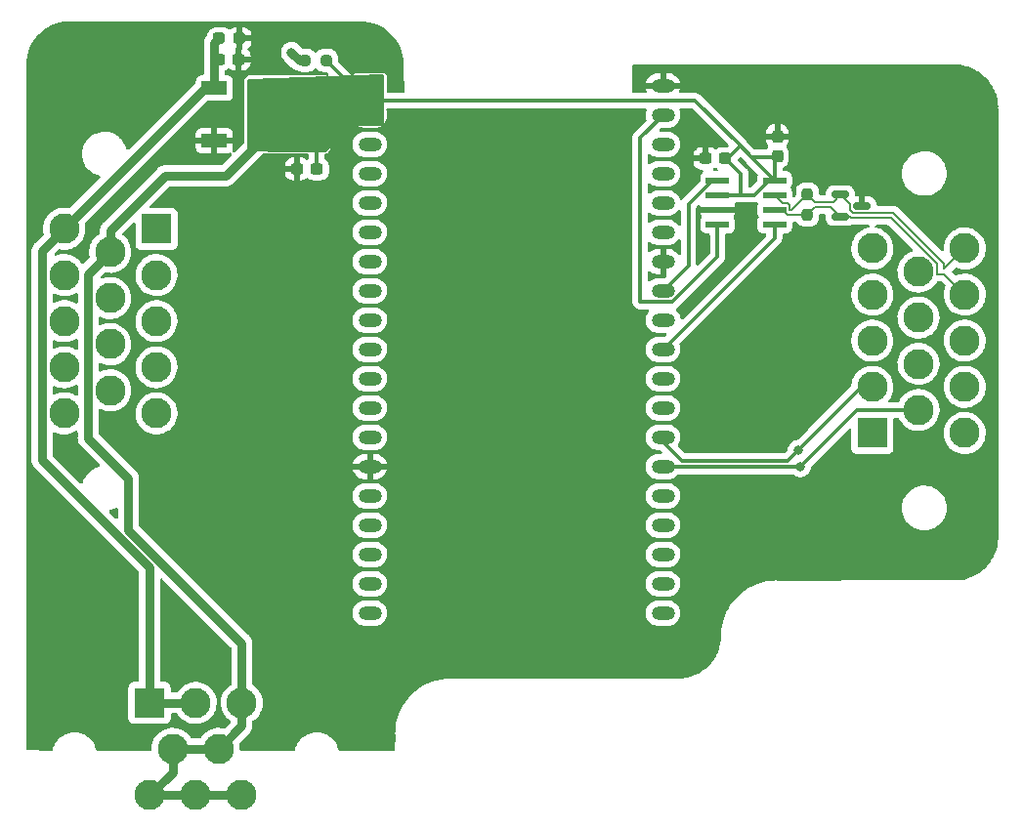
<source format=gbr>
%TF.GenerationSoftware,KiCad,Pcbnew,(6.0.1)*%
%TF.CreationDate,2022-11-29T11:46:24-05:00*%
%TF.ProjectId,Front Board,46726f6e-7420-4426-9f61-72642e6b6963,rev?*%
%TF.SameCoordinates,Original*%
%TF.FileFunction,Copper,L2,Bot*%
%TF.FilePolarity,Positive*%
%FSLAX46Y46*%
G04 Gerber Fmt 4.6, Leading zero omitted, Abs format (unit mm)*
G04 Created by KiCad (PCBNEW (6.0.1)) date 2022-11-29 11:46:24*
%MOMM*%
%LPD*%
G01*
G04 APERTURE LIST*
G04 Aperture macros list*
%AMRoundRect*
0 Rectangle with rounded corners*
0 $1 Rounding radius*
0 $2 $3 $4 $5 $6 $7 $8 $9 X,Y pos of 4 corners*
0 Add a 4 corners polygon primitive as box body*
4,1,4,$2,$3,$4,$5,$6,$7,$8,$9,$2,$3,0*
0 Add four circle primitives for the rounded corners*
1,1,$1+$1,$2,$3*
1,1,$1+$1,$4,$5*
1,1,$1+$1,$6,$7*
1,1,$1+$1,$8,$9*
0 Add four rect primitives between the rounded corners*
20,1,$1+$1,$2,$3,$4,$5,0*
20,1,$1+$1,$4,$5,$6,$7,0*
20,1,$1+$1,$6,$7,$8,$9,0*
20,1,$1+$1,$8,$9,$2,$3,0*%
G04 Aperture macros list end*
%TA.AperFunction,ComponentPad*%
%ADD10R,2.000000X1.200000*%
%TD*%
%TA.AperFunction,ComponentPad*%
%ADD11O,2.000000X1.200000*%
%TD*%
%TA.AperFunction,ComponentPad*%
%ADD12R,2.625000X2.625000*%
%TD*%
%TA.AperFunction,ComponentPad*%
%ADD13C,2.625000*%
%TD*%
%TA.AperFunction,SMDPad,CuDef*%
%ADD14RoundRect,0.237500X0.237500X-0.250000X0.237500X0.250000X-0.237500X0.250000X-0.237500X-0.250000X0*%
%TD*%
%TA.AperFunction,SMDPad,CuDef*%
%ADD15RoundRect,0.237500X-0.287500X-0.237500X0.287500X-0.237500X0.287500X0.237500X-0.287500X0.237500X0*%
%TD*%
%TA.AperFunction,SMDPad,CuDef*%
%ADD16RoundRect,0.237500X0.300000X0.237500X-0.300000X0.237500X-0.300000X-0.237500X0.300000X-0.237500X0*%
%TD*%
%TA.AperFunction,SMDPad,CuDef*%
%ADD17RoundRect,0.237500X-0.300000X-0.237500X0.300000X-0.237500X0.300000X0.237500X-0.300000X0.237500X0*%
%TD*%
%TA.AperFunction,SMDPad,CuDef*%
%ADD18RoundRect,0.041300X-0.943700X-0.253700X0.943700X-0.253700X0.943700X0.253700X-0.943700X0.253700X0*%
%TD*%
%TA.AperFunction,SMDPad,CuDef*%
%ADD19RoundRect,0.150000X-0.587500X-0.150000X0.587500X-0.150000X0.587500X0.150000X-0.587500X0.150000X0*%
%TD*%
%TA.AperFunction,SMDPad,CuDef*%
%ADD20RoundRect,0.237500X0.250000X0.237500X-0.250000X0.237500X-0.250000X-0.237500X0.250000X-0.237500X0*%
%TD*%
%TA.AperFunction,SMDPad,CuDef*%
%ADD21RoundRect,0.237500X0.237500X-0.300000X0.237500X0.300000X-0.237500X0.300000X-0.237500X-0.300000X0*%
%TD*%
%TA.AperFunction,SMDPad,CuDef*%
%ADD22R,2.200000X1.200000*%
%TD*%
%TA.AperFunction,SMDPad,CuDef*%
%ADD23R,6.400000X5.800000*%
%TD*%
%TA.AperFunction,ViaPad*%
%ADD24C,0.800000*%
%TD*%
%TA.AperFunction,Conductor*%
%ADD25C,0.800000*%
%TD*%
%TA.AperFunction,Conductor*%
%ADD26C,0.300000*%
%TD*%
%TA.AperFunction,Conductor*%
%ADD27C,0.200000*%
%TD*%
G04 APERTURE END LIST*
D10*
%TO.P,U3,1,3V3*%
%TO.N,VDD*%
X137600000Y-68130000D03*
D11*
%TO.P,U3,2,CHIP_PU*%
X137600000Y-70670000D03*
%TO.P,U3,3,SENSOR_VP/GPIO36/ADC1_CH0*%
%TO.N,/R_wheel*%
X137600000Y-73210000D03*
%TO.P,U3,4,SENSOR_VN/GPIO39/ADC1_CH3*%
%TO.N,/L_wheel*%
X137600000Y-75750000D03*
%TO.P,U3,5,VDET_1/GPIO34/ADC1_CH6*%
%TO.N,/L_sus*%
X137600000Y-78290000D03*
%TO.P,U3,6,VDET_2/GPIO35/ADC1_CH7*%
%TO.N,/R_sus*%
X137600000Y-80830000D03*
%TO.P,U3,7,32K_XP/GPIO32/ADC1_CH4*%
%TO.N,/stearing*%
X137600000Y-83370000D03*
%TO.P,U3,8,32K_XN/GPIO33/ADC1_CH5*%
%TO.N,/pedal_0*%
X137600000Y-85910000D03*
%TO.P,U3,9,DAC_1/ADC2_CH8/GPIO25*%
%TO.N,/pedal_1*%
X137600000Y-88450000D03*
%TO.P,U3,10,DAC_2/ADC2_CH9/GPIO26*%
%TO.N,Net-(R9-Pad1)*%
X137600000Y-90990000D03*
%TO.P,U3,11,ADC2_CH7/GPIO27*%
%TO.N,unconnected-(U3-Pad11)*%
X137600000Y-93530000D03*
%TO.P,U3,12,MTMS/GPIO14/ADC2_CH6*%
%TO.N,/LORA_SCK*%
X137600000Y-96070000D03*
%TO.P,U3,13,\u002AMTDI/GPIO12/ADC2_CH5*%
%TO.N,/LORA_MISO*%
X137600000Y-98610000D03*
%TO.P,U3,14,GND*%
%TO.N,GND*%
X137600000Y-101150000D03*
%TO.P,U3,15,MTCK/GPIO13/ADC2_CH4*%
%TO.N,/Laura_MOSI*%
X137600000Y-103690000D03*
%TO.P,U3,16,SD_DATA2/GPIO9*%
%TO.N,unconnected-(U3-Pad16)*%
X137600000Y-106230000D03*
%TO.P,U3,17,SD_DATA3/GPIO10*%
%TO.N,unconnected-(U3-Pad17)*%
X137600000Y-108770000D03*
%TO.P,U3,18,CMD*%
%TO.N,unconnected-(U3-Pad18)*%
X137600000Y-111310000D03*
%TO.P,U3,19,5V*%
%TO.N,unconnected-(U3-Pad19)*%
X137600000Y-113850000D03*
%TO.P,U3,20,SD_CLK/GPIO6*%
%TO.N,unconnected-(U3-Pad20)*%
X162996320Y-113847280D03*
%TO.P,U3,21,SD_DATA0/GPIO7*%
%TO.N,unconnected-(U3-Pad21)*%
X162996320Y-111307280D03*
%TO.P,U3,22,SD_DATA1/GPIO8*%
%TO.N,unconnected-(U3-Pad22)*%
X163000000Y-108770000D03*
%TO.P,U3,23,\u002AMTDO/GPIO15/ADC2_CH3*%
%TO.N,/LoRa_CS*%
X163000000Y-106230000D03*
%TO.P,U3,24,ADC2_CH2/\u002AGPIO2*%
%TO.N,unconnected-(U3-Pad24)*%
X163000000Y-103690000D03*
%TO.P,U3,25,\u002AGPIO0/BOOT/ADC2_CH1*%
%TO.N,/Brake_1*%
X163000000Y-101150000D03*
%TO.P,U3,26,ADC2_CH0/GPIO4*%
%TO.N,/Brake_0*%
X163000000Y-98610000D03*
%TO.P,U3,27,GPIO16*%
%TO.N,/RTD_ind_sig*%
X163000000Y-96070000D03*
%TO.P,U3,28,GPIO17*%
%TO.N,/RTD_bttn*%
X163000000Y-93530000D03*
%TO.P,U3,29,\u002AGPIO5*%
%TO.N,/CAN_CS*%
X163000000Y-90990000D03*
%TO.P,U3,30,GPIO18*%
%TO.N,/CAN_SCK*%
X163000000Y-88450000D03*
%TO.P,U3,31,GPIO19*%
%TO.N,/CAN_MISO*%
X163000000Y-85910000D03*
%TO.P,U3,32,GND*%
%TO.N,GND*%
X163000000Y-83370000D03*
%TO.P,U3,33,GPIO21*%
%TO.N,Net-(R6-Pad1)*%
X163000000Y-80830000D03*
%TO.P,U3,34,U0RXD/GPIO3*%
%TO.N,Net-(R5-Pad2)*%
X163000000Y-78290000D03*
%TO.P,U3,35,U0TXD/GPIO1*%
%TO.N,Net-(R4-Pad1)*%
X163000000Y-75750000D03*
%TO.P,U3,36,GPIO22*%
%TO.N,/LORA Reset*%
X163000000Y-73210000D03*
%TO.P,U3,37,GPIO23*%
%TO.N,/CAN_MOSI*%
X163000000Y-70670000D03*
%TO.P,U3,38,GND*%
%TO.N,GND*%
X163000000Y-68130000D03*
%TD*%
D12*
%TO.P,J3,1,Pin_1*%
%TO.N,+12V*%
X118500000Y-121630000D03*
D13*
%TO.P,J3,2,Pin_2*%
X122500000Y-121630000D03*
%TO.P,J3,3,Pin_3*%
%TO.N,VDD*%
X126500000Y-121630000D03*
%TO.P,J3,4,Pin_4*%
X120500000Y-125630000D03*
%TO.P,J3,5,Pin_5*%
X124500000Y-125630000D03*
%TO.P,J3,6,Pin_6*%
X118500000Y-129630000D03*
%TO.P,J3,7,Pin_7*%
X122500000Y-129630000D03*
%TO.P,J3,8,Pin_8*%
X126500000Y-129630000D03*
%TD*%
D12*
%TO.P,J1,1,Pin_1*%
%TO.N,/R_wheel*%
X119100000Y-80530000D03*
D13*
%TO.P,J1,2,Pin_2*%
%TO.N,/L_sus*%
X119100000Y-84530000D03*
%TO.P,J1,3,Pin_3*%
%TO.N,/stearing*%
X119100000Y-88530000D03*
%TO.P,J1,4,Pin_4*%
%TO.N,/WCB_status*%
X119100000Y-92530000D03*
%TO.P,J1,5,Pin_5*%
%TO.N,/LORA_MISO*%
X119100000Y-96530000D03*
%TO.P,J1,6,Pin_6*%
%TO.N,VDD*%
X115100000Y-82530000D03*
%TO.P,J1,7,Pin_7*%
%TO.N,/R_sus*%
X115100000Y-86530000D03*
%TO.P,J1,8,Pin_8*%
%TO.N,/pedal_1*%
X115100000Y-90530000D03*
%TO.P,J1,9,Pin_9*%
%TO.N,/LORA_SCK*%
X115100000Y-94530000D03*
%TO.P,J1,10,Pin_10*%
%TO.N,+12V*%
X111100000Y-80530000D03*
%TO.P,J1,11,Pin_11*%
%TO.N,/L_wheel*%
X111100000Y-84530000D03*
%TO.P,J1,12,Pin_12*%
%TO.N,/pedal_0*%
X111100000Y-88530000D03*
%TO.P,J1,13,Pin_13*%
%TO.N,GND*%
X111100000Y-92530000D03*
%TO.P,J1,14,Pin_14*%
%TO.N,/Laura_MOSI*%
X111100000Y-96530000D03*
%TD*%
D12*
%TO.P,J2,1,Pin_1*%
%TO.N,/LoRa_CS*%
X181137500Y-98230000D03*
D13*
%TO.P,J2,2,Pin_2*%
%TO.N,/Brake_0*%
X181137500Y-94230000D03*
%TO.P,J2,3,Pin_3*%
%TO.N,unconnected-(J2-Pad3)*%
X181137500Y-90230000D03*
%TO.P,J2,4,Pin_4*%
%TO.N,/RTD_led*%
X181137500Y-86230000D03*
%TO.P,J2,5,Pin_5*%
%TO.N,/AMS_Led*%
X181137500Y-82230000D03*
%TO.P,J2,6,Pin_6*%
%TO.N,/Brake_1*%
X185137500Y-96230000D03*
%TO.P,J2,7,Pin_7*%
%TO.N,/RTD_bttn*%
X185137500Y-92230000D03*
%TO.P,J2,8,Pin_8*%
%TO.N,/IMD_led*%
X185137500Y-88230000D03*
%TO.P,J2,9,Pin_9*%
%TO.N,/LORA Reset*%
X185137500Y-84230000D03*
%TO.P,J2,10,Pin_10*%
%TO.N,unconnected-(J2-Pad10)*%
X189137500Y-98230000D03*
%TO.P,J2,11,Pin_11*%
%TO.N,/RTD_ind_out*%
X189137500Y-94230000D03*
%TO.P,J2,12,Pin_12*%
%TO.N,unconnected-(J2-Pad12)*%
X189137500Y-90230000D03*
%TO.P,J2,13,Pin_13*%
%TO.N,/CAN_P*%
X189137500Y-86230000D03*
%TO.P,J2,14,Pin_14*%
%TO.N,/CAN_N*%
X189137500Y-82230000D03*
%TD*%
D14*
%TO.P,R1,1*%
%TO.N,/CAN_P*%
X175500000Y-79342500D03*
%TO.P,R1,2*%
%TO.N,/CAN_N*%
X175500000Y-77517500D03*
%TD*%
D15*
%TO.P,D7,1,K*%
%TO.N,+12V*%
X124550000Y-64030000D03*
%TO.P,D7,2,A*%
%TO.N,GND*%
X126300000Y-64030000D03*
%TD*%
D16*
%TO.P,C2,1*%
%TO.N,VDD*%
X133000000Y-75330000D03*
%TO.P,C2,2*%
%TO.N,GND*%
X131275000Y-75330000D03*
%TD*%
D17*
%TO.P,C1,1*%
%TO.N,+12V*%
X124500000Y-65830000D03*
%TO.P,C1,2*%
%TO.N,GND*%
X126225000Y-65830000D03*
%TD*%
D18*
%TO.P,U1,1,TXD*%
%TO.N,/CAN_MOSI*%
X167725000Y-80135000D03*
%TO.P,U1,2,GND*%
%TO.N,GND*%
X167725000Y-78865000D03*
%TO.P,U1,3,VDD*%
%TO.N,VDD*%
X167725000Y-77595000D03*
%TO.P,U1,4,RXD*%
%TO.N,/CAN_MISO*%
X167725000Y-76325000D03*
%TO.P,U1,5,VL*%
%TO.N,VDD*%
X172675000Y-76325000D03*
%TO.P,U1,6,CANL*%
%TO.N,/CAN_N*%
X172675000Y-77595000D03*
%TO.P,U1,7,CANH*%
%TO.N,/CAN_P*%
X172675000Y-78865000D03*
%TO.P,U1,8,STBY*%
%TO.N,/CAN_CS*%
X172675000Y-80135000D03*
%TD*%
D16*
%TO.P,C4,1*%
%TO.N,VDD*%
X168400000Y-74430000D03*
%TO.P,C4,2*%
%TO.N,GND*%
X166675000Y-74430000D03*
%TD*%
D19*
%TO.P,D1,1,K*%
%TO.N,/CAN_P*%
X178362500Y-79480000D03*
%TO.P,D1,2,K*%
%TO.N,/CAN_N*%
X178362500Y-77580000D03*
%TO.P,D1,3,A*%
%TO.N,GND*%
X180237500Y-78530000D03*
%TD*%
D20*
%TO.P,R2,1*%
%TO.N,VDD*%
X133812500Y-65930000D03*
%TO.P,R2,2*%
%TO.N,Net-(D2-Pad2)*%
X131987500Y-65930000D03*
%TD*%
D21*
%TO.P,C3,1*%
%TO.N,VDD*%
X172900000Y-74230000D03*
%TO.P,C3,2*%
%TO.N,GND*%
X172900000Y-72505000D03*
%TD*%
D22*
%TO.P,U2,1,GND*%
%TO.N,GND*%
X124125000Y-72885000D03*
D23*
%TO.P,U2,2,VO*%
%TO.N,VDD*%
X130425000Y-70605000D03*
D22*
%TO.P,U2,3,VI*%
%TO.N,+12V*%
X124125000Y-68325000D03*
%TD*%
D24*
%TO.N,GND*%
X123900000Y-82130000D03*
X128500000Y-96830000D03*
X124000000Y-96930000D03*
X132200000Y-83630000D03*
X166300000Y-82030000D03*
X165600000Y-71630000D03*
X129700000Y-110630000D03*
X133100000Y-96930000D03*
X170800000Y-109830000D03*
X131200000Y-90130000D03*
%TO.N,Net-(D2-Pad2)*%
X130800000Y-65230000D03*
%TO.N,/Brake_0*%
X174700000Y-99730000D03*
%TO.N,/Brake_1*%
X174893478Y-101150000D03*
%TD*%
D25*
%TO.N,+12V*%
X118500000Y-109863817D02*
X109187989Y-100551806D01*
X109187989Y-100551806D02*
X109187989Y-82442011D01*
X124125000Y-64455000D02*
X124550000Y-64030000D01*
X111100000Y-80530000D02*
X123305000Y-68325000D01*
X109187989Y-82442011D02*
X111100000Y-80530000D01*
X118500000Y-121630000D02*
X118500000Y-109863817D01*
X122500000Y-121630000D02*
X118500000Y-121630000D01*
X124125000Y-68325000D02*
X124125000Y-64455000D01*
X123305000Y-68325000D02*
X124125000Y-68325000D01*
D26*
%TO.N,VDD*%
X133812500Y-65930000D02*
X136012500Y-68130000D01*
X169765000Y-77595000D02*
X170924898Y-77595000D01*
X167725000Y-77595000D02*
X169765000Y-77595000D01*
D25*
X126500000Y-129630000D02*
X122500000Y-129630000D01*
X115100000Y-80673845D02*
X119843845Y-75930000D01*
X126500000Y-121630000D02*
X126500000Y-116450283D01*
D26*
X168400000Y-74430000D02*
X168600000Y-74430000D01*
D25*
X126500000Y-123630000D02*
X124500000Y-125630000D01*
D26*
X172790000Y-74340000D02*
X172900000Y-74230000D01*
X133000000Y-73180000D02*
X130425000Y-70605000D01*
X137600000Y-69430000D02*
X137600000Y-70670000D01*
D25*
X125100000Y-75930000D02*
X130425000Y-70605000D01*
X116674521Y-102170704D02*
X116674521Y-106624804D01*
X115100000Y-82530000D02*
X115100000Y-80673845D01*
X115100000Y-82530000D02*
X113187989Y-84442011D01*
D26*
X136012500Y-68130000D02*
X137600000Y-68130000D01*
X172675000Y-76325000D02*
X170690000Y-74340000D01*
X172675000Y-76325000D02*
X172675000Y-74455000D01*
X168400000Y-74430000D02*
X169765000Y-75795000D01*
X170924898Y-77595000D02*
X172194898Y-76325000D01*
X172194898Y-76325000D02*
X172675000Y-76325000D01*
X168600000Y-74430000D02*
X169690000Y-73340000D01*
X169690000Y-73340000D02*
X165780000Y-69430000D01*
X169765000Y-75795000D02*
X169765000Y-77595000D01*
X137600000Y-69430000D02*
X137600000Y-68130000D01*
D25*
X120500000Y-127630000D02*
X118500000Y-129630000D01*
X119843845Y-75930000D02*
X125100000Y-75930000D01*
X126500000Y-121630000D02*
X126500000Y-123630000D01*
X120500000Y-125630000D02*
X120500000Y-127630000D01*
X120500000Y-125630000D02*
X124500000Y-125630000D01*
D26*
X172675000Y-74455000D02*
X172900000Y-74230000D01*
D25*
X118500000Y-129630000D02*
X122500000Y-129630000D01*
X113187989Y-98684172D02*
X116674521Y-102170704D01*
D26*
X170690000Y-74340000D02*
X169690000Y-73340000D01*
X170690000Y-74340000D02*
X172790000Y-74340000D01*
D25*
X126500000Y-116450283D02*
X116674521Y-106624804D01*
D26*
X165780000Y-69430000D02*
X137600000Y-69430000D01*
D25*
X113187989Y-84442011D02*
X113187989Y-98684172D01*
D26*
X133000000Y-75330000D02*
X133000000Y-73180000D01*
D27*
%TO.N,/CAN_N*%
X179200480Y-78417980D02*
X178362500Y-77580000D01*
X179463803Y-79129520D02*
X179200480Y-78866197D01*
X173959520Y-78470128D02*
X173959520Y-78879520D01*
X173350480Y-78270480D02*
X173759872Y-78270480D01*
X173759872Y-78270480D02*
X173959520Y-78470128D01*
X173959520Y-78879520D02*
X173972499Y-78892499D01*
X173972499Y-78892499D02*
X174125001Y-78892499D01*
X177737500Y-78205000D02*
X178362500Y-77580000D01*
X187362501Y-84004999D02*
X187362501Y-83538889D01*
X174125001Y-78892499D02*
X175500000Y-77517500D01*
X175500000Y-77517500D02*
X176187499Y-78204999D01*
X182953132Y-79129520D02*
X179463803Y-79129520D01*
X187362501Y-83538889D02*
X182953132Y-79129520D01*
X189137500Y-82230000D02*
X187362501Y-84004999D01*
X176187499Y-78204999D02*
X177737500Y-78205000D01*
X179200480Y-78866197D02*
X179200480Y-78417980D01*
X172675000Y-77595000D02*
X173350480Y-78270480D01*
%TO.N,/CAN_P*%
X186749510Y-83562282D02*
X182766739Y-79579511D01*
X179277410Y-79579511D02*
X179177900Y-79480000D01*
X175500000Y-79342500D02*
X176187499Y-78655001D01*
X176187499Y-78655001D02*
X177537500Y-78655000D01*
X189137500Y-86230000D02*
X187362501Y-84455001D01*
X173308603Y-78865000D02*
X173786103Y-79342500D01*
X173786103Y-79342500D02*
X175500000Y-79342500D01*
X187362501Y-84455001D02*
X186749511Y-84455001D01*
X182766739Y-79579511D02*
X179277410Y-79579511D01*
X177537500Y-78655000D02*
X178362500Y-79480000D01*
X179177900Y-79480000D02*
X178362500Y-79480000D01*
X172675000Y-78865000D02*
X173308603Y-78865000D01*
X186749511Y-84455001D02*
X186749510Y-83562282D01*
D25*
%TO.N,Net-(D2-Pad2)*%
X131500000Y-65930000D02*
X130800000Y-65230000D01*
X131987500Y-65930000D02*
X131500000Y-65930000D01*
D26*
%TO.N,/Brake_0*%
X174700000Y-99730000D02*
X176050000Y-98380000D01*
X176050000Y-98380000D02*
X180200000Y-94230000D01*
X173800000Y-100630000D02*
X174700000Y-99730000D01*
X163000000Y-99010000D02*
X164620000Y-100630000D01*
X163000000Y-98610000D02*
X163000000Y-99010000D01*
X180200000Y-94230000D02*
X181137500Y-94230000D01*
X164620000Y-100630000D02*
X173800000Y-100630000D01*
%TO.N,/Brake_1*%
X163000000Y-101150000D02*
X174893478Y-101150000D01*
X179813478Y-96230000D02*
X185137500Y-96230000D01*
X174893478Y-101150000D02*
X179813478Y-96230000D01*
%TO.N,/CAN_MOSI*%
X161029520Y-86859520D02*
X161000000Y-86830000D01*
X167725000Y-82927824D02*
X163793304Y-86859520D01*
X161000000Y-86830000D02*
X161000000Y-72670000D01*
X163793304Y-86859520D02*
X161029520Y-86859520D01*
X167725000Y-80135000D02*
X167725000Y-82927824D01*
X161000000Y-72670000D02*
X163000000Y-70670000D01*
%TO.N,/CAN_MISO*%
X165200000Y-83710000D02*
X163000000Y-85910000D01*
X167244898Y-76325000D02*
X165200000Y-78369898D01*
X165200000Y-78369898D02*
X165200000Y-83710000D01*
X167725000Y-76325000D02*
X167244898Y-76325000D01*
%TO.N,/CAN_CS*%
X172675000Y-80135000D02*
X172675000Y-81315000D01*
X172675000Y-81315000D02*
X163000000Y-90990000D01*
%TD*%
%TA.AperFunction,Conductor*%
%TO.N,GND*%
G36*
X188244685Y-66289819D02*
G01*
X188264166Y-66291343D01*
X188278710Y-66293626D01*
X188278715Y-66293626D01*
X188287583Y-66295018D01*
X188306917Y-66292514D01*
X188329424Y-66291629D01*
X188654667Y-66307994D01*
X188666955Y-66309219D01*
X189018145Y-66361711D01*
X189030250Y-66364133D01*
X189228463Y-66414000D01*
X189374593Y-66450764D01*
X189386413Y-66454362D01*
X189720627Y-66574307D01*
X189732037Y-66579046D01*
X190052879Y-66731138D01*
X190063771Y-66736971D01*
X190252864Y-66850515D01*
X190340969Y-66903419D01*
X190368189Y-66919764D01*
X190378455Y-66926635D01*
X190564789Y-67065039D01*
X190663509Y-67138366D01*
X190673053Y-67146210D01*
X190910543Y-67361739D01*
X190935992Y-67384835D01*
X190944719Y-67393573D01*
X191181259Y-67654856D01*
X191183020Y-67656801D01*
X191190851Y-67666352D01*
X191336137Y-67862452D01*
X191402237Y-67951671D01*
X191409096Y-67961947D01*
X191591514Y-68266583D01*
X191597333Y-68277480D01*
X191649546Y-68387973D01*
X191749037Y-68598516D01*
X191753762Y-68609933D01*
X191873294Y-68944284D01*
X191876878Y-68956108D01*
X191891271Y-69013615D01*
X191961358Y-69293642D01*
X191963091Y-69300568D01*
X191965499Y-69312687D01*
X192017558Y-69663923D01*
X192018768Y-69676218D01*
X192034373Y-69994100D01*
X192033025Y-70019663D01*
X192032676Y-70021901D01*
X192032676Y-70021905D01*
X192031295Y-70030774D01*
X192032459Y-70039675D01*
X192032459Y-70039680D01*
X192035423Y-70062343D01*
X192036487Y-70078661D01*
X192038189Y-81561753D01*
X192041992Y-107220863D01*
X192041993Y-107229765D01*
X192040434Y-107249541D01*
X192036835Y-107272213D01*
X192039307Y-107291562D01*
X192040153Y-107314067D01*
X192038883Y-107338500D01*
X192023254Y-107639060D01*
X192022011Y-107651332D01*
X191984403Y-107900264D01*
X191969000Y-108002222D01*
X191966561Y-108014320D01*
X191879477Y-108358336D01*
X191875866Y-108370138D01*
X191755545Y-108703981D01*
X191750799Y-108715369D01*
X191653474Y-108920020D01*
X191598390Y-109035848D01*
X191592550Y-109046721D01*
X191422027Y-109329974D01*
X191409516Y-109350755D01*
X191402643Y-109360999D01*
X191192074Y-109643881D01*
X191190756Y-109645651D01*
X191182915Y-109655174D01*
X191016973Y-109837686D01*
X190944178Y-109917750D01*
X190935438Y-109926464D01*
X190672160Y-110164422D01*
X190662621Y-110172229D01*
X190460288Y-110321913D01*
X190377340Y-110383277D01*
X190367071Y-110390123D01*
X190062492Y-110572260D01*
X190051602Y-110578067D01*
X189730694Y-110729519D01*
X189719289Y-110734234D01*
X189385079Y-110853573D01*
X189373266Y-110857149D01*
X189028993Y-110943216D01*
X189016888Y-110945619D01*
X188665858Y-110997590D01*
X188653575Y-110998798D01*
X188335900Y-111014375D01*
X188310347Y-111013026D01*
X188308102Y-111012677D01*
X188308103Y-111012677D01*
X188299226Y-111011295D01*
X188267473Y-111015447D01*
X188251232Y-111016511D01*
X183851651Y-111019647D01*
X172860112Y-111027480D01*
X172839122Y-111025735D01*
X172819583Y-111022448D01*
X172813365Y-111022372D01*
X172811908Y-111022354D01*
X172811903Y-111022354D01*
X172807044Y-111022295D01*
X172802225Y-111022985D01*
X172797370Y-111023302D01*
X172797366Y-111023234D01*
X172793939Y-111023553D01*
X172572330Y-111033221D01*
X172391830Y-111041096D01*
X172284380Y-111055231D01*
X171982498Y-111094942D01*
X171982489Y-111094944D01*
X171979772Y-111095301D01*
X171574000Y-111185187D01*
X171469193Y-111218205D01*
X171180231Y-111309238D01*
X171180221Y-111309242D01*
X171177598Y-111310068D01*
X171175054Y-111311121D01*
X170796103Y-111467951D01*
X170796091Y-111467956D01*
X170793577Y-111468997D01*
X170791155Y-111470257D01*
X170791150Y-111470259D01*
X170786409Y-111472725D01*
X170424856Y-111660766D01*
X170422539Y-111662241D01*
X170422528Y-111662247D01*
X170088078Y-111875108D01*
X170074237Y-111883917D01*
X170072060Y-111885586D01*
X170072051Y-111885592D01*
X169871873Y-112039033D01*
X169744384Y-112136756D01*
X169437803Y-112417359D01*
X169156824Y-112723597D01*
X169155151Y-112725774D01*
X169155146Y-112725780D01*
X169085745Y-112816092D01*
X168903582Y-113053140D01*
X168812341Y-113196113D01*
X168747545Y-113297648D01*
X168680002Y-113403486D01*
X168487782Y-113771972D01*
X168436408Y-113895679D01*
X168343502Y-114119393D01*
X168328383Y-114155798D01*
X168248827Y-114407254D01*
X168219115Y-114501167D01*
X168203017Y-114552047D01*
X168166262Y-114717016D01*
X168116188Y-114941763D01*
X168112635Y-114957709D01*
X168057925Y-115369701D01*
X168057802Y-115372452D01*
X168057801Y-115372459D01*
X168040602Y-115755922D01*
X168039881Y-115762689D01*
X168040039Y-115762703D01*
X168039598Y-115767555D01*
X168038785Y-115772352D01*
X168038728Y-115776601D01*
X168038689Y-115776842D01*
X168038721Y-115777096D01*
X168038616Y-115784891D01*
X168040613Y-115798961D01*
X168041683Y-115823417D01*
X168039716Y-115860062D01*
X168024503Y-116143443D01*
X168023241Y-116155707D01*
X167969710Y-116506309D01*
X167967255Y-116518390D01*
X167879719Y-116862078D01*
X167876098Y-116873852D01*
X167823745Y-117018496D01*
X167755394Y-117207341D01*
X167750636Y-117218714D01*
X167597920Y-117538808D01*
X167592074Y-117549661D01*
X167408810Y-117853296D01*
X167401931Y-117863527D01*
X167189866Y-118147806D01*
X167182020Y-118157315D01*
X166943192Y-118419505D01*
X166934454Y-118428202D01*
X166671145Y-118665799D01*
X166661599Y-118673600D01*
X166376338Y-118884324D01*
X166366076Y-118891155D01*
X166249975Y-118960489D01*
X166061573Y-119073001D01*
X166050715Y-119078785D01*
X165729877Y-119230012D01*
X165718498Y-119234709D01*
X165384444Y-119353849D01*
X165372644Y-119357417D01*
X165028556Y-119443339D01*
X165016463Y-119445737D01*
X164665619Y-119497623D01*
X164653362Y-119498826D01*
X164335901Y-119514377D01*
X164310349Y-119513027D01*
X164308098Y-119512676D01*
X164308093Y-119512676D01*
X164299225Y-119511295D01*
X164267521Y-119515441D01*
X164251271Y-119516504D01*
X154299455Y-119522000D01*
X144602268Y-119522000D01*
X144581731Y-119520315D01*
X144577371Y-119519595D01*
X144561023Y-119516894D01*
X144548484Y-119516778D01*
X144543675Y-119517481D01*
X144538813Y-119517812D01*
X144538808Y-119517742D01*
X144535424Y-119518067D01*
X144136352Y-119536626D01*
X144136348Y-119536626D01*
X144133625Y-119536753D01*
X143722011Y-119592035D01*
X143391448Y-119666142D01*
X143333685Y-119679092D01*
X143316761Y-119682886D01*
X142920941Y-119808621D01*
X142918421Y-119809670D01*
X142918414Y-119809673D01*
X142837983Y-119843169D01*
X142537550Y-119968285D01*
X142535126Y-119969552D01*
X142171901Y-120159409D01*
X142171888Y-120159416D01*
X142169488Y-120160671D01*
X142167192Y-120162138D01*
X142167184Y-120162143D01*
X141994068Y-120272783D01*
X141819543Y-120384323D01*
X141490363Y-120637547D01*
X141184440Y-120918426D01*
X141182601Y-120920436D01*
X140951215Y-121173331D01*
X140904091Y-121224835D01*
X140651437Y-121554453D01*
X140649974Y-121556750D01*
X140649969Y-121556758D01*
X140542491Y-121725571D01*
X140428391Y-121904785D01*
X140427120Y-121907226D01*
X140427117Y-121907232D01*
X140351028Y-122053417D01*
X140236642Y-122273179D01*
X140235591Y-122275715D01*
X140096572Y-122611166D01*
X140077641Y-122656846D01*
X140076821Y-122659443D01*
X140076817Y-122659454D01*
X140075224Y-122664500D01*
X139952592Y-123052882D01*
X139951996Y-123055563D01*
X139951995Y-123055566D01*
X139865538Y-123444368D01*
X139862442Y-123458289D01*
X139862082Y-123461008D01*
X139809759Y-123855772D01*
X139807873Y-123869998D01*
X139799203Y-124063647D01*
X139790592Y-124255980D01*
X139789876Y-124262696D01*
X139790039Y-124262711D01*
X139789598Y-124267553D01*
X139788785Y-124272352D01*
X139788616Y-124284891D01*
X139789301Y-124289714D01*
X139789301Y-124289719D01*
X139792550Y-124312605D01*
X139793801Y-124330423D01*
X139792626Y-125683715D01*
X139772565Y-125751819D01*
X139718869Y-125798265D01*
X139666414Y-125809606D01*
X135009378Y-125801746D01*
X134941292Y-125781629D01*
X134894890Y-125727895D01*
X134886013Y-125700327D01*
X134872024Y-125630000D01*
X134869736Y-125618498D01*
X134779011Y-125360153D01*
X134754466Y-125312900D01*
X134654843Y-125121118D01*
X134654842Y-125121116D01*
X134652791Y-125117168D01*
X134650208Y-125113553D01*
X134650204Y-125113547D01*
X134496181Y-124898014D01*
X134493593Y-124894392D01*
X134328662Y-124721500D01*
X134307666Y-124699490D01*
X134307664Y-124699488D01*
X134304594Y-124696270D01*
X134189054Y-124605186D01*
X134093059Y-124529510D01*
X134093057Y-124529509D01*
X134089564Y-124526755D01*
X134085722Y-124524523D01*
X134085717Y-124524520D01*
X133856649Y-124391466D01*
X133856643Y-124391463D01*
X133852795Y-124389228D01*
X133747664Y-124346645D01*
X133603143Y-124288108D01*
X133603135Y-124288105D01*
X133599011Y-124286435D01*
X133465440Y-124253256D01*
X133337599Y-124221500D01*
X133337595Y-124221499D01*
X133333274Y-124220426D01*
X133099753Y-124196500D01*
X132930246Y-124196500D01*
X132726872Y-124210900D01*
X132722517Y-124211838D01*
X132722514Y-124211838D01*
X132463540Y-124267593D01*
X132463538Y-124267593D01*
X132459193Y-124268529D01*
X132202305Y-124363300D01*
X131961332Y-124493322D01*
X131741085Y-124655999D01*
X131545955Y-124848087D01*
X131543256Y-124851624D01*
X131543253Y-124851627D01*
X131387966Y-125055103D01*
X131379838Y-125065753D01*
X131246048Y-125304653D01*
X131147254Y-125560021D01*
X131146251Y-125564346D01*
X131146250Y-125564351D01*
X131128270Y-125641923D01*
X131116561Y-125692440D01*
X131115407Y-125697417D01*
X131080539Y-125759262D01*
X131017771Y-125792439D01*
X130992448Y-125794966D01*
X126451117Y-125787301D01*
X126383030Y-125767184D01*
X126336628Y-125713450D01*
X126325373Y-125658004D01*
X126326023Y-125633162D01*
X126326106Y-125630000D01*
X126322208Y-125577544D01*
X126306394Y-125364736D01*
X126306393Y-125364732D01*
X126306048Y-125360084D01*
X126305017Y-125355527D01*
X126275009Y-125222908D01*
X126279484Y-125152053D01*
X126308807Y-125106006D01*
X127084832Y-124329981D01*
X127099865Y-124317140D01*
X127105913Y-124312746D01*
X127105914Y-124312745D01*
X127111253Y-124308866D01*
X127157016Y-124258041D01*
X127161557Y-124253256D01*
X127176072Y-124238741D01*
X127188994Y-124222784D01*
X127193278Y-124217769D01*
X127234619Y-124171855D01*
X127234623Y-124171850D01*
X127239040Y-124166944D01*
X127242340Y-124161228D01*
X127242343Y-124161224D01*
X127246073Y-124154763D01*
X127257273Y-124138466D01*
X127261975Y-124132660D01*
X127261976Y-124132658D01*
X127266129Y-124127530D01*
X127297186Y-124066577D01*
X127300333Y-124060782D01*
X127302763Y-124056574D01*
X127334527Y-124001556D01*
X127338875Y-123988173D01*
X127346441Y-123969907D01*
X127349832Y-123963252D01*
X127352829Y-123957370D01*
X127357771Y-123938929D01*
X127370529Y-123891315D01*
X127372402Y-123884991D01*
X127385786Y-123843799D01*
X127393542Y-123819928D01*
X127395012Y-123805939D01*
X127398617Y-123786486D01*
X127400547Y-123779285D01*
X127402257Y-123772904D01*
X127405836Y-123704615D01*
X127406353Y-123698040D01*
X127408156Y-123680882D01*
X127408500Y-123677610D01*
X127408500Y-123657075D01*
X127408673Y-123650481D01*
X127411907Y-123588782D01*
X127411907Y-123588777D01*
X127412252Y-123582190D01*
X127410051Y-123568292D01*
X127408500Y-123548583D01*
X127408500Y-123279570D01*
X127428502Y-123211449D01*
X127468193Y-123172429D01*
X127573358Y-123107351D01*
X127637700Y-123052882D01*
X127776368Y-122935491D01*
X127776370Y-122935489D01*
X127779935Y-122932471D01*
X127958393Y-122728978D01*
X128073589Y-122549886D01*
X128102285Y-122505273D01*
X128102288Y-122505268D01*
X128104813Y-122501342D01*
X128215978Y-122254565D01*
X128289446Y-121994067D01*
X128323603Y-121725571D01*
X128326106Y-121630000D01*
X128306048Y-121360084D01*
X128246314Y-121096098D01*
X128148216Y-120843841D01*
X128013910Y-120608854D01*
X127846347Y-120396301D01*
X127649206Y-120210849D01*
X127462679Y-120081451D01*
X127418110Y-120026188D01*
X127408500Y-119977924D01*
X127408500Y-116531700D01*
X127410051Y-116511990D01*
X127411220Y-116504610D01*
X127411220Y-116504609D01*
X127412252Y-116498093D01*
X127408673Y-116429803D01*
X127408500Y-116423209D01*
X127408500Y-116402673D01*
X127408156Y-116399399D01*
X127406353Y-116382241D01*
X127405836Y-116375667D01*
X127402603Y-116313979D01*
X127402603Y-116313977D01*
X127402257Y-116307380D01*
X127398615Y-116293787D01*
X127395014Y-116274358D01*
X127394232Y-116266922D01*
X127393542Y-116260355D01*
X127372407Y-116195308D01*
X127370535Y-116188989D01*
X127354538Y-116129286D01*
X127354537Y-116129283D01*
X127352830Y-116122913D01*
X127346438Y-116110368D01*
X127338874Y-116092106D01*
X127336568Y-116085009D01*
X127334527Y-116078727D01*
X127300336Y-116019506D01*
X127297188Y-116013709D01*
X127269126Y-115958634D01*
X127269124Y-115958631D01*
X127266129Y-115952753D01*
X127257273Y-115941816D01*
X127246073Y-115925520D01*
X127242343Y-115919059D01*
X127242340Y-115919055D01*
X127239040Y-115913339D01*
X127234623Y-115908433D01*
X127234619Y-115908428D01*
X127193278Y-115862514D01*
X127188994Y-115857499D01*
X127178148Y-115844106D01*
X127176072Y-115841542D01*
X127161557Y-115827027D01*
X127157016Y-115822242D01*
X127115673Y-115776326D01*
X127111253Y-115771417D01*
X127099865Y-115763143D01*
X127084832Y-115750302D01*
X125130134Y-113795604D01*
X136087787Y-113795604D01*
X136097567Y-114006899D01*
X136098971Y-114012724D01*
X136098971Y-114012725D01*
X136145064Y-114203981D01*
X136147125Y-114212534D01*
X136149607Y-114217992D01*
X136149608Y-114217996D01*
X136191816Y-114310826D01*
X136234674Y-114405087D01*
X136357054Y-114577611D01*
X136509850Y-114723881D01*
X136687548Y-114838620D01*
X136693114Y-114840863D01*
X136878168Y-114915442D01*
X136878171Y-114915443D01*
X136883737Y-114917686D01*
X137091337Y-114958228D01*
X137096899Y-114958500D01*
X138052846Y-114958500D01*
X138210566Y-114943452D01*
X138413534Y-114883908D01*
X138497111Y-114840863D01*
X138596249Y-114789804D01*
X138596252Y-114789802D01*
X138601580Y-114787058D01*
X138767920Y-114656396D01*
X138771852Y-114651865D01*
X138771855Y-114651862D01*
X138902621Y-114501167D01*
X138906552Y-114496637D01*
X138909552Y-114491451D01*
X138909555Y-114491447D01*
X139009467Y-114318742D01*
X139012473Y-114313546D01*
X139081861Y-114113729D01*
X139096506Y-114012725D01*
X139111352Y-113910336D01*
X139111352Y-113910333D01*
X139112213Y-113904396D01*
X139107052Y-113792884D01*
X161484107Y-113792884D01*
X161493887Y-114004179D01*
X161495291Y-114010004D01*
X161495291Y-114010005D01*
X161521654Y-114119393D01*
X161543445Y-114209814D01*
X161545927Y-114215272D01*
X161545928Y-114215276D01*
X161588032Y-114307878D01*
X161630994Y-114402367D01*
X161753374Y-114574891D01*
X161906170Y-114721161D01*
X162083868Y-114835900D01*
X162096183Y-114840863D01*
X162274488Y-114912722D01*
X162274491Y-114912723D01*
X162280057Y-114914966D01*
X162487657Y-114955508D01*
X162493219Y-114955780D01*
X163449166Y-114955780D01*
X163606886Y-114940732D01*
X163809854Y-114881188D01*
X163893431Y-114838143D01*
X163992569Y-114787084D01*
X163992572Y-114787082D01*
X163997900Y-114784338D01*
X164164240Y-114653676D01*
X164168172Y-114649145D01*
X164168175Y-114649142D01*
X164298941Y-114498447D01*
X164302872Y-114493917D01*
X164305872Y-114488731D01*
X164305875Y-114488727D01*
X164405787Y-114316022D01*
X164408793Y-114310826D01*
X164478181Y-114111009D01*
X164479042Y-114105072D01*
X164507672Y-113907616D01*
X164507672Y-113907613D01*
X164508533Y-113901676D01*
X164498753Y-113690381D01*
X164467139Y-113559203D01*
X164450601Y-113490579D01*
X164450600Y-113490577D01*
X164449195Y-113484746D01*
X164413360Y-113405930D01*
X164364126Y-113297648D01*
X164361646Y-113292193D01*
X164267989Y-113160160D01*
X164242732Y-113124555D01*
X164242731Y-113124554D01*
X164239266Y-113119669D01*
X164086470Y-112973399D01*
X163908772Y-112858660D01*
X163848674Y-112834440D01*
X163718152Y-112781838D01*
X163718149Y-112781837D01*
X163712583Y-112779594D01*
X163504983Y-112739052D01*
X163499421Y-112738780D01*
X162543474Y-112738780D01*
X162385754Y-112753828D01*
X162182786Y-112813372D01*
X162177459Y-112816116D01*
X162177458Y-112816116D01*
X162000071Y-112907476D01*
X162000068Y-112907478D01*
X161994740Y-112910222D01*
X161828400Y-113040884D01*
X161824468Y-113045415D01*
X161824465Y-113045418D01*
X161742886Y-113139430D01*
X161689768Y-113200643D01*
X161686768Y-113205829D01*
X161686765Y-113205833D01*
X161592981Y-113367945D01*
X161583847Y-113383734D01*
X161514459Y-113583551D01*
X161484107Y-113792884D01*
X139107052Y-113792884D01*
X139102433Y-113693101D01*
X139052875Y-113487466D01*
X139014692Y-113403486D01*
X138967806Y-113300368D01*
X138965326Y-113294913D01*
X138842946Y-113122389D01*
X138690150Y-112976119D01*
X138512452Y-112861380D01*
X138452354Y-112837160D01*
X138321832Y-112784558D01*
X138321829Y-112784557D01*
X138316263Y-112782314D01*
X138108663Y-112741772D01*
X138103101Y-112741500D01*
X137147154Y-112741500D01*
X136989434Y-112756548D01*
X136786466Y-112816092D01*
X136781139Y-112818836D01*
X136781138Y-112818836D01*
X136603751Y-112910196D01*
X136603748Y-112910198D01*
X136598420Y-112912942D01*
X136432080Y-113043604D01*
X136428148Y-113048135D01*
X136428145Y-113048138D01*
X136361834Y-113124555D01*
X136293448Y-113203363D01*
X136290448Y-113208549D01*
X136290445Y-113208553D01*
X136237329Y-113300368D01*
X136187527Y-113386454D01*
X136118139Y-113586271D01*
X136117278Y-113592206D01*
X136117278Y-113592208D01*
X136089043Y-113786944D01*
X136087787Y-113795604D01*
X125130134Y-113795604D01*
X122590134Y-111255604D01*
X136087787Y-111255604D01*
X136097567Y-111466899D01*
X136098971Y-111472724D01*
X136098971Y-111472725D01*
X136145064Y-111663981D01*
X136147125Y-111672534D01*
X136149607Y-111677992D01*
X136149608Y-111677996D01*
X136191816Y-111770826D01*
X136234674Y-111865087D01*
X136357054Y-112037611D01*
X136509850Y-112183881D01*
X136687548Y-112298620D01*
X136693114Y-112300863D01*
X136878168Y-112375442D01*
X136878171Y-112375443D01*
X136883737Y-112377686D01*
X137091337Y-112418228D01*
X137096899Y-112418500D01*
X138052846Y-112418500D01*
X138210566Y-112403452D01*
X138413534Y-112343908D01*
X138497111Y-112300863D01*
X138596249Y-112249804D01*
X138596252Y-112249802D01*
X138601580Y-112247058D01*
X138767920Y-112116396D01*
X138771852Y-112111865D01*
X138771855Y-112111862D01*
X138902621Y-111961167D01*
X138906552Y-111956637D01*
X138909552Y-111951451D01*
X138909555Y-111951447D01*
X139009467Y-111778742D01*
X139012473Y-111773546D01*
X139081861Y-111573729D01*
X139096864Y-111470259D01*
X139111352Y-111370336D01*
X139111352Y-111370333D01*
X139112213Y-111364396D01*
X139107052Y-111252884D01*
X161484107Y-111252884D01*
X161493887Y-111464179D01*
X161495291Y-111470004D01*
X161495291Y-111470005D01*
X161521654Y-111579393D01*
X161543445Y-111669814D01*
X161545927Y-111675272D01*
X161545928Y-111675276D01*
X161588032Y-111767878D01*
X161630994Y-111862367D01*
X161753374Y-112034891D01*
X161906170Y-112181161D01*
X162083868Y-112295900D01*
X162096183Y-112300863D01*
X162274488Y-112372722D01*
X162274491Y-112372723D01*
X162280057Y-112374966D01*
X162487657Y-112415508D01*
X162493219Y-112415780D01*
X163449166Y-112415780D01*
X163606886Y-112400732D01*
X163809854Y-112341188D01*
X163893431Y-112298143D01*
X163992569Y-112247084D01*
X163992572Y-112247082D01*
X163997900Y-112244338D01*
X164164240Y-112113676D01*
X164168172Y-112109145D01*
X164168175Y-112109142D01*
X164298941Y-111958447D01*
X164302872Y-111953917D01*
X164305872Y-111948731D01*
X164305875Y-111948727D01*
X164405787Y-111776022D01*
X164408793Y-111770826D01*
X164478181Y-111571009D01*
X164493124Y-111467951D01*
X164507672Y-111367616D01*
X164507672Y-111367613D01*
X164508533Y-111361676D01*
X164498753Y-111150381D01*
X164461930Y-110997590D01*
X164450601Y-110950579D01*
X164450600Y-110950577D01*
X164449195Y-110944746D01*
X164440295Y-110925170D01*
X164364126Y-110757648D01*
X164361646Y-110752193D01*
X164239266Y-110579669D01*
X164086470Y-110433399D01*
X163908772Y-110318660D01*
X163843414Y-110292320D01*
X163718152Y-110241838D01*
X163718149Y-110241837D01*
X163712583Y-110239594D01*
X163504983Y-110199052D01*
X163499421Y-110198780D01*
X162543474Y-110198780D01*
X162385754Y-110213828D01*
X162182786Y-110273372D01*
X162177459Y-110276116D01*
X162177458Y-110276116D01*
X162000071Y-110367476D01*
X162000068Y-110367478D01*
X161994740Y-110370222D01*
X161828400Y-110500884D01*
X161824468Y-110505415D01*
X161824465Y-110505418D01*
X161705874Y-110642082D01*
X161689768Y-110660643D01*
X161686768Y-110665829D01*
X161686765Y-110665833D01*
X161595803Y-110823068D01*
X161583847Y-110843734D01*
X161514459Y-111043551D01*
X161513598Y-111049486D01*
X161513598Y-111049488D01*
X161493923Y-111185187D01*
X161484107Y-111252884D01*
X139107052Y-111252884D01*
X139102433Y-111153101D01*
X139052875Y-110947466D01*
X139009525Y-110852122D01*
X138967806Y-110760368D01*
X138965326Y-110754913D01*
X138842946Y-110582389D01*
X138690150Y-110436119D01*
X138512452Y-110321380D01*
X138452354Y-110297160D01*
X138321832Y-110244558D01*
X138321829Y-110244557D01*
X138316263Y-110242314D01*
X138108663Y-110201772D01*
X138103101Y-110201500D01*
X137147154Y-110201500D01*
X136989434Y-110216548D01*
X136786466Y-110276092D01*
X136781139Y-110278836D01*
X136781138Y-110278836D01*
X136603751Y-110370196D01*
X136603748Y-110370198D01*
X136598420Y-110372942D01*
X136432080Y-110503604D01*
X136428148Y-110508135D01*
X136428145Y-110508138D01*
X136361834Y-110584555D01*
X136293448Y-110663363D01*
X136290448Y-110668549D01*
X136290445Y-110668553D01*
X136237329Y-110760368D01*
X136187527Y-110846454D01*
X136118139Y-111046271D01*
X136117278Y-111052206D01*
X136117278Y-111052208D01*
X136089043Y-111246944D01*
X136087787Y-111255604D01*
X122590134Y-111255604D01*
X120050134Y-108715604D01*
X136087787Y-108715604D01*
X136097567Y-108926899D01*
X136147125Y-109132534D01*
X136149607Y-109137992D01*
X136149608Y-109137996D01*
X136193053Y-109233546D01*
X136234674Y-109325087D01*
X136357054Y-109497611D01*
X136509850Y-109643881D01*
X136687548Y-109758620D01*
X136693114Y-109760863D01*
X136878168Y-109835442D01*
X136878171Y-109835443D01*
X136883737Y-109837686D01*
X137091337Y-109878228D01*
X137096899Y-109878500D01*
X138052846Y-109878500D01*
X138210566Y-109863452D01*
X138413534Y-109803908D01*
X138497111Y-109760863D01*
X138596249Y-109709804D01*
X138596252Y-109709802D01*
X138601580Y-109707058D01*
X138767920Y-109576396D01*
X138771852Y-109571865D01*
X138771855Y-109571862D01*
X138902621Y-109421167D01*
X138906552Y-109416637D01*
X138909552Y-109411451D01*
X138909555Y-109411447D01*
X139009467Y-109238742D01*
X139012473Y-109233546D01*
X139081861Y-109033729D01*
X139098219Y-108920909D01*
X139111352Y-108830336D01*
X139111352Y-108830333D01*
X139112213Y-108824396D01*
X139107177Y-108715604D01*
X161487787Y-108715604D01*
X161497567Y-108926899D01*
X161547125Y-109132534D01*
X161549607Y-109137992D01*
X161549608Y-109137996D01*
X161593053Y-109233546D01*
X161634674Y-109325087D01*
X161757054Y-109497611D01*
X161909850Y-109643881D01*
X162087548Y-109758620D01*
X162093114Y-109760863D01*
X162278168Y-109835442D01*
X162278171Y-109835443D01*
X162283737Y-109837686D01*
X162491337Y-109878228D01*
X162496899Y-109878500D01*
X163452846Y-109878500D01*
X163610566Y-109863452D01*
X163813534Y-109803908D01*
X163897111Y-109760863D01*
X163996249Y-109709804D01*
X163996252Y-109709802D01*
X164001580Y-109707058D01*
X164167920Y-109576396D01*
X164171852Y-109571865D01*
X164171855Y-109571862D01*
X164302621Y-109421167D01*
X164306552Y-109416637D01*
X164309552Y-109411451D01*
X164309555Y-109411447D01*
X164409467Y-109238742D01*
X164412473Y-109233546D01*
X164481861Y-109033729D01*
X164498219Y-108920909D01*
X164511352Y-108830336D01*
X164511352Y-108830333D01*
X164512213Y-108824396D01*
X164502433Y-108613101D01*
X164452875Y-108407466D01*
X164433261Y-108364326D01*
X164367806Y-108220368D01*
X164365326Y-108214913D01*
X164242946Y-108042389D01*
X164090150Y-107896119D01*
X163912452Y-107781380D01*
X163852354Y-107757160D01*
X163721832Y-107704558D01*
X163721829Y-107704557D01*
X163716263Y-107702314D01*
X163508663Y-107661772D01*
X163503101Y-107661500D01*
X162547154Y-107661500D01*
X162389434Y-107676548D01*
X162186466Y-107736092D01*
X162181139Y-107738836D01*
X162181138Y-107738836D01*
X162003751Y-107830196D01*
X162003748Y-107830198D01*
X161998420Y-107832942D01*
X161832080Y-107963604D01*
X161828148Y-107968135D01*
X161828145Y-107968138D01*
X161759474Y-108047275D01*
X161693448Y-108123363D01*
X161690448Y-108128549D01*
X161690445Y-108128553D01*
X161643312Y-108210026D01*
X161587527Y-108306454D01*
X161518139Y-108506271D01*
X161487787Y-108715604D01*
X139107177Y-108715604D01*
X139102433Y-108613101D01*
X139052875Y-108407466D01*
X139033261Y-108364326D01*
X138967806Y-108220368D01*
X138965326Y-108214913D01*
X138842946Y-108042389D01*
X138690150Y-107896119D01*
X138512452Y-107781380D01*
X138452354Y-107757160D01*
X138321832Y-107704558D01*
X138321829Y-107704557D01*
X138316263Y-107702314D01*
X138108663Y-107661772D01*
X138103101Y-107661500D01*
X137147154Y-107661500D01*
X136989434Y-107676548D01*
X136786466Y-107736092D01*
X136781139Y-107738836D01*
X136781138Y-107738836D01*
X136603751Y-107830196D01*
X136603748Y-107830198D01*
X136598420Y-107832942D01*
X136432080Y-107963604D01*
X136428148Y-107968135D01*
X136428145Y-107968138D01*
X136359474Y-108047275D01*
X136293448Y-108123363D01*
X136290448Y-108128549D01*
X136290445Y-108128553D01*
X136243312Y-108210026D01*
X136187527Y-108306454D01*
X136118139Y-108506271D01*
X136087787Y-108715604D01*
X120050134Y-108715604D01*
X117619926Y-106285396D01*
X117585900Y-106223084D01*
X117583021Y-106196301D01*
X117583021Y-106175604D01*
X136087787Y-106175604D01*
X136097567Y-106386899D01*
X136098971Y-106392724D01*
X136098971Y-106392725D01*
X136123520Y-106494586D01*
X136147125Y-106592534D01*
X136149607Y-106597992D01*
X136149608Y-106597996D01*
X136193053Y-106693546D01*
X136234674Y-106785087D01*
X136357054Y-106957611D01*
X136509850Y-107103881D01*
X136687548Y-107218620D01*
X136739889Y-107239714D01*
X136878168Y-107295442D01*
X136878171Y-107295443D01*
X136883737Y-107297686D01*
X137091337Y-107338228D01*
X137096899Y-107338500D01*
X138052846Y-107338500D01*
X138210566Y-107323452D01*
X138413534Y-107263908D01*
X138418862Y-107261164D01*
X138596249Y-107169804D01*
X138596252Y-107169802D01*
X138601580Y-107167058D01*
X138767920Y-107036396D01*
X138771852Y-107031865D01*
X138771855Y-107031862D01*
X138902621Y-106881167D01*
X138906552Y-106876637D01*
X138909552Y-106871451D01*
X138909555Y-106871447D01*
X139009467Y-106698742D01*
X139012473Y-106693546D01*
X139081861Y-106493729D01*
X139112213Y-106284396D01*
X139107177Y-106175604D01*
X161487787Y-106175604D01*
X161497567Y-106386899D01*
X161498971Y-106392724D01*
X161498971Y-106392725D01*
X161523520Y-106494586D01*
X161547125Y-106592534D01*
X161549607Y-106597992D01*
X161549608Y-106597996D01*
X161593053Y-106693546D01*
X161634674Y-106785087D01*
X161757054Y-106957611D01*
X161909850Y-107103881D01*
X162087548Y-107218620D01*
X162139889Y-107239714D01*
X162278168Y-107295442D01*
X162278171Y-107295443D01*
X162283737Y-107297686D01*
X162491337Y-107338228D01*
X162496899Y-107338500D01*
X163452846Y-107338500D01*
X163610566Y-107323452D01*
X163813534Y-107263908D01*
X163818862Y-107261164D01*
X163996249Y-107169804D01*
X163996252Y-107169802D01*
X164001580Y-107167058D01*
X164167920Y-107036396D01*
X164171852Y-107031865D01*
X164171855Y-107031862D01*
X164302621Y-106881167D01*
X164306552Y-106876637D01*
X164309552Y-106871451D01*
X164309555Y-106871447D01*
X164409467Y-106698742D01*
X164412473Y-106693546D01*
X164481861Y-106493729D01*
X164512213Y-106284396D01*
X164502433Y-106073101D01*
X164452875Y-105867466D01*
X164409525Y-105772122D01*
X164367806Y-105680368D01*
X164365326Y-105674913D01*
X164242946Y-105502389D01*
X164090150Y-105356119D01*
X163912452Y-105241380D01*
X163852354Y-105217160D01*
X163721832Y-105164558D01*
X163721829Y-105164557D01*
X163716263Y-105162314D01*
X163508663Y-105121772D01*
X163503101Y-105121500D01*
X162547154Y-105121500D01*
X162389434Y-105136548D01*
X162186466Y-105196092D01*
X162181139Y-105198836D01*
X162181138Y-105198836D01*
X162003751Y-105290196D01*
X162003748Y-105290198D01*
X161998420Y-105292942D01*
X161832080Y-105423604D01*
X161828148Y-105428135D01*
X161828145Y-105428138D01*
X161762486Y-105503804D01*
X161693448Y-105583363D01*
X161690448Y-105588549D01*
X161690445Y-105588553D01*
X161651745Y-105655449D01*
X161587527Y-105766454D01*
X161518139Y-105966271D01*
X161517278Y-105972206D01*
X161517278Y-105972208D01*
X161489509Y-106163730D01*
X161487787Y-106175604D01*
X139107177Y-106175604D01*
X139102433Y-106073101D01*
X139052875Y-105867466D01*
X139009525Y-105772122D01*
X138967806Y-105680368D01*
X138965326Y-105674913D01*
X138842946Y-105502389D01*
X138690150Y-105356119D01*
X138512452Y-105241380D01*
X138452354Y-105217160D01*
X138321832Y-105164558D01*
X138321829Y-105164557D01*
X138316263Y-105162314D01*
X138108663Y-105121772D01*
X138103101Y-105121500D01*
X137147154Y-105121500D01*
X136989434Y-105136548D01*
X136786466Y-105196092D01*
X136781139Y-105198836D01*
X136781138Y-105198836D01*
X136603751Y-105290196D01*
X136603748Y-105290198D01*
X136598420Y-105292942D01*
X136432080Y-105423604D01*
X136428148Y-105428135D01*
X136428145Y-105428138D01*
X136362486Y-105503804D01*
X136293448Y-105583363D01*
X136290448Y-105588549D01*
X136290445Y-105588553D01*
X136251745Y-105655449D01*
X136187527Y-105766454D01*
X136118139Y-105966271D01*
X136117278Y-105972206D01*
X136117278Y-105972208D01*
X136089509Y-106163730D01*
X136087787Y-106175604D01*
X117583021Y-106175604D01*
X117583021Y-103635604D01*
X136087787Y-103635604D01*
X136097567Y-103846899D01*
X136098971Y-103852724D01*
X136098971Y-103852725D01*
X136125876Y-103964362D01*
X136147125Y-104052534D01*
X136149607Y-104057992D01*
X136149608Y-104057996D01*
X136193053Y-104153546D01*
X136234674Y-104245087D01*
X136357054Y-104417611D01*
X136509850Y-104563881D01*
X136687548Y-104678620D01*
X136693114Y-104680863D01*
X136878168Y-104755442D01*
X136878171Y-104755443D01*
X136883737Y-104757686D01*
X137091337Y-104798228D01*
X137096899Y-104798500D01*
X138052846Y-104798500D01*
X138210566Y-104783452D01*
X138413534Y-104723908D01*
X138443196Y-104708631D01*
X138596249Y-104629804D01*
X138596252Y-104629802D01*
X138601580Y-104627058D01*
X138767920Y-104496396D01*
X138771852Y-104491865D01*
X138771855Y-104491862D01*
X138902621Y-104341167D01*
X138906552Y-104336637D01*
X138909552Y-104331451D01*
X138909555Y-104331447D01*
X139009467Y-104158742D01*
X139012473Y-104153546D01*
X139081861Y-103953729D01*
X139082722Y-103947792D01*
X139111352Y-103750336D01*
X139111352Y-103750333D01*
X139112213Y-103744396D01*
X139107177Y-103635604D01*
X161487787Y-103635604D01*
X161497567Y-103846899D01*
X161498971Y-103852724D01*
X161498971Y-103852725D01*
X161525876Y-103964362D01*
X161547125Y-104052534D01*
X161549607Y-104057992D01*
X161549608Y-104057996D01*
X161593053Y-104153546D01*
X161634674Y-104245087D01*
X161757054Y-104417611D01*
X161909850Y-104563881D01*
X162087548Y-104678620D01*
X162093114Y-104680863D01*
X162278168Y-104755442D01*
X162278171Y-104755443D01*
X162283737Y-104757686D01*
X162491337Y-104798228D01*
X162496899Y-104798500D01*
X163452846Y-104798500D01*
X163610566Y-104783452D01*
X163813534Y-104723908D01*
X163843196Y-104708631D01*
X163860824Y-104699552D01*
X183699300Y-104699552D01*
X183699544Y-104703987D01*
X183699544Y-104703991D01*
X183709862Y-104891471D01*
X183714346Y-104972951D01*
X183767764Y-105241502D01*
X183858489Y-105499847D01*
X183860542Y-105503798D01*
X183860544Y-105503804D01*
X183982657Y-105738882D01*
X183984709Y-105742832D01*
X183987292Y-105746447D01*
X183987296Y-105746453D01*
X184073774Y-105867466D01*
X184143907Y-105965608D01*
X184332906Y-106163730D01*
X184547936Y-106333245D01*
X184551778Y-106335477D01*
X184551783Y-106335480D01*
X184780851Y-106468534D01*
X184780857Y-106468537D01*
X184784705Y-106470772D01*
X184852523Y-106498241D01*
X185034357Y-106571892D01*
X185034365Y-106571895D01*
X185038489Y-106573565D01*
X185114343Y-106592407D01*
X185299901Y-106638500D01*
X185299905Y-106638501D01*
X185304226Y-106639574D01*
X185537747Y-106663500D01*
X185707254Y-106663500D01*
X185910628Y-106649100D01*
X185914983Y-106648162D01*
X185914986Y-106648162D01*
X186173960Y-106592407D01*
X186173962Y-106592407D01*
X186178307Y-106591471D01*
X186435195Y-106496700D01*
X186487396Y-106468534D01*
X186672252Y-106368791D01*
X186676168Y-106366678D01*
X186795688Y-106278399D01*
X186892829Y-106206650D01*
X186892832Y-106206647D01*
X186896415Y-106204001D01*
X187091545Y-106011913D01*
X187121847Y-105972208D01*
X187254960Y-105797788D01*
X187254962Y-105797784D01*
X187257662Y-105794247D01*
X187391452Y-105555347D01*
X187490246Y-105299979D01*
X187502825Y-105245713D01*
X187521635Y-105164558D01*
X187552074Y-105033239D01*
X187575700Y-104760448D01*
X187573538Y-104721164D01*
X187560899Y-104491492D01*
X187560898Y-104491485D01*
X187560654Y-104487049D01*
X187507236Y-104218498D01*
X187416511Y-103960153D01*
X187389836Y-103908800D01*
X187292343Y-103721118D01*
X187292342Y-103721116D01*
X187290291Y-103717168D01*
X187287708Y-103713553D01*
X187287704Y-103713547D01*
X187133681Y-103498014D01*
X187131093Y-103494392D01*
X186942094Y-103296270D01*
X186744332Y-103140368D01*
X186730559Y-103129510D01*
X186730557Y-103129509D01*
X186727064Y-103126755D01*
X186723222Y-103124523D01*
X186723217Y-103124520D01*
X186494149Y-102991466D01*
X186494143Y-102991463D01*
X186490295Y-102989228D01*
X186385164Y-102946645D01*
X186240643Y-102888108D01*
X186240635Y-102888105D01*
X186236511Y-102886435D01*
X186103643Y-102853431D01*
X185975099Y-102821500D01*
X185975095Y-102821499D01*
X185970774Y-102820426D01*
X185737253Y-102796500D01*
X185567746Y-102796500D01*
X185364372Y-102810900D01*
X185360017Y-102811838D01*
X185360014Y-102811838D01*
X185101040Y-102867593D01*
X185101038Y-102867593D01*
X185096693Y-102868529D01*
X184839805Y-102963300D01*
X184598832Y-103093322D01*
X184549139Y-103130026D01*
X184418586Y-103226454D01*
X184378585Y-103255999D01*
X184183455Y-103448087D01*
X184180756Y-103451624D01*
X184180753Y-103451627D01*
X184118575Y-103533101D01*
X184017338Y-103665753D01*
X183883548Y-103904653D01*
X183784754Y-104160021D01*
X183783751Y-104164346D01*
X183783750Y-104164351D01*
X183770185Y-104222873D01*
X183722926Y-104426761D01*
X183699300Y-104699552D01*
X163860824Y-104699552D01*
X163996249Y-104629804D01*
X163996252Y-104629802D01*
X164001580Y-104627058D01*
X164167920Y-104496396D01*
X164171852Y-104491865D01*
X164171855Y-104491862D01*
X164302621Y-104341167D01*
X164306552Y-104336637D01*
X164309552Y-104331451D01*
X164309555Y-104331447D01*
X164409467Y-104158742D01*
X164412473Y-104153546D01*
X164481861Y-103953729D01*
X164482722Y-103947792D01*
X164511352Y-103750336D01*
X164511352Y-103750333D01*
X164512213Y-103744396D01*
X164502433Y-103533101D01*
X164452875Y-103327466D01*
X164409525Y-103232122D01*
X164367806Y-103140368D01*
X164365326Y-103134913D01*
X164242946Y-102962389D01*
X164090150Y-102816119D01*
X163912452Y-102701380D01*
X163852354Y-102677160D01*
X163721832Y-102624558D01*
X163721829Y-102624557D01*
X163716263Y-102622314D01*
X163508663Y-102581772D01*
X163503101Y-102581500D01*
X162547154Y-102581500D01*
X162389434Y-102596548D01*
X162186466Y-102656092D01*
X162181139Y-102658836D01*
X162181138Y-102658836D01*
X162003751Y-102750196D01*
X162003748Y-102750198D01*
X161998420Y-102752942D01*
X161832080Y-102883604D01*
X161828148Y-102888135D01*
X161828145Y-102888138D01*
X161740424Y-102989228D01*
X161693448Y-103043363D01*
X161690448Y-103048549D01*
X161690445Y-103048553D01*
X161643312Y-103130026D01*
X161587527Y-103226454D01*
X161518139Y-103426271D01*
X161517278Y-103432206D01*
X161517278Y-103432208D01*
X161514463Y-103451627D01*
X161487787Y-103635604D01*
X139107177Y-103635604D01*
X139102433Y-103533101D01*
X139052875Y-103327466D01*
X139009525Y-103232122D01*
X138967806Y-103140368D01*
X138965326Y-103134913D01*
X138842946Y-102962389D01*
X138690150Y-102816119D01*
X138512452Y-102701380D01*
X138452354Y-102677160D01*
X138321832Y-102624558D01*
X138321829Y-102624557D01*
X138316263Y-102622314D01*
X138108663Y-102581772D01*
X138103101Y-102581500D01*
X137147154Y-102581500D01*
X136989434Y-102596548D01*
X136786466Y-102656092D01*
X136781139Y-102658836D01*
X136781138Y-102658836D01*
X136603751Y-102750196D01*
X136603748Y-102750198D01*
X136598420Y-102752942D01*
X136432080Y-102883604D01*
X136428148Y-102888135D01*
X136428145Y-102888138D01*
X136340424Y-102989228D01*
X136293448Y-103043363D01*
X136290448Y-103048549D01*
X136290445Y-103048553D01*
X136243312Y-103130026D01*
X136187527Y-103226454D01*
X136118139Y-103426271D01*
X136117278Y-103432206D01*
X136117278Y-103432208D01*
X136114463Y-103451627D01*
X136087787Y-103635604D01*
X117583021Y-103635604D01*
X117583021Y-102252121D01*
X117584572Y-102232409D01*
X117585741Y-102225029D01*
X117586773Y-102218514D01*
X117585844Y-102200773D01*
X117583194Y-102150224D01*
X117583021Y-102143630D01*
X117583021Y-102123094D01*
X117582677Y-102119820D01*
X117580874Y-102102662D01*
X117580357Y-102096088D01*
X117577124Y-102034400D01*
X117577124Y-102034398D01*
X117576778Y-102027801D01*
X117573136Y-102014208D01*
X117569535Y-101994779D01*
X117568753Y-101987343D01*
X117568063Y-101980776D01*
X117546928Y-101915729D01*
X117545056Y-101909410D01*
X117529059Y-101849707D01*
X117529058Y-101849704D01*
X117527351Y-101843334D01*
X117520959Y-101830789D01*
X117513395Y-101812527D01*
X117511089Y-101805430D01*
X117509048Y-101799148D01*
X117479568Y-101748087D01*
X117474857Y-101739927D01*
X117471709Y-101734130D01*
X117443647Y-101679055D01*
X117443645Y-101679052D01*
X117440650Y-101673174D01*
X117431794Y-101662237D01*
X117420594Y-101645941D01*
X117416864Y-101639480D01*
X117416861Y-101639476D01*
X117413561Y-101633760D01*
X117409144Y-101628854D01*
X117409140Y-101628849D01*
X117367799Y-101582935D01*
X117363515Y-101577920D01*
X117352669Y-101564527D01*
X117350593Y-101561963D01*
X117336078Y-101547448D01*
X117331537Y-101542663D01*
X117290194Y-101496747D01*
X117285774Y-101491838D01*
X117274386Y-101483564D01*
X117259353Y-101470723D01*
X117206029Y-101417399D01*
X136124712Y-101417399D01*
X136146194Y-101506537D01*
X136150083Y-101517832D01*
X136232629Y-101699382D01*
X136238576Y-101709724D01*
X136353968Y-101872397D01*
X136361761Y-101881425D01*
X136505831Y-102019342D01*
X136515196Y-102026738D01*
X136682741Y-102134921D01*
X136693345Y-102140417D01*
X136878312Y-102214961D01*
X136889770Y-102218355D01*
X137086928Y-102256857D01*
X137095791Y-102257934D01*
X137098500Y-102258000D01*
X137327885Y-102258000D01*
X137343124Y-102253525D01*
X137344329Y-102252135D01*
X137346000Y-102244452D01*
X137346000Y-102239885D01*
X137854000Y-102239885D01*
X137858475Y-102255124D01*
X137859865Y-102256329D01*
X137867548Y-102258000D01*
X138049832Y-102258000D01*
X138055808Y-102257715D01*
X138204494Y-102243529D01*
X138216228Y-102241270D01*
X138407599Y-102185128D01*
X138418675Y-102180698D01*
X138595978Y-102089381D01*
X138606024Y-102082931D01*
X138762857Y-101959738D01*
X138771506Y-101951501D01*
X138902212Y-101800877D01*
X138909147Y-101791153D01*
X139009010Y-101618533D01*
X139013984Y-101607669D01*
X139079407Y-101419273D01*
X139079648Y-101418284D01*
X139078180Y-101407992D01*
X139064615Y-101404000D01*
X137872115Y-101404000D01*
X137856876Y-101408475D01*
X137855671Y-101409865D01*
X137854000Y-101417548D01*
X137854000Y-102239885D01*
X137346000Y-102239885D01*
X137346000Y-101422115D01*
X137341525Y-101406876D01*
X137340135Y-101405671D01*
X137332452Y-101404000D01*
X136139598Y-101404000D01*
X136126067Y-101407973D01*
X136124712Y-101417399D01*
X117206029Y-101417399D01*
X116884234Y-101095604D01*
X161487787Y-101095604D01*
X161497567Y-101306899D01*
X161498971Y-101312724D01*
X161498971Y-101312725D01*
X161545680Y-101506537D01*
X161547125Y-101512534D01*
X161549607Y-101517992D01*
X161549608Y-101517996D01*
X161601916Y-101633041D01*
X161634674Y-101705087D01*
X161757054Y-101877611D01*
X161909850Y-102023881D01*
X162087548Y-102138620D01*
X162147646Y-102162840D01*
X162278168Y-102215442D01*
X162278171Y-102215443D01*
X162283737Y-102217686D01*
X162491337Y-102258228D01*
X162496899Y-102258500D01*
X163452846Y-102258500D01*
X163610566Y-102243452D01*
X163813534Y-102183908D01*
X163897977Y-102140417D01*
X163996249Y-102089804D01*
X163996252Y-102089802D01*
X164001580Y-102087058D01*
X164068617Y-102034400D01*
X164163203Y-101960102D01*
X164163207Y-101960098D01*
X164167920Y-101956396D01*
X164181178Y-101941118D01*
X164258581Y-101851919D01*
X164318334Y-101813578D01*
X164353746Y-101808500D01*
X174213254Y-101808500D01*
X174281375Y-101828502D01*
X174287312Y-101832562D01*
X174436726Y-101941118D01*
X174442754Y-101943802D01*
X174442756Y-101943803D01*
X174557251Y-101994779D01*
X174611190Y-102018794D01*
X174704591Y-102038647D01*
X174791534Y-102057128D01*
X174791539Y-102057128D01*
X174797991Y-102058500D01*
X174988965Y-102058500D01*
X174995417Y-102057128D01*
X174995422Y-102057128D01*
X175082366Y-102038647D01*
X175175766Y-102018794D01*
X175229705Y-101994779D01*
X175344200Y-101943803D01*
X175344202Y-101943802D01*
X175350230Y-101941118D01*
X175504731Y-101828866D01*
X175525833Y-101805430D01*
X175628099Y-101691852D01*
X175628100Y-101691851D01*
X175632518Y-101686944D01*
X175728005Y-101521556D01*
X175764748Y-101408475D01*
X175784980Y-101346207D01*
X175784980Y-101346205D01*
X175787020Y-101339928D01*
X175800233Y-101214213D01*
X175827246Y-101148558D01*
X175836448Y-101138290D01*
X179101405Y-97873333D01*
X179163717Y-97839307D01*
X179234532Y-97844372D01*
X179291368Y-97886919D01*
X179316179Y-97953439D01*
X179316500Y-97962428D01*
X179316500Y-99590634D01*
X179323255Y-99652816D01*
X179374385Y-99789205D01*
X179461739Y-99905761D01*
X179578295Y-99993115D01*
X179714684Y-100044245D01*
X179776866Y-100051000D01*
X182498134Y-100051000D01*
X182560316Y-100044245D01*
X182696705Y-99993115D01*
X182813261Y-99905761D01*
X182900615Y-99789205D01*
X182951745Y-99652816D01*
X182958500Y-99590634D01*
X182958500Y-98182198D01*
X187312020Y-98182198D01*
X187312244Y-98186864D01*
X187312244Y-98186869D01*
X187312994Y-98202474D01*
X187325006Y-98452546D01*
X187325919Y-98457134D01*
X187375153Y-98704652D01*
X187377809Y-98718006D01*
X187379388Y-98722404D01*
X187379390Y-98722411D01*
X187436106Y-98880377D01*
X187469269Y-98972744D01*
X187597378Y-99211166D01*
X187600173Y-99214910D01*
X187600175Y-99214912D01*
X187604808Y-99221116D01*
X187759320Y-99428033D01*
X187762629Y-99431313D01*
X187762634Y-99431319D01*
X187948222Y-99615294D01*
X187951539Y-99618582D01*
X187955301Y-99621340D01*
X187955304Y-99621343D01*
X188166044Y-99775864D01*
X188169811Y-99778626D01*
X188173942Y-99780800D01*
X188173943Y-99780800D01*
X188405207Y-99902474D01*
X188405213Y-99902476D01*
X188409342Y-99904649D01*
X188413749Y-99906188D01*
X188413756Y-99906191D01*
X188660453Y-99992341D01*
X188664869Y-99993883D01*
X188669462Y-99994755D01*
X188926190Y-100043497D01*
X188926193Y-100043497D01*
X188930779Y-100044368D01*
X189059355Y-100049420D01*
X189196562Y-100054811D01*
X189196567Y-100054811D01*
X189201230Y-100054994D01*
X189284346Y-100045891D01*
X189465628Y-100026038D01*
X189465633Y-100026037D01*
X189470281Y-100025528D01*
X189581422Y-99996267D01*
X189727499Y-99957808D01*
X189727501Y-99957807D01*
X189732022Y-99956617D01*
X189783280Y-99934595D01*
X189976408Y-99851621D01*
X189976410Y-99851620D01*
X189980702Y-99849776D01*
X190160519Y-99738502D01*
X190206885Y-99709810D01*
X190206889Y-99709807D01*
X190210858Y-99707351D01*
X190266537Y-99660215D01*
X190413868Y-99535491D01*
X190413870Y-99535489D01*
X190417435Y-99532471D01*
X190595893Y-99328978D01*
X190731715Y-99117819D01*
X190739785Y-99105273D01*
X190739788Y-99105268D01*
X190742313Y-99101342D01*
X190853478Y-98854565D01*
X190926946Y-98594067D01*
X190957425Y-98354485D01*
X190960705Y-98328701D01*
X190960705Y-98328697D01*
X190961103Y-98325571D01*
X190963606Y-98230000D01*
X190961722Y-98204649D01*
X190943894Y-97964736D01*
X190943893Y-97964732D01*
X190943548Y-97960084D01*
X190883814Y-97696098D01*
X190876250Y-97676646D01*
X190821357Y-97535491D01*
X190785716Y-97443841D01*
X190758991Y-97397081D01*
X190653729Y-97212912D01*
X190651410Y-97208854D01*
X190483847Y-96996301D01*
X190286706Y-96810849D01*
X190143418Y-96711447D01*
X190068157Y-96659236D01*
X190068152Y-96659233D01*
X190064319Y-96656574D01*
X190016216Y-96632852D01*
X189825759Y-96538929D01*
X189825756Y-96538928D01*
X189821571Y-96536864D01*
X189763347Y-96518226D01*
X189650796Y-96482198D01*
X189563796Y-96454349D01*
X189394029Y-96426701D01*
X189301268Y-96411594D01*
X189301267Y-96411594D01*
X189296656Y-96410843D01*
X189161338Y-96409072D01*
X189030696Y-96407361D01*
X189030693Y-96407361D01*
X189026019Y-96407300D01*
X188757831Y-96443799D01*
X188753345Y-96445107D01*
X188753343Y-96445107D01*
X188721635Y-96454349D01*
X188497984Y-96519537D01*
X188493731Y-96521497D01*
X188493730Y-96521498D01*
X188467596Y-96533546D01*
X188252186Y-96632852D01*
X188248277Y-96635415D01*
X188029750Y-96778687D01*
X188029745Y-96778691D01*
X188025837Y-96781253D01*
X187989088Y-96814053D01*
X187839985Y-96947132D01*
X187823909Y-96961480D01*
X187650839Y-97169575D01*
X187510428Y-97400965D01*
X187508619Y-97405279D01*
X187508618Y-97405281D01*
X187414814Y-97628978D01*
X187405760Y-97650568D01*
X187404609Y-97655100D01*
X187404608Y-97655103D01*
X187387036Y-97724295D01*
X187339137Y-97912900D01*
X187312020Y-98182198D01*
X182958500Y-98182198D01*
X182958500Y-97014500D01*
X182978502Y-96946379D01*
X183032158Y-96899886D01*
X183084500Y-96888500D01*
X183350386Y-96888500D01*
X183418507Y-96908502D01*
X183465000Y-96962158D01*
X183465780Y-96964074D01*
X183465787Y-96964071D01*
X183467688Y-96968340D01*
X183469269Y-96972744D01*
X183597378Y-97211166D01*
X183759320Y-97428033D01*
X183762629Y-97431313D01*
X183762634Y-97431319D01*
X183948222Y-97615294D01*
X183951539Y-97618582D01*
X183955301Y-97621340D01*
X183955304Y-97621343D01*
X184107405Y-97732868D01*
X184169811Y-97778626D01*
X184173942Y-97780800D01*
X184173943Y-97780800D01*
X184405207Y-97902474D01*
X184405213Y-97902476D01*
X184409342Y-97904649D01*
X184413749Y-97906188D01*
X184413756Y-97906191D01*
X184660453Y-97992341D01*
X184664869Y-97993883D01*
X184669462Y-97994755D01*
X184926190Y-98043497D01*
X184926193Y-98043497D01*
X184930779Y-98044368D01*
X185059355Y-98049420D01*
X185196562Y-98054811D01*
X185196567Y-98054811D01*
X185201230Y-98054994D01*
X185306208Y-98043497D01*
X185465628Y-98026038D01*
X185465633Y-98026037D01*
X185470281Y-98025528D01*
X185550785Y-98004333D01*
X185727499Y-97957808D01*
X185727501Y-97957807D01*
X185732022Y-97956617D01*
X185823058Y-97917505D01*
X185976408Y-97851621D01*
X185976410Y-97851620D01*
X185980702Y-97849776D01*
X186100142Y-97775864D01*
X186206885Y-97709810D01*
X186206889Y-97709807D01*
X186210858Y-97707351D01*
X186283030Y-97646253D01*
X186413868Y-97535491D01*
X186413870Y-97535489D01*
X186417435Y-97532471D01*
X186595893Y-97328978D01*
X186675518Y-97205186D01*
X186739785Y-97105273D01*
X186739788Y-97105268D01*
X186742313Y-97101342D01*
X186853478Y-96854565D01*
X186926946Y-96594067D01*
X186948238Y-96426701D01*
X186960705Y-96328701D01*
X186960705Y-96328697D01*
X186961103Y-96325571D01*
X186963606Y-96230000D01*
X186961722Y-96204649D01*
X186943894Y-95964736D01*
X186943893Y-95964732D01*
X186943548Y-95960084D01*
X186883814Y-95696098D01*
X186859079Y-95632491D01*
X186821357Y-95535491D01*
X186785716Y-95443841D01*
X186758991Y-95397081D01*
X186699561Y-95293101D01*
X186651410Y-95208854D01*
X186483847Y-94996301D01*
X186286706Y-94810849D01*
X186152873Y-94718006D01*
X186068157Y-94659236D01*
X186068152Y-94659233D01*
X186064319Y-94656574D01*
X186016216Y-94632852D01*
X185825759Y-94538929D01*
X185825756Y-94538928D01*
X185821571Y-94536864D01*
X185771585Y-94520863D01*
X185612077Y-94469804D01*
X185563796Y-94454349D01*
X185417360Y-94430501D01*
X185301268Y-94411594D01*
X185301267Y-94411594D01*
X185296656Y-94410843D01*
X185161337Y-94409071D01*
X185030696Y-94407361D01*
X185030693Y-94407361D01*
X185026019Y-94407300D01*
X184757831Y-94443799D01*
X184753345Y-94445107D01*
X184753343Y-94445107D01*
X184721635Y-94454349D01*
X184497984Y-94519537D01*
X184493731Y-94521497D01*
X184493730Y-94521498D01*
X184463486Y-94535441D01*
X184252186Y-94632852D01*
X184219157Y-94654507D01*
X184029750Y-94778687D01*
X184029745Y-94778691D01*
X184025837Y-94781253D01*
X183989088Y-94814053D01*
X183829406Y-94956574D01*
X183823909Y-94961480D01*
X183650839Y-95169575D01*
X183510428Y-95400965D01*
X183508619Y-95405280D01*
X183508618Y-95405281D01*
X183471320Y-95494226D01*
X183426531Y-95549312D01*
X183355123Y-95571500D01*
X182661295Y-95571500D01*
X182593174Y-95551498D01*
X182546681Y-95497842D01*
X182536577Y-95427568D01*
X182566563Y-95362423D01*
X182592812Y-95332492D01*
X182592816Y-95332486D01*
X182595893Y-95328978D01*
X182719605Y-95136646D01*
X182739785Y-95105273D01*
X182739788Y-95105268D01*
X182742313Y-95101342D01*
X182853478Y-94854565D01*
X182926946Y-94594067D01*
X182946143Y-94443169D01*
X182960705Y-94328701D01*
X182960705Y-94328697D01*
X182961103Y-94325571D01*
X182963606Y-94230000D01*
X182961722Y-94204649D01*
X182960054Y-94182198D01*
X187312020Y-94182198D01*
X187312244Y-94186864D01*
X187312244Y-94186869D01*
X187314165Y-94226851D01*
X187325006Y-94452546D01*
X187341041Y-94533160D01*
X187376534Y-94711594D01*
X187377809Y-94718006D01*
X187379388Y-94722404D01*
X187379390Y-94722411D01*
X187462721Y-94954507D01*
X187469269Y-94972744D01*
X187597378Y-95211166D01*
X187600173Y-95214910D01*
X187600175Y-95214912D01*
X187633768Y-95259898D01*
X187759320Y-95428033D01*
X187762629Y-95431313D01*
X187762634Y-95431319D01*
X187945022Y-95612122D01*
X187951539Y-95618582D01*
X187955301Y-95621340D01*
X187955304Y-95621343D01*
X188122370Y-95743841D01*
X188169811Y-95778626D01*
X188173942Y-95780800D01*
X188173943Y-95780800D01*
X188405207Y-95902474D01*
X188405213Y-95902476D01*
X188409342Y-95904649D01*
X188413749Y-95906188D01*
X188413756Y-95906191D01*
X188660453Y-95992341D01*
X188664869Y-95993883D01*
X188669462Y-95994755D01*
X188926190Y-96043497D01*
X188926193Y-96043497D01*
X188930779Y-96044368D01*
X189059355Y-96049420D01*
X189196562Y-96054811D01*
X189196567Y-96054811D01*
X189201230Y-96054994D01*
X189306208Y-96043497D01*
X189465628Y-96026038D01*
X189465633Y-96026037D01*
X189470281Y-96025528D01*
X189529982Y-96009810D01*
X189727499Y-95957808D01*
X189727501Y-95957807D01*
X189732022Y-95956617D01*
X189736319Y-95954771D01*
X189976408Y-95851621D01*
X189976410Y-95851620D01*
X189980702Y-95849776D01*
X190151891Y-95743841D01*
X190206885Y-95709810D01*
X190206889Y-95709807D01*
X190210858Y-95707351D01*
X190229294Y-95691744D01*
X190413868Y-95535491D01*
X190413870Y-95535489D01*
X190417435Y-95532471D01*
X190595893Y-95328978D01*
X190719605Y-95136646D01*
X190739785Y-95105273D01*
X190739788Y-95105268D01*
X190742313Y-95101342D01*
X190853478Y-94854565D01*
X190926946Y-94594067D01*
X190946143Y-94443169D01*
X190960705Y-94328701D01*
X190960705Y-94328697D01*
X190961103Y-94325571D01*
X190963606Y-94230000D01*
X190961722Y-94204649D01*
X190943894Y-93964736D01*
X190943893Y-93964732D01*
X190943548Y-93960084D01*
X190883814Y-93696098D01*
X190859079Y-93632491D01*
X190821357Y-93535491D01*
X190785716Y-93443841D01*
X190758991Y-93397081D01*
X190653729Y-93212912D01*
X190651410Y-93208854D01*
X190483847Y-92996301D01*
X190286706Y-92810849D01*
X190152873Y-92718006D01*
X190068157Y-92659236D01*
X190068152Y-92659233D01*
X190064319Y-92656574D01*
X190016216Y-92632852D01*
X189825759Y-92538929D01*
X189825756Y-92538928D01*
X189821571Y-92536864D01*
X189763347Y-92518226D01*
X189650796Y-92482198D01*
X189563796Y-92454349D01*
X189363843Y-92421785D01*
X189301268Y-92411594D01*
X189301267Y-92411594D01*
X189296656Y-92410843D01*
X189161337Y-92409071D01*
X189030696Y-92407361D01*
X189030693Y-92407361D01*
X189026019Y-92407300D01*
X188757831Y-92443799D01*
X188753345Y-92445107D01*
X188753343Y-92445107D01*
X188721635Y-92454349D01*
X188497984Y-92519537D01*
X188493731Y-92521497D01*
X188493730Y-92521498D01*
X188450603Y-92541380D01*
X188252186Y-92632852D01*
X188248277Y-92635415D01*
X188029750Y-92778687D01*
X188029745Y-92778691D01*
X188025837Y-92781253D01*
X187989088Y-92814053D01*
X187829406Y-92956574D01*
X187823909Y-92961480D01*
X187650839Y-93169575D01*
X187510428Y-93400965D01*
X187508619Y-93405279D01*
X187508618Y-93405281D01*
X187414814Y-93628978D01*
X187405760Y-93650568D01*
X187404609Y-93655100D01*
X187404608Y-93655103D01*
X187387036Y-93724295D01*
X187339137Y-93912900D01*
X187312020Y-94182198D01*
X182960054Y-94182198D01*
X182943894Y-93964736D01*
X182943893Y-93964732D01*
X182943548Y-93960084D01*
X182883814Y-93696098D01*
X182859079Y-93632491D01*
X182821357Y-93535491D01*
X182785716Y-93443841D01*
X182758991Y-93397081D01*
X182653729Y-93212912D01*
X182651410Y-93208854D01*
X182483847Y-92996301D01*
X182286706Y-92810849D01*
X182152873Y-92718006D01*
X182068157Y-92659236D01*
X182068152Y-92659233D01*
X182064319Y-92656574D01*
X182016216Y-92632852D01*
X181825759Y-92538929D01*
X181825756Y-92538928D01*
X181821571Y-92536864D01*
X181763347Y-92518226D01*
X181650796Y-92482198D01*
X181563796Y-92454349D01*
X181363843Y-92421785D01*
X181301268Y-92411594D01*
X181301267Y-92411594D01*
X181296656Y-92410843D01*
X181161337Y-92409071D01*
X181030696Y-92407361D01*
X181030693Y-92407361D01*
X181026019Y-92407300D01*
X180757831Y-92443799D01*
X180753345Y-92445107D01*
X180753343Y-92445107D01*
X180721635Y-92454349D01*
X180497984Y-92519537D01*
X180493731Y-92521497D01*
X180493730Y-92521498D01*
X180450603Y-92541380D01*
X180252186Y-92632852D01*
X180248277Y-92635415D01*
X180029750Y-92778687D01*
X180029745Y-92778691D01*
X180025837Y-92781253D01*
X179989088Y-92814053D01*
X179829406Y-92956574D01*
X179823909Y-92961480D01*
X179650839Y-93169575D01*
X179510428Y-93400965D01*
X179508619Y-93405279D01*
X179508618Y-93405281D01*
X179414814Y-93628978D01*
X179405760Y-93650568D01*
X179404609Y-93655100D01*
X179404608Y-93655103D01*
X179387036Y-93724295D01*
X179339137Y-93912900D01*
X179325881Y-94044551D01*
X179316015Y-94142526D01*
X179289289Y-94208300D01*
X179279744Y-94218997D01*
X177380341Y-96118399D01*
X175555070Y-97943670D01*
X174714144Y-98784595D01*
X174651832Y-98818621D01*
X174625049Y-98821500D01*
X174604513Y-98821500D01*
X174598061Y-98822872D01*
X174598056Y-98822872D01*
X174514359Y-98840663D01*
X174417712Y-98861206D01*
X174411682Y-98863891D01*
X174411681Y-98863891D01*
X174249278Y-98936197D01*
X174249276Y-98936198D01*
X174243248Y-98938882D01*
X174237907Y-98942762D01*
X174237906Y-98942763D01*
X174202710Y-98968335D01*
X174088747Y-99051134D01*
X174084326Y-99056044D01*
X174084325Y-99056045D01*
X174026064Y-99120751D01*
X173960960Y-99193056D01*
X173921636Y-99261167D01*
X173875110Y-99341753D01*
X173865473Y-99358444D01*
X173863431Y-99364729D01*
X173826063Y-99479736D01*
X173806458Y-99540072D01*
X173793831Y-99660215D01*
X173793245Y-99665786D01*
X173766232Y-99731442D01*
X173757030Y-99741710D01*
X173564145Y-99934595D01*
X173501833Y-99968621D01*
X173475050Y-99971500D01*
X164944950Y-99971500D01*
X164876829Y-99951498D01*
X164855855Y-99934595D01*
X164327828Y-99406568D01*
X164293802Y-99344256D01*
X164298867Y-99273441D01*
X164307859Y-99254378D01*
X164409467Y-99078742D01*
X164412473Y-99073546D01*
X164481861Y-98873729D01*
X164482722Y-98867792D01*
X164511352Y-98670336D01*
X164511352Y-98670333D01*
X164512213Y-98664396D01*
X164502433Y-98453101D01*
X164464272Y-98294755D01*
X164454281Y-98253299D01*
X164454280Y-98253297D01*
X164452875Y-98247466D01*
X164446371Y-98233160D01*
X164374852Y-98075864D01*
X164365326Y-98054913D01*
X164242946Y-97882389D01*
X164090150Y-97736119D01*
X163912452Y-97621380D01*
X163852354Y-97597160D01*
X163721832Y-97544558D01*
X163721829Y-97544557D01*
X163716263Y-97542314D01*
X163508663Y-97501772D01*
X163503101Y-97501500D01*
X162547154Y-97501500D01*
X162389434Y-97516548D01*
X162186466Y-97576092D01*
X162181139Y-97578836D01*
X162181138Y-97578836D01*
X162003751Y-97670196D01*
X162003748Y-97670198D01*
X161998420Y-97672942D01*
X161832080Y-97803604D01*
X161828148Y-97808135D01*
X161828145Y-97808138D01*
X161732307Y-97918582D01*
X161693448Y-97963363D01*
X161690448Y-97968549D01*
X161690445Y-97968553D01*
X161625509Y-98080800D01*
X161587527Y-98146454D01*
X161518139Y-98346271D01*
X161517278Y-98352206D01*
X161517278Y-98352208D01*
X161502065Y-98457134D01*
X161487787Y-98555604D01*
X161497567Y-98766899D01*
X161498971Y-98772724D01*
X161498971Y-98772725D01*
X161539080Y-98939151D01*
X161547125Y-98972534D01*
X161549607Y-98977992D01*
X161549608Y-98977996D01*
X161593053Y-99073546D01*
X161634674Y-99165087D01*
X161710471Y-99271941D01*
X161748477Y-99325519D01*
X161757054Y-99337611D01*
X161909850Y-99483881D01*
X162087548Y-99598620D01*
X162093114Y-99600863D01*
X162278168Y-99675442D01*
X162278171Y-99675443D01*
X162283737Y-99677686D01*
X162491337Y-99718228D01*
X162496899Y-99718500D01*
X162725050Y-99718500D01*
X162793171Y-99738502D01*
X162814145Y-99755405D01*
X162885145Y-99826405D01*
X162919171Y-99888717D01*
X162914106Y-99959532D01*
X162871559Y-100016368D01*
X162805039Y-100041179D01*
X162796050Y-100041500D01*
X162547154Y-100041500D01*
X162389434Y-100056548D01*
X162186466Y-100116092D01*
X162181139Y-100118836D01*
X162181138Y-100118836D01*
X162003751Y-100210196D01*
X162003748Y-100210198D01*
X161998420Y-100212942D01*
X161832080Y-100343604D01*
X161828148Y-100348135D01*
X161828145Y-100348138D01*
X161827832Y-100348499D01*
X161693448Y-100503363D01*
X161690448Y-100508549D01*
X161690445Y-100508553D01*
X161624169Y-100623116D01*
X161587527Y-100686454D01*
X161518139Y-100886271D01*
X161517278Y-100892206D01*
X161517278Y-100892208D01*
X161494496Y-101049336D01*
X161487787Y-101095604D01*
X116884234Y-101095604D01*
X116670346Y-100881716D01*
X136120352Y-100881716D01*
X136121820Y-100892008D01*
X136135385Y-100896000D01*
X137327885Y-100896000D01*
X137343124Y-100891525D01*
X137344329Y-100890135D01*
X137346000Y-100882452D01*
X137346000Y-100877885D01*
X137854000Y-100877885D01*
X137858475Y-100893124D01*
X137859865Y-100894329D01*
X137867548Y-100896000D01*
X139060402Y-100896000D01*
X139073933Y-100892027D01*
X139075288Y-100882601D01*
X139053806Y-100793463D01*
X139049917Y-100782168D01*
X138967371Y-100600618D01*
X138961424Y-100590276D01*
X138846032Y-100427603D01*
X138838239Y-100418575D01*
X138694169Y-100280658D01*
X138684804Y-100273262D01*
X138517259Y-100165079D01*
X138506655Y-100159583D01*
X138321688Y-100085039D01*
X138310230Y-100081645D01*
X138113072Y-100043143D01*
X138104209Y-100042066D01*
X138101500Y-100042000D01*
X137872115Y-100042000D01*
X137856876Y-100046475D01*
X137855671Y-100047865D01*
X137854000Y-100055548D01*
X137854000Y-100877885D01*
X137346000Y-100877885D01*
X137346000Y-100060115D01*
X137341525Y-100044876D01*
X137340135Y-100043671D01*
X137332452Y-100042000D01*
X137150168Y-100042000D01*
X137144192Y-100042285D01*
X136995506Y-100056471D01*
X136983772Y-100058730D01*
X136792401Y-100114872D01*
X136781325Y-100119302D01*
X136604022Y-100210619D01*
X136593976Y-100217069D01*
X136437143Y-100340262D01*
X136428494Y-100348499D01*
X136297788Y-100499123D01*
X136290853Y-100508847D01*
X136190990Y-100681467D01*
X136186016Y-100692331D01*
X136120593Y-100880727D01*
X136120352Y-100881716D01*
X116670346Y-100881716D01*
X114344234Y-98555604D01*
X136087787Y-98555604D01*
X136097567Y-98766899D01*
X136098971Y-98772724D01*
X136098971Y-98772725D01*
X136139080Y-98939151D01*
X136147125Y-98972534D01*
X136149607Y-98977992D01*
X136149608Y-98977996D01*
X136193053Y-99073546D01*
X136234674Y-99165087D01*
X136310471Y-99271941D01*
X136348477Y-99325519D01*
X136357054Y-99337611D01*
X136509850Y-99483881D01*
X136687548Y-99598620D01*
X136693114Y-99600863D01*
X136878168Y-99675442D01*
X136878171Y-99675443D01*
X136883737Y-99677686D01*
X137091337Y-99718228D01*
X137096899Y-99718500D01*
X138052846Y-99718500D01*
X138210566Y-99703452D01*
X138413534Y-99643908D01*
X138457347Y-99621343D01*
X138596249Y-99549804D01*
X138596252Y-99549802D01*
X138601580Y-99547058D01*
X138767920Y-99416396D01*
X138771852Y-99411865D01*
X138771855Y-99411862D01*
X138902621Y-99261167D01*
X138906552Y-99256637D01*
X138909552Y-99251451D01*
X138909555Y-99251447D01*
X139009467Y-99078742D01*
X139012473Y-99073546D01*
X139081861Y-98873729D01*
X139082722Y-98867792D01*
X139111352Y-98670336D01*
X139111352Y-98670333D01*
X139112213Y-98664396D01*
X139102433Y-98453101D01*
X139064272Y-98294755D01*
X139054281Y-98253299D01*
X139054280Y-98253297D01*
X139052875Y-98247466D01*
X139046371Y-98233160D01*
X138974852Y-98075864D01*
X138965326Y-98054913D01*
X138842946Y-97882389D01*
X138690150Y-97736119D01*
X138512452Y-97621380D01*
X138452354Y-97597160D01*
X138321832Y-97544558D01*
X138321829Y-97544557D01*
X138316263Y-97542314D01*
X138108663Y-97501772D01*
X138103101Y-97501500D01*
X137147154Y-97501500D01*
X136989434Y-97516548D01*
X136786466Y-97576092D01*
X136781139Y-97578836D01*
X136781138Y-97578836D01*
X136603751Y-97670196D01*
X136603748Y-97670198D01*
X136598420Y-97672942D01*
X136432080Y-97803604D01*
X136428148Y-97808135D01*
X136428145Y-97808138D01*
X136332307Y-97918582D01*
X136293448Y-97963363D01*
X136290448Y-97968549D01*
X136290445Y-97968553D01*
X136225509Y-98080800D01*
X136187527Y-98146454D01*
X136118139Y-98346271D01*
X136117278Y-98352206D01*
X136117278Y-98352208D01*
X136102065Y-98457134D01*
X136087787Y-98555604D01*
X114344234Y-98555604D01*
X114133394Y-98344764D01*
X114099368Y-98282452D01*
X114096489Y-98255669D01*
X114096489Y-96482198D01*
X117274520Y-96482198D01*
X117274744Y-96486864D01*
X117274744Y-96486869D01*
X117276665Y-96526851D01*
X117287506Y-96752546D01*
X117306902Y-96850055D01*
X117338678Y-97009804D01*
X117340309Y-97018006D01*
X117341888Y-97022404D01*
X117341890Y-97022411D01*
X117397830Y-97178215D01*
X117431769Y-97272744D01*
X117559878Y-97511166D01*
X117562673Y-97514910D01*
X117562675Y-97514912D01*
X117637195Y-97614707D01*
X117721820Y-97728033D01*
X117725129Y-97731313D01*
X117725134Y-97731319D01*
X117897790Y-97902474D01*
X117914039Y-97918582D01*
X117917801Y-97921340D01*
X117917804Y-97921343D01*
X118128544Y-98075864D01*
X118132311Y-98078626D01*
X118136442Y-98080800D01*
X118136443Y-98080800D01*
X118367707Y-98202474D01*
X118367713Y-98202476D01*
X118371842Y-98204649D01*
X118376249Y-98206188D01*
X118376256Y-98206191D01*
X118622953Y-98292341D01*
X118627369Y-98293883D01*
X118631962Y-98294755D01*
X118888690Y-98343497D01*
X118888693Y-98343497D01*
X118893279Y-98344368D01*
X119021855Y-98349420D01*
X119159062Y-98354811D01*
X119159067Y-98354811D01*
X119163730Y-98354994D01*
X119268708Y-98343497D01*
X119428128Y-98326038D01*
X119428133Y-98326037D01*
X119432781Y-98325528D01*
X119444605Y-98322415D01*
X119689999Y-98257808D01*
X119690001Y-98257807D01*
X119694522Y-98256617D01*
X119756475Y-98230000D01*
X119938908Y-98151621D01*
X119938910Y-98151620D01*
X119943202Y-98149776D01*
X120096664Y-98054811D01*
X120169385Y-98009810D01*
X120169389Y-98009807D01*
X120173358Y-98007351D01*
X120274955Y-97921343D01*
X120376368Y-97835491D01*
X120376370Y-97835489D01*
X120379935Y-97832471D01*
X120558393Y-97628978D01*
X120640389Y-97501500D01*
X120702285Y-97405273D01*
X120702288Y-97405268D01*
X120704813Y-97401342D01*
X120815978Y-97154565D01*
X120889446Y-96894067D01*
X120923603Y-96625571D01*
X120924550Y-96589436D01*
X120925926Y-96536864D01*
X120926106Y-96530000D01*
X120920484Y-96454349D01*
X120906394Y-96264736D01*
X120906393Y-96264732D01*
X120906048Y-96260084D01*
X120850728Y-96015604D01*
X136087787Y-96015604D01*
X136097567Y-96226899D01*
X136098971Y-96232724D01*
X136098971Y-96232725D01*
X136141196Y-96407931D01*
X136147125Y-96432534D01*
X136149607Y-96437992D01*
X136149608Y-96437996D01*
X136191440Y-96530000D01*
X136234674Y-96625087D01*
X136357054Y-96797611D01*
X136509850Y-96943881D01*
X136687548Y-97058620D01*
X136693114Y-97060863D01*
X136878168Y-97135442D01*
X136878171Y-97135443D01*
X136883737Y-97137686D01*
X137091337Y-97178228D01*
X137096899Y-97178500D01*
X138052846Y-97178500D01*
X138210566Y-97163452D01*
X138413534Y-97103908D01*
X138418862Y-97101164D01*
X138596249Y-97009804D01*
X138596252Y-97009802D01*
X138601580Y-97007058D01*
X138767920Y-96876396D01*
X138771852Y-96871865D01*
X138771855Y-96871862D01*
X138902621Y-96721167D01*
X138906552Y-96716637D01*
X138909552Y-96711451D01*
X138909555Y-96711447D01*
X139009467Y-96538742D01*
X139012473Y-96533546D01*
X139081861Y-96333729D01*
X139083223Y-96324337D01*
X139111352Y-96130336D01*
X139111352Y-96130333D01*
X139112213Y-96124396D01*
X139107177Y-96015604D01*
X161487787Y-96015604D01*
X161497567Y-96226899D01*
X161498971Y-96232724D01*
X161498971Y-96232725D01*
X161541196Y-96407931D01*
X161547125Y-96432534D01*
X161549607Y-96437992D01*
X161549608Y-96437996D01*
X161591440Y-96530000D01*
X161634674Y-96625087D01*
X161757054Y-96797611D01*
X161909850Y-96943881D01*
X162087548Y-97058620D01*
X162093114Y-97060863D01*
X162278168Y-97135442D01*
X162278171Y-97135443D01*
X162283737Y-97137686D01*
X162491337Y-97178228D01*
X162496899Y-97178500D01*
X163452846Y-97178500D01*
X163610566Y-97163452D01*
X163813534Y-97103908D01*
X163818862Y-97101164D01*
X163996249Y-97009804D01*
X163996252Y-97009802D01*
X164001580Y-97007058D01*
X164167920Y-96876396D01*
X164171852Y-96871865D01*
X164171855Y-96871862D01*
X164302621Y-96721167D01*
X164306552Y-96716637D01*
X164309552Y-96711451D01*
X164309555Y-96711447D01*
X164409467Y-96538742D01*
X164412473Y-96533546D01*
X164481861Y-96333729D01*
X164483223Y-96324337D01*
X164511352Y-96130336D01*
X164511352Y-96130333D01*
X164512213Y-96124396D01*
X164502433Y-95913101D01*
X164462691Y-95748195D01*
X164454281Y-95713299D01*
X164454280Y-95713297D01*
X164452875Y-95707466D01*
X164449920Y-95700965D01*
X164373309Y-95532471D01*
X164365326Y-95514913D01*
X164242946Y-95342389D01*
X164130313Y-95234567D01*
X164094480Y-95200264D01*
X164090150Y-95196119D01*
X163912452Y-95081380D01*
X163852354Y-95057160D01*
X163721832Y-95004558D01*
X163721829Y-95004557D01*
X163716263Y-95002314D01*
X163508663Y-94961772D01*
X163503101Y-94961500D01*
X162547154Y-94961500D01*
X162389434Y-94976548D01*
X162186466Y-95036092D01*
X162181139Y-95038836D01*
X162181138Y-95038836D01*
X162003751Y-95130196D01*
X162003748Y-95130198D01*
X161998420Y-95132942D01*
X161832080Y-95263604D01*
X161828148Y-95268135D01*
X161828145Y-95268138D01*
X161759474Y-95347275D01*
X161693448Y-95423363D01*
X161690448Y-95428549D01*
X161690445Y-95428553D01*
X161619320Y-95551498D01*
X161587527Y-95606454D01*
X161518139Y-95806271D01*
X161517278Y-95812206D01*
X161517278Y-95812208D01*
X161488984Y-96007351D01*
X161487787Y-96015604D01*
X139107177Y-96015604D01*
X139102433Y-95913101D01*
X139062691Y-95748195D01*
X139054281Y-95713299D01*
X139054280Y-95713297D01*
X139052875Y-95707466D01*
X139049920Y-95700965D01*
X138973309Y-95532471D01*
X138965326Y-95514913D01*
X138842946Y-95342389D01*
X138730313Y-95234567D01*
X138694480Y-95200264D01*
X138690150Y-95196119D01*
X138512452Y-95081380D01*
X138452354Y-95057160D01*
X138321832Y-95004558D01*
X138321829Y-95004557D01*
X138316263Y-95002314D01*
X138108663Y-94961772D01*
X138103101Y-94961500D01*
X137147154Y-94961500D01*
X136989434Y-94976548D01*
X136786466Y-95036092D01*
X136781139Y-95038836D01*
X136781138Y-95038836D01*
X136603751Y-95130196D01*
X136603748Y-95130198D01*
X136598420Y-95132942D01*
X136432080Y-95263604D01*
X136428148Y-95268135D01*
X136428145Y-95268138D01*
X136359474Y-95347275D01*
X136293448Y-95423363D01*
X136290448Y-95428549D01*
X136290445Y-95428553D01*
X136219320Y-95551498D01*
X136187527Y-95606454D01*
X136118139Y-95806271D01*
X136117278Y-95812206D01*
X136117278Y-95812208D01*
X136088984Y-96007351D01*
X136087787Y-96015604D01*
X120850728Y-96015604D01*
X120846314Y-95996098D01*
X120816368Y-95919091D01*
X120783857Y-95835491D01*
X120748216Y-95743841D01*
X120613910Y-95508854D01*
X120446347Y-95296301D01*
X120249206Y-95110849D01*
X120092753Y-95002314D01*
X120030657Y-94959236D01*
X120030652Y-94959233D01*
X120026819Y-94956574D01*
X119978716Y-94932852D01*
X119788259Y-94838929D01*
X119788256Y-94838928D01*
X119784071Y-94836864D01*
X119725847Y-94818226D01*
X119530741Y-94755772D01*
X119530743Y-94755772D01*
X119526296Y-94754349D01*
X119303139Y-94718006D01*
X119263768Y-94711594D01*
X119263767Y-94711594D01*
X119259156Y-94710843D01*
X119123838Y-94709072D01*
X118993196Y-94707361D01*
X118993193Y-94707361D01*
X118988519Y-94707300D01*
X118720331Y-94743799D01*
X118715845Y-94745107D01*
X118715843Y-94745107D01*
X118684135Y-94754349D01*
X118460484Y-94819537D01*
X118214686Y-94932852D01*
X118210777Y-94935415D01*
X117992250Y-95078687D01*
X117992245Y-95078691D01*
X117988337Y-95081253D01*
X117951588Y-95114053D01*
X117863283Y-95192868D01*
X117786409Y-95261480D01*
X117613339Y-95469575D01*
X117472928Y-95700965D01*
X117471119Y-95705279D01*
X117471118Y-95705281D01*
X117387516Y-95904649D01*
X117368260Y-95950568D01*
X117367109Y-95955100D01*
X117367108Y-95955103D01*
X117335738Y-96078626D01*
X117301637Y-96212900D01*
X117274520Y-96482198D01*
X114096489Y-96482198D01*
X114096489Y-96268446D01*
X114116491Y-96200325D01*
X114170147Y-96153832D01*
X114240421Y-96143728D01*
X114281156Y-96156937D01*
X114367707Y-96202474D01*
X114367713Y-96202476D01*
X114371842Y-96204649D01*
X114376249Y-96206188D01*
X114376256Y-96206191D01*
X114622953Y-96292341D01*
X114627369Y-96293883D01*
X114631962Y-96294755D01*
X114888690Y-96343497D01*
X114888693Y-96343497D01*
X114893279Y-96344368D01*
X115021855Y-96349420D01*
X115159062Y-96354811D01*
X115159067Y-96354811D01*
X115163730Y-96354994D01*
X115268708Y-96343497D01*
X115428128Y-96326038D01*
X115428133Y-96326037D01*
X115432781Y-96325528D01*
X115444605Y-96322415D01*
X115689999Y-96257808D01*
X115690001Y-96257807D01*
X115694522Y-96256617D01*
X115749120Y-96233160D01*
X115938908Y-96151621D01*
X115938910Y-96151620D01*
X115943202Y-96149776D01*
X116096664Y-96054811D01*
X116169385Y-96009810D01*
X116169389Y-96009807D01*
X116173358Y-96007351D01*
X116357314Y-95851621D01*
X116376368Y-95835491D01*
X116376370Y-95835489D01*
X116379935Y-95832471D01*
X116558393Y-95628978D01*
X116663237Y-95465980D01*
X116702285Y-95405273D01*
X116702288Y-95405268D01*
X116704813Y-95401342D01*
X116815978Y-95154565D01*
X116889446Y-94894067D01*
X116911844Y-94718006D01*
X116923205Y-94628701D01*
X116923205Y-94628697D01*
X116923603Y-94625571D01*
X116924550Y-94589436D01*
X116925926Y-94536864D01*
X116926106Y-94530000D01*
X116920484Y-94454349D01*
X116906394Y-94264736D01*
X116906393Y-94264732D01*
X116906048Y-94260084D01*
X116846314Y-93996098D01*
X116843118Y-93987878D01*
X116783857Y-93835491D01*
X116748216Y-93743841D01*
X116613910Y-93508854D01*
X116446347Y-93296301D01*
X116249206Y-93110849D01*
X116115373Y-93018006D01*
X116030657Y-92959236D01*
X116030652Y-92959233D01*
X116026819Y-92956574D01*
X115978716Y-92932852D01*
X115788259Y-92838929D01*
X115788256Y-92838928D01*
X115784071Y-92836864D01*
X115725847Y-92818226D01*
X115530741Y-92755772D01*
X115530743Y-92755772D01*
X115526296Y-92754349D01*
X115365353Y-92728138D01*
X115263768Y-92711594D01*
X115263767Y-92711594D01*
X115259156Y-92710843D01*
X115123838Y-92709072D01*
X114993196Y-92707361D01*
X114993193Y-92707361D01*
X114988519Y-92707300D01*
X114720331Y-92743799D01*
X114715845Y-92745107D01*
X114715843Y-92745107D01*
X114684135Y-92754349D01*
X114460484Y-92819537D01*
X114456231Y-92821497D01*
X114456230Y-92821498D01*
X114275240Y-92904936D01*
X114205003Y-92915291D01*
X114140317Y-92886029D01*
X114101720Y-92826440D01*
X114096489Y-92790510D01*
X114096489Y-92482198D01*
X117274520Y-92482198D01*
X117274744Y-92486864D01*
X117274744Y-92486869D01*
X117279894Y-92594067D01*
X117287506Y-92752546D01*
X117303995Y-92835441D01*
X117335992Y-92996301D01*
X117340309Y-93018006D01*
X117341888Y-93022404D01*
X117341890Y-93022411D01*
X117396163Y-93173572D01*
X117431769Y-93272744D01*
X117559878Y-93511166D01*
X117562673Y-93514910D01*
X117562675Y-93514912D01*
X117575787Y-93532471D01*
X117721820Y-93728033D01*
X117725129Y-93731313D01*
X117725134Y-93731319D01*
X117897790Y-93902474D01*
X117914039Y-93918582D01*
X117917801Y-93921340D01*
X117917804Y-93921343D01*
X118128544Y-94075864D01*
X118132311Y-94078626D01*
X118136442Y-94080800D01*
X118136443Y-94080800D01*
X118367707Y-94202474D01*
X118367713Y-94202476D01*
X118371842Y-94204649D01*
X118376249Y-94206188D01*
X118376256Y-94206191D01*
X118621567Y-94291857D01*
X118627369Y-94293883D01*
X118631962Y-94294755D01*
X118888690Y-94343497D01*
X118888693Y-94343497D01*
X118893279Y-94344368D01*
X119021855Y-94349420D01*
X119159062Y-94354811D01*
X119159067Y-94354811D01*
X119163730Y-94354994D01*
X119268708Y-94343497D01*
X119428128Y-94326038D01*
X119428133Y-94326037D01*
X119432781Y-94325528D01*
X119437305Y-94324337D01*
X119689999Y-94257808D01*
X119690001Y-94257807D01*
X119694522Y-94256617D01*
X119756475Y-94230000D01*
X119938908Y-94151621D01*
X119938910Y-94151620D01*
X119943202Y-94149776D01*
X120096664Y-94054811D01*
X120169385Y-94009810D01*
X120169389Y-94009807D01*
X120173358Y-94007351D01*
X120191794Y-93991744D01*
X120376368Y-93835491D01*
X120376370Y-93835489D01*
X120379935Y-93832471D01*
X120558393Y-93628978D01*
X120657046Y-93475604D01*
X136087787Y-93475604D01*
X136097567Y-93686899D01*
X136098971Y-93692724D01*
X136098971Y-93692725D01*
X136133378Y-93835491D01*
X136147125Y-93892534D01*
X136149607Y-93897992D01*
X136149608Y-93897996D01*
X136192233Y-93991744D01*
X136234674Y-94085087D01*
X136357054Y-94257611D01*
X136509850Y-94403881D01*
X136687548Y-94518620D01*
X136737941Y-94538929D01*
X136878168Y-94595442D01*
X136878171Y-94595443D01*
X136883737Y-94597686D01*
X137091337Y-94638228D01*
X137096899Y-94638500D01*
X138052846Y-94638500D01*
X138210566Y-94623452D01*
X138413534Y-94563908D01*
X138462034Y-94538929D01*
X138596249Y-94469804D01*
X138596252Y-94469802D01*
X138601580Y-94467058D01*
X138767920Y-94336396D01*
X138771852Y-94331865D01*
X138771855Y-94331862D01*
X138902621Y-94181167D01*
X138906552Y-94176637D01*
X138909552Y-94171451D01*
X138909555Y-94171447D01*
X139009467Y-93998742D01*
X139012473Y-93993546D01*
X139081861Y-93793729D01*
X139088463Y-93748195D01*
X139111352Y-93590336D01*
X139111352Y-93590333D01*
X139112213Y-93584396D01*
X139107177Y-93475604D01*
X161487787Y-93475604D01*
X161497567Y-93686899D01*
X161498971Y-93692724D01*
X161498971Y-93692725D01*
X161533378Y-93835491D01*
X161547125Y-93892534D01*
X161549607Y-93897992D01*
X161549608Y-93897996D01*
X161592233Y-93991744D01*
X161634674Y-94085087D01*
X161757054Y-94257611D01*
X161909850Y-94403881D01*
X162087548Y-94518620D01*
X162137941Y-94538929D01*
X162278168Y-94595442D01*
X162278171Y-94595443D01*
X162283737Y-94597686D01*
X162491337Y-94638228D01*
X162496899Y-94638500D01*
X163452846Y-94638500D01*
X163610566Y-94623452D01*
X163813534Y-94563908D01*
X163862034Y-94538929D01*
X163996249Y-94469804D01*
X163996252Y-94469802D01*
X164001580Y-94467058D01*
X164167920Y-94336396D01*
X164171852Y-94331865D01*
X164171855Y-94331862D01*
X164302621Y-94181167D01*
X164306552Y-94176637D01*
X164309552Y-94171451D01*
X164309555Y-94171447D01*
X164409467Y-93998742D01*
X164412473Y-93993546D01*
X164481861Y-93793729D01*
X164488463Y-93748195D01*
X164511352Y-93590336D01*
X164511352Y-93590333D01*
X164512213Y-93584396D01*
X164502433Y-93373101D01*
X164470819Y-93241923D01*
X164454281Y-93173299D01*
X164454280Y-93173297D01*
X164452875Y-93167466D01*
X164447010Y-93154565D01*
X164376718Y-92999969D01*
X164365326Y-92974913D01*
X164242946Y-92802389D01*
X164090150Y-92656119D01*
X163912452Y-92541380D01*
X163852354Y-92517160D01*
X163721832Y-92464558D01*
X163721829Y-92464557D01*
X163716263Y-92462314D01*
X163508663Y-92421772D01*
X163503101Y-92421500D01*
X162547154Y-92421500D01*
X162389434Y-92436548D01*
X162186466Y-92496092D01*
X162181139Y-92498836D01*
X162181138Y-92498836D01*
X162003751Y-92590196D01*
X162003748Y-92590198D01*
X161998420Y-92592942D01*
X161832080Y-92723604D01*
X161828148Y-92728135D01*
X161828145Y-92728138D01*
X161753592Y-92814053D01*
X161693448Y-92883363D01*
X161690448Y-92888549D01*
X161690445Y-92888553D01*
X161596661Y-93050665D01*
X161587527Y-93066454D01*
X161518139Y-93266271D01*
X161517278Y-93272206D01*
X161517278Y-93272208D01*
X161492981Y-93439785D01*
X161487787Y-93475604D01*
X139107177Y-93475604D01*
X139102433Y-93373101D01*
X139070819Y-93241923D01*
X139054281Y-93173299D01*
X139054280Y-93173297D01*
X139052875Y-93167466D01*
X139047010Y-93154565D01*
X138976718Y-92999969D01*
X138965326Y-92974913D01*
X138842946Y-92802389D01*
X138690150Y-92656119D01*
X138512452Y-92541380D01*
X138452354Y-92517160D01*
X138321832Y-92464558D01*
X138321829Y-92464557D01*
X138316263Y-92462314D01*
X138108663Y-92421772D01*
X138103101Y-92421500D01*
X137147154Y-92421500D01*
X136989434Y-92436548D01*
X136786466Y-92496092D01*
X136781139Y-92498836D01*
X136781138Y-92498836D01*
X136603751Y-92590196D01*
X136603748Y-92590198D01*
X136598420Y-92592942D01*
X136432080Y-92723604D01*
X136428148Y-92728135D01*
X136428145Y-92728138D01*
X136353592Y-92814053D01*
X136293448Y-92883363D01*
X136290448Y-92888549D01*
X136290445Y-92888553D01*
X136196661Y-93050665D01*
X136187527Y-93066454D01*
X136118139Y-93266271D01*
X136117278Y-93272206D01*
X136117278Y-93272208D01*
X136092981Y-93439785D01*
X136087787Y-93475604D01*
X120657046Y-93475604D01*
X120660867Y-93469664D01*
X120702285Y-93405273D01*
X120702288Y-93405268D01*
X120704813Y-93401342D01*
X120815978Y-93154565D01*
X120889446Y-92894067D01*
X120911844Y-92718006D01*
X120923205Y-92628701D01*
X120923205Y-92628697D01*
X120923603Y-92625571D01*
X120924530Y-92590196D01*
X120925926Y-92536864D01*
X120926106Y-92530000D01*
X120920484Y-92454349D01*
X120906394Y-92264736D01*
X120906393Y-92264732D01*
X120906048Y-92260084D01*
X120888424Y-92182198D01*
X183312020Y-92182198D01*
X183312244Y-92186864D01*
X183312244Y-92186869D01*
X183313718Y-92217558D01*
X183325006Y-92452546D01*
X183341041Y-92533160D01*
X183376534Y-92711594D01*
X183377809Y-92718006D01*
X183379388Y-92722404D01*
X183379390Y-92722411D01*
X183448641Y-92915291D01*
X183469269Y-92972744D01*
X183597378Y-93211166D01*
X183759320Y-93428033D01*
X183762629Y-93431313D01*
X183762634Y-93431319D01*
X183911004Y-93578399D01*
X183951539Y-93618582D01*
X183955301Y-93621340D01*
X183955304Y-93621343D01*
X184122370Y-93743841D01*
X184169811Y-93778626D01*
X184173942Y-93780800D01*
X184173943Y-93780800D01*
X184405207Y-93902474D01*
X184405213Y-93902476D01*
X184409342Y-93904649D01*
X184413749Y-93906188D01*
X184413756Y-93906191D01*
X184660453Y-93992341D01*
X184664869Y-93993883D01*
X184669462Y-93994755D01*
X184926190Y-94043497D01*
X184926193Y-94043497D01*
X184930779Y-94044368D01*
X185059355Y-94049420D01*
X185196562Y-94054811D01*
X185196567Y-94054811D01*
X185201230Y-94054994D01*
X185306208Y-94043497D01*
X185465628Y-94026038D01*
X185465633Y-94026037D01*
X185470281Y-94025528D01*
X185572021Y-93998742D01*
X185727499Y-93957808D01*
X185727501Y-93957807D01*
X185732022Y-93956617D01*
X185822935Y-93917558D01*
X185976408Y-93851621D01*
X185976410Y-93851620D01*
X185980702Y-93849776D01*
X186151891Y-93743841D01*
X186206885Y-93709810D01*
X186206889Y-93709807D01*
X186210858Y-93707351D01*
X186283030Y-93646253D01*
X186413868Y-93535491D01*
X186413870Y-93535489D01*
X186417435Y-93532471D01*
X186595893Y-93328978D01*
X186742313Y-93101342D01*
X186853478Y-92854565D01*
X186926946Y-92594067D01*
X186946985Y-92436548D01*
X186960705Y-92328701D01*
X186960705Y-92328697D01*
X186961103Y-92325571D01*
X186963606Y-92230000D01*
X186961722Y-92204649D01*
X186943894Y-91964736D01*
X186943893Y-91964732D01*
X186943548Y-91960084D01*
X186883814Y-91696098D01*
X186859079Y-91632491D01*
X186821357Y-91535491D01*
X186785716Y-91443841D01*
X186758991Y-91397081D01*
X186680295Y-91259393D01*
X186651410Y-91208854D01*
X186483847Y-90996301D01*
X186286706Y-90810849D01*
X186152873Y-90718006D01*
X186068157Y-90659236D01*
X186068152Y-90659233D01*
X186064319Y-90656574D01*
X186016216Y-90632852D01*
X185825759Y-90538929D01*
X185825756Y-90538928D01*
X185821571Y-90536864D01*
X185789051Y-90526454D01*
X185568241Y-90455772D01*
X185568243Y-90455772D01*
X185563796Y-90454349D01*
X185414445Y-90430026D01*
X185301268Y-90411594D01*
X185301267Y-90411594D01*
X185296656Y-90410843D01*
X185161338Y-90409072D01*
X185030696Y-90407361D01*
X185030693Y-90407361D01*
X185026019Y-90407300D01*
X184757831Y-90443799D01*
X184753345Y-90445107D01*
X184753343Y-90445107D01*
X184721635Y-90454349D01*
X184497984Y-90519537D01*
X184493731Y-90521497D01*
X184493730Y-90521498D01*
X184463486Y-90535441D01*
X184252186Y-90632852D01*
X184248277Y-90635415D01*
X184029750Y-90778687D01*
X184029745Y-90778691D01*
X184025837Y-90781253D01*
X183982943Y-90819537D01*
X183829406Y-90956574D01*
X183823909Y-90961480D01*
X183650839Y-91169575D01*
X183510428Y-91400965D01*
X183508619Y-91405279D01*
X183508618Y-91405281D01*
X183411602Y-91636637D01*
X183405760Y-91650568D01*
X183404609Y-91655100D01*
X183404608Y-91655103D01*
X183383102Y-91739785D01*
X183339137Y-91912900D01*
X183312020Y-92182198D01*
X120888424Y-92182198D01*
X120846314Y-91996098D01*
X120840390Y-91980863D01*
X120783857Y-91835491D01*
X120748216Y-91743841D01*
X120613910Y-91508854D01*
X120446347Y-91296301D01*
X120249206Y-91110849D01*
X120089373Y-90999969D01*
X120030657Y-90959236D01*
X120030652Y-90959233D01*
X120026819Y-90956574D01*
X119996457Y-90941601D01*
X119984296Y-90935604D01*
X136087787Y-90935604D01*
X136097567Y-91146899D01*
X136098971Y-91152724D01*
X136098971Y-91152725D01*
X136142295Y-91332491D01*
X136147125Y-91352534D01*
X136149607Y-91357992D01*
X136149608Y-91357996D01*
X136190620Y-91448195D01*
X136234674Y-91545087D01*
X136357054Y-91717611D01*
X136509850Y-91863881D01*
X136687548Y-91978620D01*
X136725421Y-91993883D01*
X136878168Y-92055442D01*
X136878171Y-92055443D01*
X136883737Y-92057686D01*
X137091337Y-92098228D01*
X137096899Y-92098500D01*
X138052846Y-92098500D01*
X138210566Y-92083452D01*
X138413534Y-92023908D01*
X138440907Y-92009810D01*
X138596249Y-91929804D01*
X138596252Y-91929802D01*
X138601580Y-91927058D01*
X138767920Y-91796396D01*
X138771852Y-91791865D01*
X138771855Y-91791862D01*
X138902621Y-91641167D01*
X138906552Y-91636637D01*
X138909552Y-91631451D01*
X138909555Y-91631447D01*
X139009467Y-91458742D01*
X139012473Y-91453546D01*
X139081861Y-91253729D01*
X139087779Y-91212912D01*
X139111352Y-91050336D01*
X139111352Y-91050333D01*
X139112213Y-91044396D01*
X139102433Y-90833101D01*
X139052875Y-90627466D01*
X139039735Y-90598565D01*
X138967806Y-90440368D01*
X138965326Y-90434913D01*
X138865286Y-90293883D01*
X138846412Y-90267275D01*
X138846411Y-90267274D01*
X138842946Y-90262389D01*
X138690150Y-90116119D01*
X138512452Y-90001380D01*
X138409983Y-89960084D01*
X138321832Y-89924558D01*
X138321829Y-89924557D01*
X138316263Y-89922314D01*
X138108663Y-89881772D01*
X138103101Y-89881500D01*
X137147154Y-89881500D01*
X136989434Y-89896548D01*
X136786466Y-89956092D01*
X136781139Y-89958836D01*
X136781138Y-89958836D01*
X136603751Y-90050196D01*
X136603748Y-90050198D01*
X136598420Y-90052942D01*
X136432080Y-90183604D01*
X136428148Y-90188135D01*
X136428145Y-90188138D01*
X136335628Y-90294755D01*
X136293448Y-90343363D01*
X136290448Y-90348549D01*
X136290445Y-90348553D01*
X136228079Y-90456357D01*
X136187527Y-90526454D01*
X136118139Y-90726271D01*
X136117278Y-90732206D01*
X136117278Y-90732208D01*
X136090653Y-90915841D01*
X136087787Y-90935604D01*
X119984296Y-90935604D01*
X119788259Y-90838929D01*
X119788256Y-90838928D01*
X119784071Y-90836864D01*
X119772316Y-90833101D01*
X119530741Y-90755772D01*
X119530743Y-90755772D01*
X119526296Y-90754349D01*
X119303139Y-90718006D01*
X119263768Y-90711594D01*
X119263767Y-90711594D01*
X119259156Y-90710843D01*
X119123838Y-90709072D01*
X118993196Y-90707361D01*
X118993193Y-90707361D01*
X118988519Y-90707300D01*
X118720331Y-90743799D01*
X118715845Y-90745107D01*
X118715843Y-90745107D01*
X118684135Y-90754349D01*
X118460484Y-90819537D01*
X118456231Y-90821497D01*
X118456230Y-90821498D01*
X118425986Y-90835441D01*
X118214686Y-90932852D01*
X118210777Y-90935415D01*
X117992250Y-91078687D01*
X117992245Y-91078691D01*
X117988337Y-91081253D01*
X117786409Y-91261480D01*
X117613339Y-91469575D01*
X117472928Y-91700965D01*
X117471119Y-91705279D01*
X117471118Y-91705281D01*
X117378119Y-91927058D01*
X117368260Y-91950568D01*
X117367109Y-91955100D01*
X117367108Y-91955103D01*
X117341626Y-92055442D01*
X117301637Y-92212900D01*
X117274520Y-92482198D01*
X114096489Y-92482198D01*
X114096489Y-92268446D01*
X114116491Y-92200325D01*
X114170147Y-92153832D01*
X114240421Y-92143728D01*
X114281156Y-92156937D01*
X114367707Y-92202474D01*
X114367713Y-92202476D01*
X114371842Y-92204649D01*
X114376249Y-92206188D01*
X114376256Y-92206191D01*
X114622953Y-92292341D01*
X114627369Y-92293883D01*
X114631962Y-92294755D01*
X114888690Y-92343497D01*
X114888693Y-92343497D01*
X114893279Y-92344368D01*
X115021855Y-92349420D01*
X115159062Y-92354811D01*
X115159067Y-92354811D01*
X115163730Y-92354994D01*
X115268708Y-92343497D01*
X115428128Y-92326038D01*
X115428133Y-92326037D01*
X115432781Y-92325528D01*
X115444605Y-92322415D01*
X115689999Y-92257808D01*
X115690001Y-92257807D01*
X115694522Y-92256617D01*
X115756475Y-92230000D01*
X115938908Y-92151621D01*
X115938910Y-92151620D01*
X115943202Y-92149776D01*
X116058179Y-92078626D01*
X116169385Y-92009810D01*
X116169389Y-92009807D01*
X116173358Y-92007351D01*
X116204647Y-91980863D01*
X116376368Y-91835491D01*
X116376370Y-91835489D01*
X116379935Y-91832471D01*
X116558393Y-91628978D01*
X116667892Y-91458742D01*
X116702285Y-91405273D01*
X116702288Y-91405268D01*
X116704813Y-91401342D01*
X116815978Y-91154565D01*
X116889446Y-90894067D01*
X116911844Y-90718006D01*
X116923205Y-90628701D01*
X116923205Y-90628697D01*
X116923603Y-90625571D01*
X116923697Y-90622009D01*
X116925926Y-90536864D01*
X116926106Y-90530000D01*
X116920691Y-90457134D01*
X116906394Y-90264736D01*
X116906393Y-90264732D01*
X116906048Y-90260084D01*
X116846314Y-89996098D01*
X116830757Y-89956092D01*
X116783857Y-89835491D01*
X116748216Y-89743841D01*
X116613910Y-89508854D01*
X116446347Y-89296301D01*
X116249206Y-89110849D01*
X116115373Y-89018006D01*
X116030657Y-88959236D01*
X116030652Y-88959233D01*
X116026819Y-88956574D01*
X115978716Y-88932852D01*
X115788259Y-88838929D01*
X115788256Y-88838928D01*
X115784071Y-88836864D01*
X115725847Y-88818226D01*
X115530741Y-88755772D01*
X115530743Y-88755772D01*
X115526296Y-88754349D01*
X115276877Y-88713729D01*
X115263768Y-88711594D01*
X115263767Y-88711594D01*
X115259156Y-88710843D01*
X115123837Y-88709071D01*
X114993196Y-88707361D01*
X114993193Y-88707361D01*
X114988519Y-88707300D01*
X114720331Y-88743799D01*
X114715845Y-88745107D01*
X114715843Y-88745107D01*
X114684135Y-88754349D01*
X114460484Y-88819537D01*
X114456231Y-88821497D01*
X114456230Y-88821498D01*
X114275240Y-88904936D01*
X114205003Y-88915291D01*
X114140317Y-88886029D01*
X114101720Y-88826440D01*
X114096489Y-88790510D01*
X114096489Y-88482198D01*
X117274520Y-88482198D01*
X117274744Y-88486864D01*
X117274744Y-88486869D01*
X117276665Y-88526851D01*
X117287506Y-88752546D01*
X117303995Y-88835441D01*
X117335992Y-88996301D01*
X117340309Y-89018006D01*
X117341888Y-89022404D01*
X117341890Y-89022411D01*
X117396163Y-89173572D01*
X117431769Y-89272744D01*
X117559878Y-89511166D01*
X117562673Y-89514910D01*
X117562675Y-89514912D01*
X117595224Y-89558500D01*
X117721820Y-89728033D01*
X117725129Y-89731313D01*
X117725134Y-89731319D01*
X117897790Y-89902474D01*
X117914039Y-89918582D01*
X117917801Y-89921340D01*
X117917804Y-89921343D01*
X118128544Y-90075864D01*
X118132311Y-90078626D01*
X118136442Y-90080800D01*
X118136443Y-90080800D01*
X118367707Y-90202474D01*
X118367713Y-90202476D01*
X118371842Y-90204649D01*
X118376249Y-90206188D01*
X118376256Y-90206191D01*
X118622953Y-90292341D01*
X118627369Y-90293883D01*
X118631962Y-90294755D01*
X118888690Y-90343497D01*
X118888693Y-90343497D01*
X118893279Y-90344368D01*
X119021855Y-90349420D01*
X119159062Y-90354811D01*
X119159067Y-90354811D01*
X119163730Y-90354994D01*
X119268708Y-90343497D01*
X119428128Y-90326038D01*
X119428133Y-90326037D01*
X119432781Y-90325528D01*
X119444605Y-90322415D01*
X119689999Y-90257808D01*
X119690001Y-90257807D01*
X119694522Y-90256617D01*
X119756475Y-90230000D01*
X119938908Y-90151621D01*
X119938910Y-90151620D01*
X119943202Y-90149776D01*
X120087186Y-90060676D01*
X120169385Y-90009810D01*
X120169389Y-90009807D01*
X120173358Y-90007351D01*
X120274955Y-89921343D01*
X120376368Y-89835491D01*
X120376370Y-89835489D01*
X120379935Y-89832471D01*
X120558393Y-89628978D01*
X120638018Y-89505186D01*
X120702285Y-89405273D01*
X120702288Y-89405268D01*
X120704813Y-89401342D01*
X120815978Y-89154565D01*
X120889446Y-88894067D01*
X120912388Y-88713729D01*
X120923205Y-88628701D01*
X120923205Y-88628697D01*
X120923603Y-88625571D01*
X120923940Y-88612725D01*
X120925926Y-88536864D01*
X120926106Y-88530000D01*
X120920484Y-88454349D01*
X120916119Y-88395604D01*
X136087787Y-88395604D01*
X136097567Y-88606899D01*
X136098971Y-88612724D01*
X136098971Y-88612725D01*
X136133774Y-88757134D01*
X136147125Y-88812534D01*
X136149607Y-88817992D01*
X136149608Y-88817996D01*
X136193053Y-88913546D01*
X136234674Y-89005087D01*
X136302953Y-89101342D01*
X136348804Y-89165980D01*
X136357054Y-89177611D01*
X136509850Y-89323881D01*
X136687548Y-89438620D01*
X136693114Y-89440863D01*
X136878168Y-89515442D01*
X136878171Y-89515443D01*
X136883737Y-89517686D01*
X137091337Y-89558228D01*
X137096899Y-89558500D01*
X138052846Y-89558500D01*
X138210566Y-89543452D01*
X138413534Y-89483908D01*
X138497111Y-89440863D01*
X138596249Y-89389804D01*
X138596252Y-89389802D01*
X138601580Y-89387058D01*
X138767920Y-89256396D01*
X138771852Y-89251865D01*
X138771855Y-89251862D01*
X138902621Y-89101167D01*
X138906552Y-89096637D01*
X138909552Y-89091451D01*
X138909555Y-89091447D01*
X139009467Y-88918742D01*
X139012473Y-88913546D01*
X139081861Y-88713729D01*
X139093588Y-88632852D01*
X139111352Y-88510336D01*
X139111352Y-88510333D01*
X139112213Y-88504396D01*
X139102433Y-88293101D01*
X139070819Y-88161923D01*
X139054281Y-88093299D01*
X139054280Y-88093297D01*
X139052875Y-88087466D01*
X139037880Y-88054485D01*
X138970454Y-87906191D01*
X138965326Y-87894913D01*
X138842946Y-87722389D01*
X138690150Y-87576119D01*
X138512452Y-87461380D01*
X138437861Y-87431319D01*
X138321832Y-87384558D01*
X138321829Y-87384557D01*
X138316263Y-87382314D01*
X138108663Y-87341772D01*
X138103101Y-87341500D01*
X137147154Y-87341500D01*
X136989434Y-87356548D01*
X136786466Y-87416092D01*
X136781139Y-87418836D01*
X136781138Y-87418836D01*
X136603751Y-87510196D01*
X136603748Y-87510198D01*
X136598420Y-87512942D01*
X136432080Y-87643604D01*
X136428148Y-87648135D01*
X136428145Y-87648138D01*
X136341320Y-87748195D01*
X136293448Y-87803363D01*
X136290448Y-87808549D01*
X136290445Y-87808553D01*
X136266597Y-87849776D01*
X136187527Y-87986454D01*
X136118139Y-88186271D01*
X136117278Y-88192206D01*
X136117278Y-88192208D01*
X136093702Y-88354811D01*
X136087787Y-88395604D01*
X120916119Y-88395604D01*
X120906394Y-88264736D01*
X120906393Y-88264732D01*
X120906048Y-88260084D01*
X120846314Y-87996098D01*
X120748216Y-87743841D01*
X120733585Y-87718241D01*
X120650497Y-87572868D01*
X120613910Y-87508854D01*
X120446347Y-87296301D01*
X120249206Y-87110849D01*
X120089373Y-86999969D01*
X120030657Y-86959236D01*
X120030652Y-86959233D01*
X120026819Y-86956574D01*
X120001135Y-86943908D01*
X119788259Y-86838929D01*
X119788256Y-86838928D01*
X119784071Y-86836864D01*
X119725847Y-86818226D01*
X119567495Y-86767537D01*
X119526296Y-86754349D01*
X119303139Y-86718006D01*
X119263768Y-86711594D01*
X119263767Y-86711594D01*
X119259156Y-86710843D01*
X119123837Y-86709071D01*
X118993196Y-86707361D01*
X118993193Y-86707361D01*
X118988519Y-86707300D01*
X118720331Y-86743799D01*
X118715845Y-86745107D01*
X118715843Y-86745107D01*
X118684135Y-86754349D01*
X118460484Y-86819537D01*
X118214686Y-86932852D01*
X118181657Y-86954507D01*
X117992250Y-87078687D01*
X117992245Y-87078691D01*
X117988337Y-87081253D01*
X117786409Y-87261480D01*
X117613339Y-87469575D01*
X117472928Y-87700965D01*
X117471119Y-87705279D01*
X117471118Y-87705281D01*
X117384056Y-87912900D01*
X117368260Y-87950568D01*
X117367109Y-87955100D01*
X117367108Y-87955103D01*
X117335738Y-88078626D01*
X117301637Y-88212900D01*
X117274520Y-88482198D01*
X114096489Y-88482198D01*
X114096489Y-88268446D01*
X114116491Y-88200325D01*
X114170147Y-88153832D01*
X114240421Y-88143728D01*
X114281156Y-88156937D01*
X114367707Y-88202474D01*
X114367713Y-88202476D01*
X114371842Y-88204649D01*
X114376249Y-88206188D01*
X114376256Y-88206191D01*
X114622953Y-88292341D01*
X114627369Y-88293883D01*
X114631962Y-88294755D01*
X114888690Y-88343497D01*
X114888693Y-88343497D01*
X114893279Y-88344368D01*
X115021855Y-88349420D01*
X115159062Y-88354811D01*
X115159067Y-88354811D01*
X115163730Y-88354994D01*
X115268708Y-88343497D01*
X115428128Y-88326038D01*
X115428133Y-88326037D01*
X115432781Y-88325528D01*
X115444605Y-88322415D01*
X115689999Y-88257808D01*
X115690001Y-88257807D01*
X115694522Y-88256617D01*
X115756475Y-88230000D01*
X115938908Y-88151621D01*
X115938910Y-88151620D01*
X115943202Y-88149776D01*
X116096664Y-88054811D01*
X116169385Y-88009810D01*
X116169389Y-88009807D01*
X116173358Y-88007351D01*
X116299732Y-87900368D01*
X116376368Y-87835491D01*
X116376370Y-87835489D01*
X116379935Y-87832471D01*
X116558393Y-87628978D01*
X116653776Y-87480688D01*
X116702285Y-87405273D01*
X116702288Y-87405268D01*
X116704813Y-87401342D01*
X116815978Y-87154565D01*
X116889446Y-86894067D01*
X116912049Y-86716396D01*
X116923205Y-86628701D01*
X116923205Y-86628697D01*
X116923603Y-86625571D01*
X116924550Y-86589436D01*
X116925926Y-86536864D01*
X116926106Y-86530000D01*
X116920484Y-86454349D01*
X116906394Y-86264736D01*
X116906393Y-86264732D01*
X116906048Y-86260084D01*
X116846314Y-85996098D01*
X116816170Y-85918582D01*
X116783857Y-85835491D01*
X116748216Y-85743841D01*
X116613910Y-85508854D01*
X116446347Y-85296301D01*
X116249206Y-85110849D01*
X116115373Y-85018006D01*
X116030657Y-84959236D01*
X116030652Y-84959233D01*
X116026819Y-84956574D01*
X115978716Y-84932852D01*
X115788259Y-84838929D01*
X115788256Y-84838928D01*
X115784071Y-84836864D01*
X115726153Y-84818324D01*
X115558304Y-84764595D01*
X115526296Y-84754349D01*
X115303139Y-84718006D01*
X115263768Y-84711594D01*
X115263767Y-84711594D01*
X115259156Y-84710843D01*
X115123838Y-84709072D01*
X114993196Y-84707361D01*
X114993193Y-84707361D01*
X114988519Y-84707300D01*
X114720331Y-84743799D01*
X114715845Y-84745107D01*
X114715843Y-84745107D01*
X114684135Y-84754349D01*
X114460484Y-84819537D01*
X114456231Y-84821497D01*
X114456230Y-84821498D01*
X114423673Y-84836507D01*
X114353435Y-84846862D01*
X114288750Y-84817599D01*
X114250153Y-84758010D01*
X114249900Y-84687014D01*
X114281827Y-84632986D01*
X114432615Y-84482198D01*
X117274520Y-84482198D01*
X117274744Y-84486864D01*
X117274744Y-84486869D01*
X117280630Y-84609389D01*
X117287506Y-84752546D01*
X117303995Y-84835441D01*
X117335992Y-84996301D01*
X117340309Y-85018006D01*
X117341888Y-85022404D01*
X117341890Y-85022411D01*
X117407513Y-85205186D01*
X117431769Y-85272744D01*
X117559878Y-85511166D01*
X117562673Y-85514910D01*
X117562675Y-85514912D01*
X117575787Y-85532471D01*
X117721820Y-85728033D01*
X117725129Y-85731313D01*
X117725134Y-85731319D01*
X117897790Y-85902474D01*
X117914039Y-85918582D01*
X117917801Y-85921340D01*
X117917804Y-85921343D01*
X118116317Y-86066899D01*
X118132311Y-86078626D01*
X118136442Y-86080800D01*
X118136443Y-86080800D01*
X118367707Y-86202474D01*
X118367713Y-86202476D01*
X118371842Y-86204649D01*
X118376249Y-86206188D01*
X118376256Y-86206191D01*
X118622953Y-86292341D01*
X118627369Y-86293883D01*
X118631962Y-86294755D01*
X118888690Y-86343497D01*
X118888693Y-86343497D01*
X118893279Y-86344368D01*
X119021855Y-86349420D01*
X119159062Y-86354811D01*
X119159067Y-86354811D01*
X119163730Y-86354994D01*
X119268708Y-86343497D01*
X119428128Y-86326038D01*
X119428133Y-86326037D01*
X119432781Y-86325528D01*
X119444605Y-86322415D01*
X119689999Y-86257808D01*
X119690001Y-86257807D01*
X119694522Y-86256617D01*
X119756475Y-86230000D01*
X119938908Y-86151621D01*
X119938910Y-86151620D01*
X119943202Y-86149776D01*
X120083432Y-86062999D01*
X120169385Y-86009810D01*
X120169389Y-86009807D01*
X120173358Y-86007351D01*
X120274955Y-85921343D01*
X120352609Y-85855604D01*
X136087787Y-85855604D01*
X136097567Y-86066899D01*
X136098971Y-86072724D01*
X136098971Y-86072725D01*
X136145246Y-86264736D01*
X136147125Y-86272534D01*
X136149607Y-86277992D01*
X136149608Y-86277996D01*
X136193053Y-86373546D01*
X136234674Y-86465087D01*
X136357054Y-86637611D01*
X136509850Y-86783881D01*
X136687548Y-86898620D01*
X136693114Y-86900863D01*
X136878168Y-86975442D01*
X136878171Y-86975443D01*
X136883737Y-86977686D01*
X137091337Y-87018228D01*
X137096899Y-87018500D01*
X138052846Y-87018500D01*
X138210566Y-87003452D01*
X138413534Y-86943908D01*
X138435001Y-86932852D01*
X138596249Y-86849804D01*
X138596252Y-86849802D01*
X138601580Y-86847058D01*
X138767920Y-86716396D01*
X138771852Y-86711865D01*
X138771855Y-86711862D01*
X138902621Y-86561167D01*
X138906552Y-86556637D01*
X138909552Y-86551451D01*
X138909555Y-86551447D01*
X139009467Y-86378742D01*
X139012473Y-86373546D01*
X139081861Y-86173729D01*
X139095335Y-86080800D01*
X139111352Y-85970336D01*
X139111352Y-85970333D01*
X139112213Y-85964396D01*
X139102433Y-85753101D01*
X139052875Y-85547466D01*
X139047431Y-85535491D01*
X138984499Y-85397081D01*
X138965326Y-85354913D01*
X138842946Y-85182389D01*
X138690150Y-85036119D01*
X138512452Y-84921380D01*
X138433188Y-84889436D01*
X138321832Y-84844558D01*
X138321829Y-84844557D01*
X138316263Y-84842314D01*
X138108663Y-84801772D01*
X138103101Y-84801500D01*
X137147154Y-84801500D01*
X136989434Y-84816548D01*
X136786466Y-84876092D01*
X136781139Y-84878836D01*
X136781138Y-84878836D01*
X136603751Y-84970196D01*
X136603748Y-84970198D01*
X136598420Y-84972942D01*
X136432080Y-85103604D01*
X136428148Y-85108135D01*
X136428145Y-85108138D01*
X136338742Y-85211166D01*
X136293448Y-85263363D01*
X136290448Y-85268549D01*
X136290445Y-85268553D01*
X136253456Y-85332491D01*
X136187527Y-85446454D01*
X136118139Y-85646271D01*
X136117278Y-85652206D01*
X136117278Y-85652208D01*
X136103361Y-85748195D01*
X136087787Y-85855604D01*
X120352609Y-85855604D01*
X120376368Y-85835491D01*
X120376370Y-85835489D01*
X120379935Y-85832471D01*
X120558393Y-85628978D01*
X120638018Y-85505186D01*
X120702285Y-85405273D01*
X120702288Y-85405268D01*
X120704813Y-85401342D01*
X120815978Y-85154565D01*
X120889446Y-84894067D01*
X120911844Y-84718006D01*
X120923205Y-84628701D01*
X120923205Y-84628697D01*
X120923603Y-84625571D01*
X120926106Y-84530000D01*
X120925872Y-84526851D01*
X120906394Y-84264736D01*
X120906393Y-84264732D01*
X120906048Y-84260084D01*
X120846314Y-83996098D01*
X120748216Y-83743841D01*
X120613910Y-83508854D01*
X120461564Y-83315604D01*
X136087787Y-83315604D01*
X136097567Y-83526899D01*
X136098971Y-83532724D01*
X136098971Y-83532725D01*
X136141649Y-83709810D01*
X136147125Y-83732534D01*
X136149607Y-83737992D01*
X136149608Y-83737996D01*
X136190965Y-83828955D01*
X136234674Y-83925087D01*
X136357054Y-84097611D01*
X136509850Y-84243881D01*
X136687548Y-84358620D01*
X136693114Y-84360863D01*
X136878168Y-84435442D01*
X136878171Y-84435443D01*
X136883737Y-84437686D01*
X137091337Y-84478228D01*
X137096899Y-84478500D01*
X138052846Y-84478500D01*
X138210566Y-84463452D01*
X138413534Y-84403908D01*
X138497977Y-84360417D01*
X138596249Y-84309804D01*
X138596252Y-84309802D01*
X138601580Y-84307058D01*
X138767920Y-84176396D01*
X138771852Y-84171865D01*
X138771855Y-84171862D01*
X138902621Y-84021167D01*
X138906552Y-84016637D01*
X138909552Y-84011451D01*
X138909555Y-84011447D01*
X139009467Y-83838742D01*
X139012473Y-83833546D01*
X139081861Y-83633729D01*
X139082722Y-83627792D01*
X139111352Y-83430336D01*
X139111352Y-83430333D01*
X139112213Y-83424396D01*
X139102433Y-83213101D01*
X139064253Y-83054679D01*
X139054281Y-83013299D01*
X139054280Y-83013297D01*
X139052875Y-83007466D01*
X139035775Y-82969855D01*
X138976245Y-82838929D01*
X138965326Y-82814913D01*
X138842946Y-82642389D01*
X138690150Y-82496119D01*
X138512452Y-82381380D01*
X138446980Y-82354994D01*
X138321832Y-82304558D01*
X138321829Y-82304557D01*
X138316263Y-82302314D01*
X138108663Y-82261772D01*
X138103101Y-82261500D01*
X137147154Y-82261500D01*
X136989434Y-82276548D01*
X136786466Y-82336092D01*
X136781139Y-82338836D01*
X136781138Y-82338836D01*
X136603751Y-82430196D01*
X136603748Y-82430198D01*
X136598420Y-82432942D01*
X136432080Y-82563604D01*
X136428148Y-82568135D01*
X136428145Y-82568138D01*
X136359474Y-82647275D01*
X136293448Y-82723363D01*
X136290448Y-82728549D01*
X136290445Y-82728553D01*
X136215076Y-82858833D01*
X136187527Y-82906454D01*
X136118139Y-83106271D01*
X136117278Y-83112206D01*
X136117278Y-83112208D01*
X136091431Y-83290475D01*
X136087787Y-83315604D01*
X120461564Y-83315604D01*
X120446347Y-83296301D01*
X120249206Y-83110849D01*
X120108588Y-83013299D01*
X120030657Y-82959236D01*
X120030652Y-82959233D01*
X120026819Y-82956574D01*
X120022628Y-82954507D01*
X119788259Y-82838929D01*
X119788256Y-82838928D01*
X119784071Y-82836864D01*
X119726153Y-82818324D01*
X119602327Y-82778687D01*
X119526296Y-82754349D01*
X119303139Y-82718006D01*
X119263768Y-82711594D01*
X119263767Y-82711594D01*
X119259156Y-82710843D01*
X119123838Y-82709072D01*
X118993196Y-82707361D01*
X118993193Y-82707361D01*
X118988519Y-82707300D01*
X118720331Y-82743799D01*
X118715845Y-82745107D01*
X118715843Y-82745107D01*
X118684135Y-82754349D01*
X118460484Y-82819537D01*
X118214686Y-82932852D01*
X118210777Y-82935415D01*
X117992250Y-83078687D01*
X117992245Y-83078691D01*
X117988337Y-83081253D01*
X117951588Y-83114053D01*
X117829199Y-83223289D01*
X117786409Y-83261480D01*
X117613339Y-83469575D01*
X117472928Y-83700965D01*
X117471119Y-83705279D01*
X117471118Y-83705281D01*
X117376896Y-83929974D01*
X117368260Y-83950568D01*
X117367109Y-83955100D01*
X117367108Y-83955103D01*
X117333981Y-84085545D01*
X117301637Y-84212900D01*
X117274520Y-84482198D01*
X114432615Y-84482198D01*
X114574833Y-84339980D01*
X114637145Y-84305954D01*
X114687430Y-84305286D01*
X114787774Y-84324337D01*
X114893279Y-84344368D01*
X115021855Y-84349420D01*
X115159062Y-84354811D01*
X115159067Y-84354811D01*
X115163730Y-84354994D01*
X115268708Y-84343497D01*
X115428128Y-84326038D01*
X115428133Y-84326037D01*
X115432781Y-84325528D01*
X115507128Y-84305954D01*
X115689999Y-84257808D01*
X115690001Y-84257807D01*
X115694522Y-84256617D01*
X115733814Y-84239736D01*
X115938908Y-84151621D01*
X115938910Y-84151620D01*
X115943202Y-84149776D01*
X116096664Y-84054811D01*
X116169385Y-84009810D01*
X116169389Y-84009807D01*
X116173358Y-84007351D01*
X116264760Y-83929974D01*
X116376368Y-83835491D01*
X116376370Y-83835489D01*
X116379935Y-83832471D01*
X116558393Y-83628978D01*
X116672564Y-83451479D01*
X116702285Y-83405273D01*
X116702288Y-83405268D01*
X116704813Y-83401342D01*
X116815978Y-83154565D01*
X116889446Y-82894067D01*
X116911844Y-82718006D01*
X116923205Y-82628701D01*
X116923205Y-82628697D01*
X116923603Y-82625571D01*
X116924198Y-82602874D01*
X116925494Y-82553351D01*
X116926106Y-82530000D01*
X116919169Y-82436646D01*
X116906394Y-82264736D01*
X116906393Y-82264732D01*
X116906048Y-82260084D01*
X116846314Y-81996098D01*
X116829483Y-81952816D01*
X116782993Y-81833270D01*
X116748216Y-81743841D01*
X116613910Y-81508854D01*
X116446347Y-81296301D01*
X116249206Y-81110849D01*
X116195183Y-81073372D01*
X116150613Y-81018109D01*
X116142996Y-80947523D01*
X116177908Y-80880750D01*
X117063905Y-79994753D01*
X117126217Y-79960727D01*
X117197032Y-79965792D01*
X117253868Y-80008339D01*
X117278679Y-80074859D01*
X117279000Y-80083848D01*
X117279000Y-81890634D01*
X117285755Y-81952816D01*
X117336885Y-82089205D01*
X117424239Y-82205761D01*
X117540795Y-82293115D01*
X117677184Y-82344245D01*
X117739366Y-82351000D01*
X120460634Y-82351000D01*
X120522816Y-82344245D01*
X120659205Y-82293115D01*
X120775761Y-82205761D01*
X120863115Y-82089205D01*
X120914245Y-81952816D01*
X120921000Y-81890634D01*
X120921000Y-80775604D01*
X136087787Y-80775604D01*
X136097567Y-80986899D01*
X136098971Y-80992724D01*
X136098971Y-80992725D01*
X136137741Y-81153595D01*
X136147125Y-81192534D01*
X136149607Y-81197992D01*
X136149608Y-81197996D01*
X136191378Y-81289862D01*
X136234674Y-81385087D01*
X136357054Y-81557611D01*
X136509850Y-81703881D01*
X136687548Y-81818620D01*
X136747646Y-81842840D01*
X136878168Y-81895442D01*
X136878171Y-81895443D01*
X136883737Y-81897686D01*
X137091337Y-81938228D01*
X137096899Y-81938500D01*
X138052846Y-81938500D01*
X138210566Y-81923452D01*
X138413534Y-81863908D01*
X138468709Y-81835491D01*
X138596249Y-81769804D01*
X138596252Y-81769802D01*
X138601580Y-81767058D01*
X138767920Y-81636396D01*
X138771852Y-81631865D01*
X138771855Y-81631862D01*
X138902621Y-81481167D01*
X138906552Y-81476637D01*
X138909552Y-81471451D01*
X138909555Y-81471447D01*
X139009467Y-81298742D01*
X139012473Y-81293546D01*
X139081861Y-81093729D01*
X139084042Y-81078687D01*
X139111352Y-80890336D01*
X139111352Y-80890333D01*
X139112213Y-80884396D01*
X139102433Y-80673101D01*
X139062590Y-80507776D01*
X139054281Y-80473299D01*
X139054280Y-80473297D01*
X139052875Y-80467466D01*
X139042115Y-80443799D01*
X138989654Y-80328419D01*
X138965326Y-80274913D01*
X138867427Y-80136901D01*
X138846412Y-80107275D01*
X138846411Y-80107274D01*
X138842946Y-80102389D01*
X138690150Y-79956119D01*
X138512452Y-79841380D01*
X138452354Y-79817160D01*
X138321832Y-79764558D01*
X138321829Y-79764557D01*
X138316263Y-79762314D01*
X138108663Y-79721772D01*
X138103101Y-79721500D01*
X137147154Y-79721500D01*
X136989434Y-79736548D01*
X136786466Y-79796092D01*
X136781139Y-79798836D01*
X136781138Y-79798836D01*
X136603751Y-79890196D01*
X136603748Y-79890198D01*
X136598420Y-79892942D01*
X136432080Y-80023604D01*
X136428148Y-80028135D01*
X136428145Y-80028138D01*
X136359474Y-80107275D01*
X136293448Y-80183363D01*
X136290448Y-80188549D01*
X136290445Y-80188553D01*
X136227958Y-80296566D01*
X136187527Y-80366454D01*
X136118139Y-80566271D01*
X136117278Y-80572206D01*
X136117278Y-80572208D01*
X136091808Y-80747874D01*
X136087787Y-80775604D01*
X120921000Y-80775604D01*
X120921000Y-79169366D01*
X120914245Y-79107184D01*
X120863115Y-78970795D01*
X120775761Y-78854239D01*
X120659205Y-78766885D01*
X120522816Y-78715755D01*
X120460634Y-78709000D01*
X118653848Y-78709000D01*
X118585727Y-78688998D01*
X118539234Y-78635342D01*
X118529130Y-78565068D01*
X118558624Y-78500488D01*
X118564753Y-78493905D01*
X118823054Y-78235604D01*
X136087787Y-78235604D01*
X136097567Y-78446899D01*
X136098971Y-78452724D01*
X136098971Y-78452725D01*
X136142982Y-78635342D01*
X136147125Y-78652534D01*
X136149607Y-78657992D01*
X136149608Y-78657996D01*
X136200533Y-78769999D01*
X136234674Y-78845087D01*
X136357054Y-79017611D01*
X136509850Y-79163881D01*
X136687548Y-79278620D01*
X136693114Y-79280863D01*
X136878168Y-79355442D01*
X136878171Y-79355443D01*
X136883737Y-79357686D01*
X137091337Y-79398228D01*
X137096899Y-79398500D01*
X138052846Y-79398500D01*
X138210566Y-79383452D01*
X138413534Y-79323908D01*
X138418862Y-79321164D01*
X138596249Y-79229804D01*
X138596252Y-79229802D01*
X138601580Y-79227058D01*
X138767920Y-79096396D01*
X138771852Y-79091865D01*
X138771855Y-79091862D01*
X138902621Y-78941167D01*
X138906552Y-78936637D01*
X138909552Y-78931451D01*
X138909555Y-78931447D01*
X139009467Y-78758742D01*
X139012473Y-78753546D01*
X139081861Y-78553729D01*
X139091543Y-78486955D01*
X139111352Y-78350336D01*
X139111352Y-78350333D01*
X139112213Y-78344396D01*
X139102433Y-78133101D01*
X139064979Y-77977689D01*
X139054281Y-77933299D01*
X139054280Y-77933297D01*
X139052875Y-77927466D01*
X139046297Y-77912997D01*
X138993329Y-77796502D01*
X138965326Y-77734913D01*
X138842946Y-77562389D01*
X138690150Y-77416119D01*
X138512452Y-77301380D01*
X138452354Y-77277160D01*
X138321832Y-77224558D01*
X138321829Y-77224557D01*
X138316263Y-77222314D01*
X138108663Y-77181772D01*
X138103101Y-77181500D01*
X137147154Y-77181500D01*
X136989434Y-77196548D01*
X136786466Y-77256092D01*
X136781139Y-77258836D01*
X136781138Y-77258836D01*
X136603751Y-77350196D01*
X136603748Y-77350198D01*
X136598420Y-77352942D01*
X136432080Y-77483604D01*
X136428148Y-77488135D01*
X136428145Y-77488138D01*
X136334114Y-77596500D01*
X136293448Y-77643363D01*
X136290448Y-77648549D01*
X136290445Y-77648553D01*
X136237475Y-77740116D01*
X136187527Y-77826454D01*
X136118139Y-78026271D01*
X136117278Y-78032206D01*
X136117278Y-78032208D01*
X136090240Y-78218688D01*
X136087787Y-78235604D01*
X118823054Y-78235604D01*
X120183253Y-76875405D01*
X120245565Y-76841379D01*
X120272348Y-76838500D01*
X125018583Y-76838500D01*
X125038292Y-76840051D01*
X125052190Y-76842252D01*
X125058777Y-76841907D01*
X125058782Y-76841907D01*
X125120480Y-76838673D01*
X125127074Y-76838500D01*
X125147610Y-76838500D01*
X125150882Y-76838156D01*
X125150884Y-76838156D01*
X125168042Y-76836353D01*
X125174616Y-76835836D01*
X125236308Y-76832603D01*
X125236312Y-76832602D01*
X125242903Y-76832257D01*
X125249284Y-76830547D01*
X125249286Y-76830547D01*
X125256491Y-76828617D01*
X125275925Y-76825015D01*
X125283354Y-76824234D01*
X125283363Y-76824232D01*
X125289928Y-76823542D01*
X125354997Y-76802400D01*
X125361299Y-76800533D01*
X125427370Y-76782829D01*
X125439908Y-76776440D01*
X125458174Y-76768875D01*
X125465272Y-76766569D01*
X125465274Y-76766568D01*
X125471556Y-76764527D01*
X125530785Y-76730331D01*
X125536579Y-76727185D01*
X125553422Y-76718603D01*
X125597530Y-76696129D01*
X125608467Y-76687273D01*
X125624763Y-76676073D01*
X125631224Y-76672343D01*
X125631228Y-76672340D01*
X125636944Y-76669040D01*
X125641850Y-76664623D01*
X125641855Y-76664619D01*
X125687769Y-76623278D01*
X125692784Y-76618994D01*
X125706177Y-76608148D01*
X125708741Y-76606072D01*
X125723256Y-76591557D01*
X125728041Y-76587016D01*
X125765160Y-76553594D01*
X125778866Y-76541253D01*
X125787140Y-76529865D01*
X125799981Y-76514832D01*
X126701047Y-75613766D01*
X130229500Y-75613766D01*
X130229837Y-75620282D01*
X130239575Y-75714132D01*
X130242468Y-75727528D01*
X130292988Y-75878953D01*
X130299153Y-75892115D01*
X130382926Y-76027492D01*
X130391960Y-76038890D01*
X130504629Y-76151363D01*
X130516040Y-76160375D01*
X130651563Y-76243912D01*
X130664741Y-76250056D01*
X130816266Y-76300315D01*
X130829632Y-76303181D01*
X130922270Y-76312672D01*
X130928685Y-76313000D01*
X131002885Y-76313000D01*
X131018124Y-76308525D01*
X131019329Y-76307135D01*
X131021000Y-76299452D01*
X131021000Y-75602115D01*
X131016525Y-75586876D01*
X131015135Y-75585671D01*
X131007452Y-75584000D01*
X130247615Y-75584000D01*
X130232376Y-75588475D01*
X130231171Y-75589865D01*
X130229500Y-75597548D01*
X130229500Y-75613766D01*
X126701047Y-75613766D01*
X127256928Y-75057885D01*
X130229500Y-75057885D01*
X130233975Y-75073124D01*
X130235365Y-75074329D01*
X130243048Y-75076000D01*
X131002885Y-75076000D01*
X131018124Y-75071525D01*
X131019329Y-75070135D01*
X131021000Y-75062452D01*
X131021000Y-74365115D01*
X131016525Y-74349876D01*
X131015135Y-74348671D01*
X131007452Y-74347000D01*
X130928734Y-74347000D01*
X130922218Y-74347337D01*
X130828368Y-74357075D01*
X130814972Y-74359968D01*
X130663547Y-74410488D01*
X130650385Y-74416653D01*
X130515008Y-74500426D01*
X130503610Y-74509460D01*
X130391137Y-74622129D01*
X130382125Y-74633540D01*
X130298588Y-74769063D01*
X130292444Y-74782241D01*
X130242185Y-74933766D01*
X130239319Y-74947132D01*
X130229828Y-75039770D01*
X130229500Y-75046185D01*
X130229500Y-75057885D01*
X127256928Y-75057885D01*
X128264408Y-74050405D01*
X128326720Y-74016379D01*
X128353503Y-74013500D01*
X132215500Y-74013500D01*
X132283621Y-74033502D01*
X132330114Y-74087158D01*
X132341500Y-74139500D01*
X132341500Y-74366830D01*
X132321498Y-74434951D01*
X132281803Y-74473974D01*
X132233469Y-74503884D01*
X132228297Y-74509065D01*
X132226227Y-74511139D01*
X132224462Y-74512105D01*
X132222559Y-74513613D01*
X132222301Y-74513287D01*
X132163946Y-74545219D01*
X132093125Y-74540218D01*
X132048030Y-74511292D01*
X132045369Y-74508636D01*
X132033960Y-74499625D01*
X131898437Y-74416088D01*
X131885259Y-74409944D01*
X131733734Y-74359685D01*
X131720368Y-74356819D01*
X131627730Y-74347328D01*
X131621315Y-74347000D01*
X131547115Y-74347000D01*
X131531876Y-74351475D01*
X131530671Y-74352865D01*
X131529000Y-74360548D01*
X131529000Y-76294885D01*
X131533475Y-76310124D01*
X131534865Y-76311329D01*
X131542548Y-76313000D01*
X131621266Y-76313000D01*
X131627782Y-76312663D01*
X131721632Y-76302925D01*
X131735028Y-76300032D01*
X131886453Y-76249512D01*
X131899615Y-76243347D01*
X132034992Y-76159574D01*
X132046394Y-76150536D01*
X132048067Y-76148861D01*
X132049493Y-76148081D01*
X132052127Y-76145993D01*
X132052484Y-76146444D01*
X132110349Y-76114781D01*
X132181169Y-76119784D01*
X132226254Y-76148701D01*
X132228921Y-76151363D01*
X132234497Y-76156929D01*
X132240727Y-76160769D01*
X132240728Y-76160770D01*
X132364602Y-76237127D01*
X132382580Y-76248209D01*
X132547691Y-76302974D01*
X132554527Y-76303674D01*
X132554530Y-76303675D01*
X132601870Y-76308525D01*
X132650428Y-76313500D01*
X133349572Y-76313500D01*
X133352818Y-76313163D01*
X133352822Y-76313163D01*
X133446735Y-76303419D01*
X133446739Y-76303418D01*
X133453593Y-76302707D01*
X133460129Y-76300526D01*
X133460131Y-76300526D01*
X133592895Y-76256232D01*
X133618607Y-76247654D01*
X133766531Y-76156116D01*
X133776636Y-76145993D01*
X133884258Y-76038184D01*
X133884262Y-76038179D01*
X133889429Y-76033003D01*
X133894472Y-76024822D01*
X133976869Y-75891150D01*
X133976870Y-75891148D01*
X133980709Y-75884920D01*
X134035474Y-75719809D01*
X134037550Y-75699552D01*
X134037954Y-75695604D01*
X136087787Y-75695604D01*
X136097567Y-75906899D01*
X136098971Y-75912724D01*
X136098971Y-75912725D01*
X136129207Y-76038184D01*
X136147125Y-76112534D01*
X136149607Y-76117992D01*
X136149608Y-76117996D01*
X136193053Y-76213546D01*
X136234674Y-76305087D01*
X136307064Y-76407138D01*
X136333243Y-76444043D01*
X136357054Y-76477611D01*
X136509850Y-76623881D01*
X136687548Y-76738620D01*
X136743634Y-76761223D01*
X136878168Y-76815442D01*
X136878171Y-76815443D01*
X136883737Y-76817686D01*
X137091337Y-76858228D01*
X137096899Y-76858500D01*
X138052846Y-76858500D01*
X138210566Y-76843452D01*
X138413534Y-76783908D01*
X138432902Y-76773933D01*
X138596249Y-76689804D01*
X138596252Y-76689802D01*
X138601580Y-76687058D01*
X138767920Y-76556396D01*
X138771852Y-76551865D01*
X138771855Y-76551862D01*
X138902621Y-76401167D01*
X138906552Y-76396637D01*
X138909552Y-76391451D01*
X138909555Y-76391447D01*
X139009467Y-76218742D01*
X139012473Y-76213546D01*
X139081861Y-76013729D01*
X139082722Y-76007792D01*
X139111352Y-75810336D01*
X139111352Y-75810333D01*
X139112213Y-75804396D01*
X139102433Y-75593101D01*
X139058950Y-75412672D01*
X139054281Y-75393299D01*
X139054280Y-75393297D01*
X139052875Y-75387466D01*
X139048376Y-75377569D01*
X138976634Y-75219784D01*
X138965326Y-75194913D01*
X138846744Y-75027743D01*
X138846412Y-75027275D01*
X138846411Y-75027274D01*
X138842946Y-75022389D01*
X138690150Y-74876119D01*
X138512452Y-74761380D01*
X138412549Y-74721118D01*
X138321832Y-74684558D01*
X138321829Y-74684557D01*
X138316263Y-74682314D01*
X138108663Y-74641772D01*
X138103101Y-74641500D01*
X137147154Y-74641500D01*
X136989434Y-74656548D01*
X136786466Y-74716092D01*
X136781139Y-74718836D01*
X136781138Y-74718836D01*
X136603751Y-74810196D01*
X136603748Y-74810198D01*
X136598420Y-74812942D01*
X136432080Y-74943604D01*
X136428148Y-74948135D01*
X136428145Y-74948138D01*
X136343057Y-75046194D01*
X136293448Y-75103363D01*
X136290448Y-75108549D01*
X136290445Y-75108553D01*
X136207828Y-75251363D01*
X136187527Y-75286454D01*
X136118139Y-75486271D01*
X136117278Y-75492206D01*
X136117278Y-75492208D01*
X136091417Y-75670571D01*
X136087787Y-75695604D01*
X134037954Y-75695604D01*
X134041494Y-75661050D01*
X134046000Y-75617072D01*
X134046000Y-75042928D01*
X134045580Y-75038882D01*
X134035919Y-74945765D01*
X134035918Y-74945761D01*
X134035207Y-74938907D01*
X134022485Y-74900773D01*
X133982472Y-74780841D01*
X133980154Y-74773893D01*
X133888616Y-74625969D01*
X133881730Y-74619095D01*
X133770684Y-74508242D01*
X133770679Y-74508238D01*
X133765503Y-74503071D01*
X133759269Y-74499228D01*
X133718383Y-74474025D01*
X133670890Y-74421253D01*
X133658500Y-74366766D01*
X133658500Y-74122870D01*
X133678502Y-74054749D01*
X133732158Y-74008256D01*
X133740270Y-74004888D01*
X133863297Y-73958767D01*
X133871705Y-73955615D01*
X133988261Y-73868261D01*
X134075615Y-73751705D01*
X134126745Y-73615316D01*
X134133500Y-73553134D01*
X134133500Y-73155604D01*
X136087787Y-73155604D01*
X136097567Y-73366899D01*
X136098971Y-73372724D01*
X136098971Y-73372725D01*
X136142450Y-73553134D01*
X136147125Y-73572534D01*
X136149607Y-73577992D01*
X136149608Y-73577996D01*
X136193053Y-73673546D01*
X136234674Y-73765087D01*
X136357054Y-73937611D01*
X136509850Y-74083881D01*
X136687548Y-74198620D01*
X136693114Y-74200863D01*
X136878168Y-74275442D01*
X136878171Y-74275443D01*
X136883737Y-74277686D01*
X137091337Y-74318228D01*
X137096899Y-74318500D01*
X138052846Y-74318500D01*
X138210566Y-74303452D01*
X138413534Y-74243908D01*
X138497111Y-74200863D01*
X138596249Y-74149804D01*
X138596252Y-74149802D01*
X138601580Y-74147058D01*
X138767920Y-74016396D01*
X138771852Y-74011865D01*
X138771855Y-74011862D01*
X138902621Y-73861167D01*
X138906552Y-73856637D01*
X138909552Y-73851451D01*
X138909555Y-73851447D01*
X139009467Y-73678742D01*
X139012473Y-73673546D01*
X139081861Y-73473729D01*
X139084313Y-73456819D01*
X139111352Y-73270336D01*
X139111352Y-73270333D01*
X139112213Y-73264396D01*
X139102433Y-73053101D01*
X139052875Y-72847466D01*
X139030391Y-72798014D01*
X138967806Y-72660368D01*
X138965326Y-72654913D01*
X138842946Y-72482389D01*
X138690150Y-72336119D01*
X138512452Y-72221380D01*
X138416345Y-72182648D01*
X138321832Y-72144558D01*
X138321829Y-72144557D01*
X138316263Y-72142314D01*
X138108663Y-72101772D01*
X138103101Y-72101500D01*
X137147154Y-72101500D01*
X136989434Y-72116548D01*
X136786466Y-72176092D01*
X136781139Y-72178836D01*
X136781138Y-72178836D01*
X136603751Y-72270196D01*
X136603748Y-72270198D01*
X136598420Y-72272942D01*
X136432080Y-72403604D01*
X136428148Y-72408135D01*
X136428145Y-72408138D01*
X136361601Y-72484824D01*
X136293448Y-72563363D01*
X136290448Y-72568549D01*
X136290445Y-72568553D01*
X136237329Y-72660368D01*
X136187527Y-72746454D01*
X136118139Y-72946271D01*
X136117278Y-72952206D01*
X136117278Y-72952208D01*
X136089546Y-73143475D01*
X136087787Y-73155604D01*
X134133500Y-73155604D01*
X134133500Y-67656866D01*
X134126745Y-67594684D01*
X134079502Y-67468663D01*
X134074319Y-67397856D01*
X134108240Y-67335488D01*
X134170495Y-67301358D01*
X134241319Y-67306305D01*
X134286579Y-67335339D01*
X135488845Y-68537605D01*
X135496835Y-68546385D01*
X135501084Y-68553080D01*
X135506862Y-68558506D01*
X135506863Y-68558507D01*
X135552757Y-68601604D01*
X135555599Y-68604359D01*
X135576167Y-68624927D01*
X135579572Y-68627568D01*
X135579670Y-68627644D01*
X135588695Y-68635352D01*
X135622367Y-68666972D01*
X135629318Y-68670793D01*
X135629319Y-68670794D01*
X135641158Y-68677303D01*
X135657682Y-68688157D01*
X135667771Y-68695982D01*
X135674632Y-68701304D01*
X135681904Y-68704451D01*
X135681906Y-68704452D01*
X135717035Y-68719654D01*
X135727695Y-68724876D01*
X135733689Y-68728171D01*
X135768163Y-68747124D01*
X135788941Y-68752459D01*
X135807631Y-68758858D01*
X135827324Y-68767380D01*
X135865788Y-68773472D01*
X135872948Y-68774606D01*
X135884571Y-68777013D01*
X135907840Y-68782987D01*
X135929312Y-68788500D01*
X135950759Y-68788500D01*
X135970469Y-68790051D01*
X135991652Y-68793406D01*
X135997734Y-68792831D01*
X136064424Y-68814711D01*
X136110990Y-68874287D01*
X136137231Y-68944284D01*
X136149385Y-68976705D01*
X136236739Y-69093261D01*
X136353295Y-69180615D01*
X136489684Y-69231745D01*
X136551866Y-69238500D01*
X136813849Y-69238500D01*
X136881970Y-69258502D01*
X136928463Y-69312158D01*
X136935724Y-69372385D01*
X136939559Y-69372626D01*
X136939061Y-69380537D01*
X136937576Y-69388324D01*
X136938074Y-69396235D01*
X136941251Y-69446735D01*
X136941500Y-69454647D01*
X136941500Y-69496264D01*
X136921498Y-69564385D01*
X136867842Y-69610878D01*
X136850969Y-69617169D01*
X136792221Y-69634403D01*
X136792215Y-69634406D01*
X136786466Y-69636092D01*
X136781134Y-69638838D01*
X136781132Y-69638839D01*
X136603751Y-69730196D01*
X136603748Y-69730198D01*
X136598420Y-69732942D01*
X136432080Y-69863604D01*
X136428148Y-69868135D01*
X136428145Y-69868138D01*
X136318841Y-69994100D01*
X136293448Y-70023363D01*
X136290448Y-70028549D01*
X136290445Y-70028553D01*
X136244194Y-70108502D01*
X136187527Y-70206454D01*
X136118139Y-70406271D01*
X136087787Y-70615604D01*
X136097567Y-70826899D01*
X136147125Y-71032534D01*
X136149606Y-71037991D01*
X136149608Y-71037996D01*
X136192663Y-71132689D01*
X136234674Y-71225087D01*
X136357054Y-71397611D01*
X136509850Y-71543881D01*
X136687548Y-71658620D01*
X136693114Y-71660863D01*
X136878168Y-71735442D01*
X136878171Y-71735443D01*
X136883737Y-71737686D01*
X137091337Y-71778228D01*
X137096899Y-71778500D01*
X138052846Y-71778500D01*
X138210566Y-71763452D01*
X138413534Y-71703908D01*
X138497111Y-71660863D01*
X138596249Y-71609804D01*
X138596252Y-71609802D01*
X138601580Y-71607058D01*
X138767920Y-71476396D01*
X138771852Y-71471865D01*
X138771855Y-71471862D01*
X138902621Y-71321167D01*
X138906552Y-71316637D01*
X138909552Y-71311451D01*
X138909555Y-71311447D01*
X139009467Y-71138742D01*
X139012473Y-71133546D01*
X139081861Y-70933729D01*
X139112213Y-70724396D01*
X139102433Y-70513101D01*
X139052875Y-70307466D01*
X139034318Y-70266652D01*
X139024330Y-70196362D01*
X139053930Y-70131830D01*
X139113720Y-70093545D01*
X139149018Y-70088500D01*
X161451352Y-70088500D01*
X161519473Y-70108502D01*
X161565966Y-70162158D01*
X161576070Y-70232432D01*
X161570381Y-70255831D01*
X161518139Y-70406271D01*
X161487787Y-70615604D01*
X161497567Y-70826899D01*
X161547125Y-71032534D01*
X161549605Y-71037989D01*
X161549606Y-71037991D01*
X161560703Y-71062398D01*
X161570689Y-71132689D01*
X161541088Y-71197220D01*
X161535097Y-71203643D01*
X160592395Y-72146345D01*
X160583615Y-72154335D01*
X160583613Y-72154337D01*
X160576920Y-72158584D01*
X160571494Y-72164362D01*
X160571493Y-72164363D01*
X160528396Y-72210257D01*
X160525641Y-72213099D01*
X160505073Y-72233667D01*
X160502356Y-72237170D01*
X160494648Y-72246195D01*
X160463028Y-72279867D01*
X160459207Y-72286818D01*
X160459206Y-72286819D01*
X160452697Y-72298658D01*
X160441843Y-72315182D01*
X160434018Y-72325271D01*
X160428696Y-72332132D01*
X160425549Y-72339404D01*
X160425548Y-72339406D01*
X160410346Y-72374535D01*
X160405124Y-72385195D01*
X160382876Y-72425663D01*
X160377541Y-72446441D01*
X160371142Y-72465131D01*
X160362620Y-72484824D01*
X160361380Y-72492655D01*
X160355394Y-72530448D01*
X160352987Y-72542071D01*
X160341500Y-72586812D01*
X160341500Y-72608259D01*
X160339949Y-72627969D01*
X160336594Y-72649152D01*
X160337340Y-72657043D01*
X160340941Y-72695138D01*
X160341500Y-72706996D01*
X160341500Y-86747944D01*
X160340941Y-86759800D01*
X160339212Y-86767537D01*
X160339461Y-86775459D01*
X160341438Y-86838369D01*
X160341500Y-86842327D01*
X160341500Y-86871432D01*
X160342056Y-86875832D01*
X160342988Y-86887664D01*
X160344438Y-86933831D01*
X160347856Y-86945594D01*
X160350419Y-86954416D01*
X160354430Y-86973782D01*
X160357118Y-86995064D01*
X160360034Y-87002429D01*
X160360035Y-87002433D01*
X160374126Y-87038021D01*
X160377965Y-87049231D01*
X160390855Y-87093600D01*
X160401775Y-87112065D01*
X160410466Y-87129805D01*
X160418365Y-87149756D01*
X160445516Y-87187126D01*
X160452033Y-87197048D01*
X160471507Y-87229977D01*
X160471510Y-87229981D01*
X160475547Y-87236807D01*
X160490711Y-87251971D01*
X160503551Y-87267004D01*
X160516159Y-87284357D01*
X160522267Y-87289410D01*
X160545163Y-87308351D01*
X160551101Y-87313586D01*
X160569777Y-87331124D01*
X160572619Y-87333879D01*
X160593187Y-87354447D01*
X160596690Y-87357164D01*
X160605715Y-87364872D01*
X160639387Y-87396492D01*
X160646338Y-87400313D01*
X160646339Y-87400314D01*
X160658178Y-87406823D01*
X160674702Y-87417677D01*
X160683235Y-87424295D01*
X160691652Y-87430824D01*
X160698924Y-87433971D01*
X160698926Y-87433972D01*
X160734055Y-87449174D01*
X160744715Y-87454396D01*
X160772325Y-87469575D01*
X160785183Y-87476644D01*
X160805961Y-87481979D01*
X160824651Y-87488378D01*
X160844344Y-87496900D01*
X160888116Y-87503833D01*
X160889968Y-87504126D01*
X160901591Y-87506533D01*
X160926437Y-87512912D01*
X160946332Y-87518020D01*
X160967779Y-87518020D01*
X160987489Y-87519571D01*
X161008672Y-87522926D01*
X161054661Y-87518579D01*
X161066516Y-87518020D01*
X161664895Y-87518020D01*
X161733016Y-87538022D01*
X161779509Y-87591678D01*
X161789613Y-87661952D01*
X161760061Y-87726598D01*
X161693448Y-87803363D01*
X161690448Y-87808549D01*
X161690445Y-87808553D01*
X161666597Y-87849776D01*
X161587527Y-87986454D01*
X161518139Y-88186271D01*
X161517278Y-88192206D01*
X161517278Y-88192208D01*
X161493702Y-88354811D01*
X161487787Y-88395604D01*
X161497567Y-88606899D01*
X161498971Y-88612724D01*
X161498971Y-88612725D01*
X161533774Y-88757134D01*
X161547125Y-88812534D01*
X161549607Y-88817992D01*
X161549608Y-88817996D01*
X161593053Y-88913546D01*
X161634674Y-89005087D01*
X161702953Y-89101342D01*
X161748804Y-89165980D01*
X161757054Y-89177611D01*
X161909850Y-89323881D01*
X162087548Y-89438620D01*
X162093114Y-89440863D01*
X162278168Y-89515442D01*
X162278171Y-89515443D01*
X162283737Y-89517686D01*
X162491337Y-89558228D01*
X162496899Y-89558500D01*
X163196050Y-89558500D01*
X163264171Y-89578502D01*
X163310664Y-89632158D01*
X163320768Y-89702432D01*
X163291274Y-89767012D01*
X163285145Y-89773595D01*
X163214145Y-89844595D01*
X163151833Y-89878621D01*
X163125050Y-89881500D01*
X162547154Y-89881500D01*
X162389434Y-89896548D01*
X162186466Y-89956092D01*
X162181139Y-89958836D01*
X162181138Y-89958836D01*
X162003751Y-90050196D01*
X162003748Y-90050198D01*
X161998420Y-90052942D01*
X161832080Y-90183604D01*
X161828148Y-90188135D01*
X161828145Y-90188138D01*
X161735628Y-90294755D01*
X161693448Y-90343363D01*
X161690448Y-90348549D01*
X161690445Y-90348553D01*
X161628079Y-90456357D01*
X161587527Y-90526454D01*
X161518139Y-90726271D01*
X161517278Y-90732206D01*
X161517278Y-90732208D01*
X161490653Y-90915841D01*
X161487787Y-90935604D01*
X161497567Y-91146899D01*
X161498971Y-91152724D01*
X161498971Y-91152725D01*
X161542295Y-91332491D01*
X161547125Y-91352534D01*
X161549607Y-91357992D01*
X161549608Y-91357996D01*
X161590620Y-91448195D01*
X161634674Y-91545087D01*
X161757054Y-91717611D01*
X161909850Y-91863881D01*
X162087548Y-91978620D01*
X162125421Y-91993883D01*
X162278168Y-92055442D01*
X162278171Y-92055443D01*
X162283737Y-92057686D01*
X162491337Y-92098228D01*
X162496899Y-92098500D01*
X163452846Y-92098500D01*
X163610566Y-92083452D01*
X163813534Y-92023908D01*
X163840907Y-92009810D01*
X163996249Y-91929804D01*
X163996252Y-91929802D01*
X164001580Y-91927058D01*
X164167920Y-91796396D01*
X164171852Y-91791865D01*
X164171855Y-91791862D01*
X164302621Y-91641167D01*
X164306552Y-91636637D01*
X164309552Y-91631451D01*
X164309555Y-91631447D01*
X164409467Y-91458742D01*
X164412473Y-91453546D01*
X164481861Y-91253729D01*
X164487779Y-91212912D01*
X164511352Y-91050336D01*
X164511352Y-91050333D01*
X164512213Y-91044396D01*
X164502433Y-90833101D01*
X164452875Y-90627466D01*
X164450392Y-90622004D01*
X164439297Y-90597602D01*
X164429311Y-90527311D01*
X164458912Y-90462780D01*
X164464903Y-90456357D01*
X164739062Y-90182198D01*
X179312020Y-90182198D01*
X179312244Y-90186864D01*
X179312244Y-90186869D01*
X179316163Y-90268446D01*
X179325006Y-90452546D01*
X179340835Y-90532122D01*
X179376633Y-90712093D01*
X179377809Y-90718006D01*
X179379388Y-90722404D01*
X179379390Y-90722411D01*
X179462721Y-90954507D01*
X179469269Y-90972744D01*
X179597378Y-91211166D01*
X179600173Y-91214910D01*
X179600175Y-91214912D01*
X179633391Y-91259393D01*
X179759320Y-91428033D01*
X179762629Y-91431313D01*
X179762634Y-91431319D01*
X179948222Y-91615294D01*
X179951539Y-91618582D01*
X179955301Y-91621340D01*
X179955304Y-91621343D01*
X180122370Y-91743841D01*
X180169811Y-91778626D01*
X180173942Y-91780800D01*
X180173943Y-91780800D01*
X180405207Y-91902474D01*
X180405213Y-91902476D01*
X180409342Y-91904649D01*
X180413749Y-91906188D01*
X180413756Y-91906191D01*
X180660453Y-91992341D01*
X180664869Y-91993883D01*
X180669462Y-91994755D01*
X180926190Y-92043497D01*
X180926193Y-92043497D01*
X180930779Y-92044368D01*
X181059355Y-92049420D01*
X181196562Y-92054811D01*
X181196567Y-92054811D01*
X181201230Y-92054994D01*
X181306208Y-92043497D01*
X181465628Y-92026038D01*
X181465633Y-92026037D01*
X181470281Y-92025528D01*
X181564755Y-92000655D01*
X181727499Y-91957808D01*
X181727501Y-91957807D01*
X181732022Y-91956617D01*
X181736319Y-91954771D01*
X181976408Y-91851621D01*
X181976410Y-91851620D01*
X181980702Y-91849776D01*
X182151891Y-91743841D01*
X182206885Y-91709810D01*
X182206889Y-91709807D01*
X182210858Y-91707351D01*
X182294389Y-91636637D01*
X182413868Y-91535491D01*
X182413870Y-91535489D01*
X182417435Y-91532471D01*
X182595893Y-91328978D01*
X182708079Y-91154565D01*
X182739785Y-91105273D01*
X182739788Y-91105268D01*
X182742313Y-91101342D01*
X182853478Y-90854565D01*
X182926946Y-90594067D01*
X182947815Y-90430026D01*
X182960705Y-90328701D01*
X182960705Y-90328697D01*
X182961103Y-90325571D01*
X182963606Y-90230000D01*
X182961722Y-90204649D01*
X182960054Y-90182198D01*
X187312020Y-90182198D01*
X187312244Y-90186864D01*
X187312244Y-90186869D01*
X187316163Y-90268446D01*
X187325006Y-90452546D01*
X187340835Y-90532122D01*
X187376633Y-90712093D01*
X187377809Y-90718006D01*
X187379388Y-90722404D01*
X187379390Y-90722411D01*
X187462721Y-90954507D01*
X187469269Y-90972744D01*
X187597378Y-91211166D01*
X187600173Y-91214910D01*
X187600175Y-91214912D01*
X187633391Y-91259393D01*
X187759320Y-91428033D01*
X187762629Y-91431313D01*
X187762634Y-91431319D01*
X187948222Y-91615294D01*
X187951539Y-91618582D01*
X187955301Y-91621340D01*
X187955304Y-91621343D01*
X188122370Y-91743841D01*
X188169811Y-91778626D01*
X188173942Y-91780800D01*
X188173943Y-91780800D01*
X188405207Y-91902474D01*
X188405213Y-91902476D01*
X188409342Y-91904649D01*
X188413749Y-91906188D01*
X188413756Y-91906191D01*
X188660453Y-91992341D01*
X188664869Y-91993883D01*
X188669462Y-91994755D01*
X188926190Y-92043497D01*
X188926193Y-92043497D01*
X188930779Y-92044368D01*
X189059355Y-92049420D01*
X189196562Y-92054811D01*
X189196567Y-92054811D01*
X189201230Y-92054994D01*
X189306208Y-92043497D01*
X189465628Y-92026038D01*
X189465633Y-92026037D01*
X189470281Y-92025528D01*
X189564755Y-92000655D01*
X189727499Y-91957808D01*
X189727501Y-91957807D01*
X189732022Y-91956617D01*
X189736319Y-91954771D01*
X189976408Y-91851621D01*
X189976410Y-91851620D01*
X189980702Y-91849776D01*
X190151891Y-91743841D01*
X190206885Y-91709810D01*
X190206889Y-91709807D01*
X190210858Y-91707351D01*
X190294389Y-91636637D01*
X190413868Y-91535491D01*
X190413870Y-91535489D01*
X190417435Y-91532471D01*
X190595893Y-91328978D01*
X190708079Y-91154565D01*
X190739785Y-91105273D01*
X190739788Y-91105268D01*
X190742313Y-91101342D01*
X190853478Y-90854565D01*
X190926946Y-90594067D01*
X190947815Y-90430026D01*
X190960705Y-90328701D01*
X190960705Y-90328697D01*
X190961103Y-90325571D01*
X190963606Y-90230000D01*
X190961722Y-90204649D01*
X190943894Y-89964736D01*
X190943893Y-89964732D01*
X190943548Y-89960084D01*
X190883814Y-89696098D01*
X190859079Y-89632491D01*
X190828361Y-89553501D01*
X190785716Y-89443841D01*
X190758991Y-89397081D01*
X190685406Y-89268335D01*
X190651410Y-89208854D01*
X190483847Y-88996301D01*
X190294548Y-88818226D01*
X190290112Y-88814053D01*
X190286706Y-88810849D01*
X190146708Y-88713729D01*
X190068157Y-88659236D01*
X190068152Y-88659233D01*
X190064319Y-88656574D01*
X190016216Y-88632852D01*
X189825759Y-88538929D01*
X189825756Y-88538928D01*
X189821571Y-88536864D01*
X189763347Y-88518226D01*
X189650796Y-88482198D01*
X189563796Y-88454349D01*
X189417360Y-88430501D01*
X189301268Y-88411594D01*
X189301267Y-88411594D01*
X189296656Y-88410843D01*
X189161338Y-88409072D01*
X189030696Y-88407361D01*
X189030693Y-88407361D01*
X189026019Y-88407300D01*
X188757831Y-88443799D01*
X188753345Y-88445107D01*
X188753343Y-88445107D01*
X188721635Y-88454349D01*
X188497984Y-88519537D01*
X188493731Y-88521497D01*
X188493730Y-88521498D01*
X188463486Y-88535441D01*
X188252186Y-88632852D01*
X188248277Y-88635415D01*
X188029750Y-88778687D01*
X188029745Y-88778691D01*
X188025837Y-88781253D01*
X187989088Y-88814053D01*
X187829406Y-88956574D01*
X187823909Y-88961480D01*
X187650839Y-89169575D01*
X187510428Y-89400965D01*
X187508619Y-89405279D01*
X187508618Y-89405281D01*
X187414814Y-89628978D01*
X187405760Y-89650568D01*
X187404609Y-89655100D01*
X187404608Y-89655103D01*
X187373939Y-89775864D01*
X187339137Y-89912900D01*
X187312020Y-90182198D01*
X182960054Y-90182198D01*
X182943894Y-89964736D01*
X182943893Y-89964732D01*
X182943548Y-89960084D01*
X182883814Y-89696098D01*
X182859079Y-89632491D01*
X182828361Y-89553501D01*
X182785716Y-89443841D01*
X182758991Y-89397081D01*
X182685406Y-89268335D01*
X182651410Y-89208854D01*
X182483847Y-88996301D01*
X182294548Y-88818226D01*
X182290112Y-88814053D01*
X182286706Y-88810849D01*
X182146708Y-88713729D01*
X182068157Y-88659236D01*
X182068152Y-88659233D01*
X182064319Y-88656574D01*
X182016216Y-88632852D01*
X181825759Y-88538929D01*
X181825756Y-88538928D01*
X181821571Y-88536864D01*
X181763347Y-88518226D01*
X181650796Y-88482198D01*
X181563796Y-88454349D01*
X181417360Y-88430501D01*
X181301268Y-88411594D01*
X181301267Y-88411594D01*
X181296656Y-88410843D01*
X181161338Y-88409072D01*
X181030696Y-88407361D01*
X181030693Y-88407361D01*
X181026019Y-88407300D01*
X180757831Y-88443799D01*
X180753345Y-88445107D01*
X180753343Y-88445107D01*
X180721635Y-88454349D01*
X180497984Y-88519537D01*
X180493731Y-88521497D01*
X180493730Y-88521498D01*
X180463486Y-88535441D01*
X180252186Y-88632852D01*
X180248277Y-88635415D01*
X180029750Y-88778687D01*
X180029745Y-88778691D01*
X180025837Y-88781253D01*
X179989088Y-88814053D01*
X179829406Y-88956574D01*
X179823909Y-88961480D01*
X179650839Y-89169575D01*
X179510428Y-89400965D01*
X179508619Y-89405279D01*
X179508618Y-89405281D01*
X179414814Y-89628978D01*
X179405760Y-89650568D01*
X179404609Y-89655100D01*
X179404608Y-89655103D01*
X179373939Y-89775864D01*
X179339137Y-89912900D01*
X179312020Y-90182198D01*
X164739062Y-90182198D01*
X166739062Y-88182198D01*
X183312020Y-88182198D01*
X183312244Y-88186864D01*
X183312244Y-88186869D01*
X183313718Y-88217558D01*
X183325006Y-88452546D01*
X183341041Y-88533160D01*
X183376534Y-88711594D01*
X183377809Y-88718006D01*
X183379388Y-88722404D01*
X183379390Y-88722411D01*
X183445980Y-88907878D01*
X183469269Y-88972744D01*
X183597378Y-89211166D01*
X183759320Y-89428033D01*
X183762629Y-89431313D01*
X183762634Y-89431319D01*
X183948222Y-89615294D01*
X183951539Y-89618582D01*
X183955301Y-89621340D01*
X183955304Y-89621343D01*
X184166044Y-89775864D01*
X184169811Y-89778626D01*
X184173942Y-89780800D01*
X184173943Y-89780800D01*
X184405207Y-89902474D01*
X184405213Y-89902476D01*
X184409342Y-89904649D01*
X184413749Y-89906188D01*
X184413756Y-89906191D01*
X184660453Y-89992341D01*
X184664869Y-89993883D01*
X184669462Y-89994755D01*
X184926190Y-90043497D01*
X184926193Y-90043497D01*
X184930779Y-90044368D01*
X185059355Y-90049420D01*
X185196562Y-90054811D01*
X185196567Y-90054811D01*
X185201230Y-90054994D01*
X185306208Y-90043497D01*
X185465628Y-90026038D01*
X185465633Y-90026037D01*
X185470281Y-90025528D01*
X185539322Y-90007351D01*
X185727499Y-89957808D01*
X185727501Y-89957807D01*
X185732022Y-89956617D01*
X185736319Y-89954771D01*
X185976408Y-89851621D01*
X185976410Y-89851620D01*
X185980702Y-89849776D01*
X186151891Y-89743841D01*
X186206885Y-89709810D01*
X186206889Y-89709807D01*
X186210858Y-89707351D01*
X186283030Y-89646253D01*
X186413868Y-89535491D01*
X186413870Y-89535489D01*
X186417435Y-89532471D01*
X186595893Y-89328978D01*
X186742313Y-89101342D01*
X186853478Y-88854565D01*
X186926946Y-88594067D01*
X186946143Y-88443169D01*
X186960705Y-88328701D01*
X186960705Y-88328697D01*
X186961103Y-88325571D01*
X186961954Y-88293101D01*
X186963523Y-88233160D01*
X186963606Y-88230000D01*
X186961722Y-88204649D01*
X186943894Y-87964736D01*
X186943893Y-87964732D01*
X186943548Y-87960084D01*
X186883814Y-87696098D01*
X186859079Y-87632491D01*
X186821357Y-87535491D01*
X186785716Y-87443841D01*
X186780076Y-87433972D01*
X186699561Y-87293101D01*
X186651410Y-87208854D01*
X186483847Y-86996301D01*
X186286706Y-86810849D01*
X186150552Y-86716396D01*
X186068157Y-86659236D01*
X186068152Y-86659233D01*
X186064319Y-86656574D01*
X186015958Y-86632725D01*
X185825759Y-86538929D01*
X185825756Y-86538928D01*
X185821571Y-86536864D01*
X185763347Y-86518226D01*
X185568241Y-86455772D01*
X185568243Y-86455772D01*
X185563796Y-86454349D01*
X185417360Y-86430501D01*
X185301268Y-86411594D01*
X185301267Y-86411594D01*
X185296656Y-86410843D01*
X185161338Y-86409072D01*
X185030696Y-86407361D01*
X185030693Y-86407361D01*
X185026019Y-86407300D01*
X184757831Y-86443799D01*
X184753345Y-86445107D01*
X184753343Y-86445107D01*
X184721635Y-86454349D01*
X184497984Y-86519537D01*
X184493731Y-86521497D01*
X184493730Y-86521498D01*
X184463486Y-86535441D01*
X184252186Y-86632852D01*
X184238610Y-86641753D01*
X184029750Y-86778687D01*
X184029745Y-86778691D01*
X184025837Y-86781253D01*
X183949032Y-86849804D01*
X183829406Y-86956574D01*
X183823909Y-86961480D01*
X183650839Y-87169575D01*
X183510428Y-87400965D01*
X183508619Y-87405279D01*
X183508618Y-87405281D01*
X183414814Y-87628978D01*
X183405760Y-87650568D01*
X183404609Y-87655100D01*
X183404608Y-87655103D01*
X183388573Y-87718241D01*
X183339137Y-87912900D01*
X183312020Y-88182198D01*
X166739062Y-88182198D01*
X168739062Y-86182198D01*
X179312020Y-86182198D01*
X179312244Y-86186864D01*
X179312244Y-86186869D01*
X179312994Y-86202474D01*
X179325006Y-86452546D01*
X179341041Y-86533160D01*
X179376587Y-86711862D01*
X179377809Y-86718006D01*
X179379388Y-86722404D01*
X179379390Y-86722411D01*
X179458916Y-86943908D01*
X179469269Y-86972744D01*
X179597378Y-87211166D01*
X179600173Y-87214910D01*
X179600175Y-87214912D01*
X179633086Y-87258985D01*
X179759320Y-87428033D01*
X179762629Y-87431313D01*
X179762634Y-87431319D01*
X179870273Y-87538022D01*
X179951539Y-87618582D01*
X179955301Y-87621340D01*
X179955304Y-87621343D01*
X180122370Y-87743841D01*
X180169811Y-87778626D01*
X180173942Y-87780800D01*
X180173943Y-87780800D01*
X180405207Y-87902474D01*
X180405213Y-87902476D01*
X180409342Y-87904649D01*
X180413749Y-87906188D01*
X180413756Y-87906191D01*
X180659826Y-87992122D01*
X180664869Y-87993883D01*
X180669462Y-87994755D01*
X180926190Y-88043497D01*
X180926193Y-88043497D01*
X180930779Y-88044368D01*
X181059355Y-88049420D01*
X181196562Y-88054811D01*
X181196567Y-88054811D01*
X181201230Y-88054994D01*
X181306208Y-88043497D01*
X181465628Y-88026038D01*
X181465633Y-88026037D01*
X181470281Y-88025528D01*
X181564755Y-88000655D01*
X181727499Y-87957808D01*
X181727501Y-87957807D01*
X181732022Y-87956617D01*
X181736319Y-87954771D01*
X181976408Y-87851621D01*
X181976410Y-87851620D01*
X181980702Y-87849776D01*
X182151891Y-87743841D01*
X182206885Y-87709810D01*
X182206889Y-87709807D01*
X182210858Y-87707351D01*
X182290537Y-87639898D01*
X182413868Y-87535491D01*
X182413870Y-87535489D01*
X182417435Y-87532471D01*
X182595893Y-87328978D01*
X182680753Y-87197048D01*
X182739785Y-87105273D01*
X182739788Y-87105268D01*
X182742313Y-87101342D01*
X182853478Y-86854565D01*
X182856930Y-86842327D01*
X182891400Y-86720102D01*
X182926946Y-86594067D01*
X182946143Y-86443169D01*
X182960705Y-86328701D01*
X182960705Y-86328697D01*
X182961103Y-86325571D01*
X182963606Y-86230000D01*
X182961722Y-86204649D01*
X182943894Y-85964736D01*
X182943893Y-85964732D01*
X182943548Y-85960084D01*
X182883814Y-85696098D01*
X182859079Y-85632491D01*
X182821357Y-85535491D01*
X182785716Y-85443841D01*
X182758991Y-85397081D01*
X182717821Y-85325050D01*
X182651410Y-85208854D01*
X182483847Y-84996301D01*
X182286706Y-84810849D01*
X182152873Y-84718006D01*
X182068157Y-84659236D01*
X182068152Y-84659233D01*
X182064319Y-84656574D01*
X182060128Y-84654507D01*
X181825759Y-84538929D01*
X181825756Y-84538928D01*
X181821571Y-84536864D01*
X181763347Y-84518226D01*
X181637475Y-84477934D01*
X181563796Y-84454349D01*
X181417360Y-84430501D01*
X181301268Y-84411594D01*
X181301267Y-84411594D01*
X181296656Y-84410843D01*
X181161337Y-84409071D01*
X181030696Y-84407361D01*
X181030693Y-84407361D01*
X181026019Y-84407300D01*
X180757831Y-84443799D01*
X180753345Y-84445107D01*
X180753343Y-84445107D01*
X180721635Y-84454349D01*
X180497984Y-84519537D01*
X180493731Y-84521497D01*
X180493730Y-84521498D01*
X180463486Y-84535441D01*
X180252186Y-84632852D01*
X180248277Y-84635415D01*
X180029750Y-84778687D01*
X180029745Y-84778691D01*
X180025837Y-84781253D01*
X179952328Y-84846862D01*
X179829406Y-84956574D01*
X179823909Y-84961480D01*
X179650839Y-85169575D01*
X179510428Y-85400965D01*
X179508619Y-85405279D01*
X179508618Y-85405281D01*
X179414814Y-85628978D01*
X179405760Y-85650568D01*
X179404609Y-85655100D01*
X179404608Y-85655103D01*
X179387036Y-85724295D01*
X179339137Y-85912900D01*
X179312020Y-86182198D01*
X168739062Y-86182198D01*
X173082605Y-81838655D01*
X173091385Y-81830665D01*
X173091387Y-81830663D01*
X173098080Y-81826416D01*
X173146605Y-81774742D01*
X173149359Y-81771901D01*
X173169927Y-81751333D01*
X173172647Y-81747826D01*
X173180353Y-81738804D01*
X173206546Y-81710911D01*
X173211972Y-81705133D01*
X173215790Y-81698188D01*
X173215793Y-81698184D01*
X173222300Y-81686347D01*
X173233157Y-81669818D01*
X173241446Y-81659132D01*
X173246304Y-81652869D01*
X173264659Y-81610455D01*
X173269873Y-81599812D01*
X173288304Y-81566286D01*
X173288304Y-81566285D01*
X173292124Y-81559337D01*
X173294095Y-81551660D01*
X173294097Y-81551655D01*
X173297455Y-81538574D01*
X173303861Y-81519862D01*
X173306869Y-81512912D01*
X173312380Y-81500177D01*
X173319608Y-81454541D01*
X173322012Y-81442930D01*
X173333500Y-81398188D01*
X173333500Y-81376742D01*
X173335051Y-81357032D01*
X173337166Y-81343678D01*
X173337166Y-81343677D01*
X173338406Y-81335848D01*
X173334059Y-81289859D01*
X173333500Y-81278004D01*
X173333500Y-81064499D01*
X173353502Y-80996378D01*
X173407158Y-80949885D01*
X173459500Y-80938499D01*
X173661412Y-80938499D01*
X173665169Y-80938044D01*
X173665175Y-80938044D01*
X173743046Y-80928621D01*
X173751079Y-80927649D01*
X173758602Y-80924671D01*
X173758604Y-80924670D01*
X173847595Y-80889436D01*
X173891136Y-80872197D01*
X174011122Y-80781122D01*
X174102197Y-80661136D01*
X174157649Y-80521079D01*
X174168500Y-80431413D01*
X174168499Y-80076999D01*
X174188501Y-80008880D01*
X174242156Y-79962387D01*
X174294499Y-79951000D01*
X174536830Y-79951000D01*
X174604951Y-79971002D01*
X174643974Y-80010697D01*
X174673884Y-80059031D01*
X174679066Y-80064204D01*
X174791816Y-80176758D01*
X174791821Y-80176762D01*
X174796997Y-80181929D01*
X174803227Y-80185769D01*
X174803228Y-80185770D01*
X174926359Y-80261669D01*
X174945080Y-80273209D01*
X175110191Y-80327974D01*
X175117027Y-80328674D01*
X175117030Y-80328675D01*
X175168401Y-80333938D01*
X175212928Y-80338500D01*
X175787072Y-80338500D01*
X175790318Y-80338163D01*
X175790322Y-80338163D01*
X175884235Y-80328419D01*
X175884239Y-80328418D01*
X175891093Y-80327707D01*
X175897629Y-80325526D01*
X175897631Y-80325526D01*
X176032985Y-80280368D01*
X176056107Y-80272654D01*
X176204031Y-80181116D01*
X176219741Y-80165379D01*
X176321758Y-80063184D01*
X176321762Y-80063179D01*
X176326929Y-80058003D01*
X176331499Y-80050589D01*
X176414369Y-79916150D01*
X176414370Y-79916148D01*
X176418209Y-79909920D01*
X176472974Y-79744809D01*
X176473821Y-79736548D01*
X176483172Y-79645271D01*
X176483500Y-79642072D01*
X176483500Y-79389500D01*
X176503502Y-79321380D01*
X176557158Y-79274887D01*
X176609500Y-79263501D01*
X176800000Y-79263501D01*
X176990501Y-79263500D01*
X177058620Y-79283502D01*
X177105113Y-79337157D01*
X177116500Y-79389500D01*
X177116500Y-79696502D01*
X177116693Y-79698950D01*
X177116693Y-79698958D01*
X177118490Y-79721785D01*
X177119438Y-79733831D01*
X177165855Y-79893601D01*
X177182893Y-79922411D01*
X177246509Y-80029980D01*
X177246511Y-80029983D01*
X177250547Y-80036807D01*
X177368193Y-80154453D01*
X177375017Y-80158489D01*
X177375020Y-80158491D01*
X177438423Y-80195987D01*
X177511399Y-80239145D01*
X177519010Y-80241356D01*
X177519012Y-80241357D01*
X177557657Y-80252584D01*
X177671169Y-80285562D01*
X177677574Y-80286066D01*
X177677579Y-80286067D01*
X177706042Y-80288307D01*
X177706050Y-80288307D01*
X177708498Y-80288500D01*
X179016502Y-80288500D01*
X179018950Y-80288307D01*
X179018958Y-80288307D01*
X179047421Y-80286067D01*
X179047426Y-80286066D01*
X179053831Y-80285562D01*
X179167343Y-80252584D01*
X179205988Y-80241357D01*
X179205990Y-80241356D01*
X179213601Y-80239145D01*
X179250103Y-80217558D01*
X179270396Y-80205557D01*
X179334535Y-80188011D01*
X180777131Y-80188011D01*
X180845252Y-80208013D01*
X180891745Y-80261669D01*
X180901849Y-80331943D01*
X180872355Y-80396523D01*
X180812629Y-80434907D01*
X180794122Y-80438860D01*
X180757831Y-80443799D01*
X180753345Y-80445107D01*
X180753343Y-80445107D01*
X180721635Y-80454349D01*
X180497984Y-80519537D01*
X180493731Y-80521497D01*
X180493730Y-80521498D01*
X180463486Y-80535441D01*
X180252186Y-80632852D01*
X180219157Y-80654507D01*
X180029750Y-80778687D01*
X180029745Y-80778691D01*
X180025837Y-80781253D01*
X179989088Y-80814053D01*
X179838953Y-80948053D01*
X179823909Y-80961480D01*
X179650839Y-81169575D01*
X179510428Y-81400965D01*
X179508619Y-81405279D01*
X179508618Y-81405281D01*
X179408641Y-81643698D01*
X179405760Y-81650568D01*
X179404609Y-81655100D01*
X179404608Y-81655103D01*
X179382072Y-81743841D01*
X179339137Y-81912900D01*
X179312020Y-82182198D01*
X179312244Y-82186864D01*
X179312244Y-82186869D01*
X179316068Y-82266475D01*
X179325006Y-82452546D01*
X179341041Y-82533160D01*
X179376534Y-82711594D01*
X179377809Y-82718006D01*
X179379388Y-82722404D01*
X179379390Y-82722411D01*
X179457793Y-82940781D01*
X179469269Y-82972744D01*
X179597378Y-83211166D01*
X179600173Y-83214910D01*
X179600175Y-83214912D01*
X179656601Y-83290475D01*
X179759320Y-83428033D01*
X179762629Y-83431313D01*
X179762634Y-83431319D01*
X179948222Y-83615294D01*
X179951539Y-83618582D01*
X179955301Y-83621340D01*
X179955304Y-83621343D01*
X180122370Y-83743841D01*
X180169811Y-83778626D01*
X180173942Y-83780800D01*
X180173943Y-83780800D01*
X180405207Y-83902474D01*
X180405213Y-83902476D01*
X180409342Y-83904649D01*
X180413749Y-83906188D01*
X180413756Y-83906191D01*
X180660453Y-83992341D01*
X180664869Y-83993883D01*
X180669462Y-83994755D01*
X180926190Y-84043497D01*
X180926193Y-84043497D01*
X180930779Y-84044368D01*
X181059355Y-84049420D01*
X181196562Y-84054811D01*
X181196567Y-84054811D01*
X181201230Y-84054994D01*
X181306208Y-84043497D01*
X181465628Y-84026038D01*
X181465633Y-84026037D01*
X181470281Y-84025528D01*
X181486845Y-84021167D01*
X181727499Y-83957808D01*
X181727501Y-83957807D01*
X181732022Y-83956617D01*
X181736319Y-83954771D01*
X181976408Y-83851621D01*
X181976410Y-83851620D01*
X181980702Y-83849776D01*
X182151891Y-83743841D01*
X182206885Y-83709810D01*
X182206889Y-83709807D01*
X182210858Y-83707351D01*
X182283030Y-83646253D01*
X182413868Y-83535491D01*
X182413870Y-83535489D01*
X182417435Y-83532471D01*
X182595893Y-83328978D01*
X182674323Y-83207045D01*
X182739785Y-83105273D01*
X182739788Y-83105268D01*
X182742313Y-83101342D01*
X182853478Y-82854565D01*
X182855651Y-82846862D01*
X182891758Y-82718833D01*
X182926946Y-82594067D01*
X182946919Y-82437069D01*
X182960705Y-82328701D01*
X182960705Y-82328697D01*
X182961103Y-82325571D01*
X182961624Y-82305703D01*
X182962768Y-82262000D01*
X182963606Y-82230000D01*
X182959708Y-82177544D01*
X182943894Y-81964736D01*
X182943893Y-81964732D01*
X182943548Y-81960084D01*
X182883814Y-81696098D01*
X182876642Y-81677654D01*
X182810998Y-81508854D01*
X182785716Y-81443841D01*
X182771333Y-81418675D01*
X182681488Y-81261480D01*
X182651410Y-81208854D01*
X182483847Y-80996301D01*
X182286706Y-80810849D01*
X182148631Y-80715063D01*
X182068157Y-80659236D01*
X182068152Y-80659233D01*
X182064319Y-80656574D01*
X182051118Y-80650064D01*
X181825759Y-80538929D01*
X181825756Y-80538928D01*
X181821571Y-80536864D01*
X181783131Y-80524559D01*
X181650796Y-80482198D01*
X181563796Y-80454349D01*
X181465699Y-80438373D01*
X181401679Y-80407681D01*
X181364415Y-80347249D01*
X181365739Y-80276265D01*
X181405229Y-80217265D01*
X181470348Y-80188981D01*
X181485952Y-80188011D01*
X182462500Y-80188011D01*
X182530621Y-80208013D01*
X182551595Y-80224916D01*
X184617122Y-82290443D01*
X184651148Y-82352755D01*
X184646083Y-82423570D01*
X184603536Y-82480406D01*
X184563292Y-82500502D01*
X184497984Y-82519537D01*
X184493732Y-82521497D01*
X184493730Y-82521498D01*
X184452564Y-82540476D01*
X184252186Y-82632852D01*
X184248277Y-82635415D01*
X184029750Y-82778687D01*
X184029745Y-82778691D01*
X184025837Y-82781253D01*
X183982943Y-82819537D01*
X183829406Y-82956574D01*
X183823909Y-82961480D01*
X183650839Y-83169575D01*
X183510428Y-83400965D01*
X183508619Y-83405279D01*
X183508618Y-83405281D01*
X183414814Y-83628978D01*
X183405760Y-83650568D01*
X183404609Y-83655100D01*
X183404608Y-83655103D01*
X183383556Y-83737996D01*
X183339137Y-83912900D01*
X183312020Y-84182198D01*
X183312244Y-84186864D01*
X183312244Y-84186869D01*
X183315652Y-84257808D01*
X183325006Y-84452546D01*
X183340463Y-84530254D01*
X183376534Y-84711594D01*
X183377809Y-84718006D01*
X183379388Y-84722404D01*
X183379390Y-84722411D01*
X183439358Y-84889436D01*
X183469269Y-84972744D01*
X183597378Y-85211166D01*
X183600173Y-85214910D01*
X183600175Y-85214912D01*
X183636355Y-85263363D01*
X183759320Y-85428033D01*
X183762629Y-85431313D01*
X183762634Y-85431319D01*
X183948222Y-85615294D01*
X183951539Y-85618582D01*
X183955301Y-85621340D01*
X183955304Y-85621343D01*
X184122370Y-85743841D01*
X184169811Y-85778626D01*
X184173942Y-85780800D01*
X184173943Y-85780800D01*
X184405207Y-85902474D01*
X184405213Y-85902476D01*
X184409342Y-85904649D01*
X184413749Y-85906188D01*
X184413756Y-85906191D01*
X184660453Y-85992341D01*
X184664869Y-85993883D01*
X184669462Y-85994755D01*
X184926190Y-86043497D01*
X184926193Y-86043497D01*
X184930779Y-86044368D01*
X185059355Y-86049420D01*
X185196562Y-86054811D01*
X185196567Y-86054811D01*
X185201230Y-86054994D01*
X185306208Y-86043497D01*
X185465628Y-86026038D01*
X185465633Y-86026037D01*
X185470281Y-86025528D01*
X185564755Y-86000655D01*
X185727499Y-85957808D01*
X185727501Y-85957807D01*
X185732022Y-85956617D01*
X185823058Y-85917505D01*
X185976408Y-85851621D01*
X185976410Y-85851620D01*
X185980702Y-85849776D01*
X186151891Y-85743841D01*
X186206885Y-85709810D01*
X186206889Y-85709807D01*
X186210858Y-85707351D01*
X186289699Y-85640607D01*
X186413868Y-85535491D01*
X186413870Y-85535489D01*
X186417435Y-85532471D01*
X186595893Y-85328978D01*
X186729451Y-85121338D01*
X186783125Y-85074867D01*
X186835422Y-85063501D01*
X187058262Y-85063501D01*
X187126383Y-85083503D01*
X187147357Y-85100406D01*
X187432146Y-85385195D01*
X187466172Y-85447507D01*
X187459248Y-85523014D01*
X187405760Y-85650568D01*
X187404609Y-85655100D01*
X187404608Y-85655103D01*
X187387036Y-85724295D01*
X187339137Y-85912900D01*
X187312020Y-86182198D01*
X187312244Y-86186864D01*
X187312244Y-86186869D01*
X187312994Y-86202474D01*
X187325006Y-86452546D01*
X187341041Y-86533160D01*
X187376587Y-86711862D01*
X187377809Y-86718006D01*
X187379388Y-86722404D01*
X187379390Y-86722411D01*
X187458916Y-86943908D01*
X187469269Y-86972744D01*
X187597378Y-87211166D01*
X187600173Y-87214910D01*
X187600175Y-87214912D01*
X187633086Y-87258985D01*
X187759320Y-87428033D01*
X187762629Y-87431313D01*
X187762634Y-87431319D01*
X187870273Y-87538022D01*
X187951539Y-87618582D01*
X187955301Y-87621340D01*
X187955304Y-87621343D01*
X188122370Y-87743841D01*
X188169811Y-87778626D01*
X188173942Y-87780800D01*
X188173943Y-87780800D01*
X188405207Y-87902474D01*
X188405213Y-87902476D01*
X188409342Y-87904649D01*
X188413749Y-87906188D01*
X188413756Y-87906191D01*
X188659826Y-87992122D01*
X188664869Y-87993883D01*
X188669462Y-87994755D01*
X188926190Y-88043497D01*
X188926193Y-88043497D01*
X188930779Y-88044368D01*
X189059355Y-88049420D01*
X189196562Y-88054811D01*
X189196567Y-88054811D01*
X189201230Y-88054994D01*
X189306208Y-88043497D01*
X189465628Y-88026038D01*
X189465633Y-88026037D01*
X189470281Y-88025528D01*
X189564755Y-88000655D01*
X189727499Y-87957808D01*
X189727501Y-87957807D01*
X189732022Y-87956617D01*
X189736319Y-87954771D01*
X189976408Y-87851621D01*
X189976410Y-87851620D01*
X189980702Y-87849776D01*
X190151891Y-87743841D01*
X190206885Y-87709810D01*
X190206889Y-87709807D01*
X190210858Y-87707351D01*
X190290537Y-87639898D01*
X190413868Y-87535491D01*
X190413870Y-87535489D01*
X190417435Y-87532471D01*
X190595893Y-87328978D01*
X190680753Y-87197048D01*
X190739785Y-87105273D01*
X190739788Y-87105268D01*
X190742313Y-87101342D01*
X190853478Y-86854565D01*
X190856930Y-86842327D01*
X190891400Y-86720102D01*
X190926946Y-86594067D01*
X190946143Y-86443169D01*
X190960705Y-86328701D01*
X190960705Y-86328697D01*
X190961103Y-86325571D01*
X190963606Y-86230000D01*
X190961722Y-86204649D01*
X190943894Y-85964736D01*
X190943893Y-85964732D01*
X190943548Y-85960084D01*
X190883814Y-85696098D01*
X190859079Y-85632491D01*
X190821357Y-85535491D01*
X190785716Y-85443841D01*
X190758991Y-85397081D01*
X190717821Y-85325050D01*
X190651410Y-85208854D01*
X190483847Y-84996301D01*
X190286706Y-84810849D01*
X190152873Y-84718006D01*
X190068157Y-84659236D01*
X190068152Y-84659233D01*
X190064319Y-84656574D01*
X190060128Y-84654507D01*
X189825759Y-84538929D01*
X189825756Y-84538928D01*
X189821571Y-84536864D01*
X189763347Y-84518226D01*
X189637475Y-84477934D01*
X189563796Y-84454349D01*
X189417360Y-84430501D01*
X189301268Y-84411594D01*
X189301267Y-84411594D01*
X189296656Y-84410843D01*
X189161337Y-84409071D01*
X189030696Y-84407361D01*
X189030693Y-84407361D01*
X189026019Y-84407300D01*
X188757831Y-84443799D01*
X188753345Y-84445107D01*
X188753343Y-84445107D01*
X188721635Y-84454349D01*
X188497984Y-84519537D01*
X188455920Y-84538929D01*
X188433725Y-84549161D01*
X188363488Y-84559516D01*
X188298802Y-84530254D01*
X188291879Y-84523830D01*
X188087144Y-84319095D01*
X188053118Y-84256783D01*
X188058183Y-84185968D01*
X188087144Y-84140905D01*
X188289701Y-83938348D01*
X188352013Y-83904322D01*
X188420335Y-83908488D01*
X188617578Y-83977368D01*
X188658744Y-83991744D01*
X188664869Y-83993883D01*
X188669462Y-83994755D01*
X188926190Y-84043497D01*
X188926193Y-84043497D01*
X188930779Y-84044368D01*
X189059355Y-84049420D01*
X189196562Y-84054811D01*
X189196567Y-84054811D01*
X189201230Y-84054994D01*
X189306208Y-84043497D01*
X189465628Y-84026038D01*
X189465633Y-84026037D01*
X189470281Y-84025528D01*
X189486845Y-84021167D01*
X189727499Y-83957808D01*
X189727501Y-83957807D01*
X189732022Y-83956617D01*
X189736319Y-83954771D01*
X189976408Y-83851621D01*
X189976410Y-83851620D01*
X189980702Y-83849776D01*
X190151891Y-83743841D01*
X190206885Y-83709810D01*
X190206889Y-83709807D01*
X190210858Y-83707351D01*
X190283030Y-83646253D01*
X190413868Y-83535491D01*
X190413870Y-83535489D01*
X190417435Y-83532471D01*
X190595893Y-83328978D01*
X190674323Y-83207045D01*
X190739785Y-83105273D01*
X190739788Y-83105268D01*
X190742313Y-83101342D01*
X190853478Y-82854565D01*
X190855651Y-82846862D01*
X190891758Y-82718833D01*
X190926946Y-82594067D01*
X190946919Y-82437069D01*
X190960705Y-82328701D01*
X190960705Y-82328697D01*
X190961103Y-82325571D01*
X190961624Y-82305703D01*
X190962768Y-82262000D01*
X190963606Y-82230000D01*
X190959708Y-82177544D01*
X190943894Y-81964736D01*
X190943893Y-81964732D01*
X190943548Y-81960084D01*
X190883814Y-81696098D01*
X190876642Y-81677654D01*
X190810998Y-81508854D01*
X190785716Y-81443841D01*
X190771333Y-81418675D01*
X190681488Y-81261480D01*
X190651410Y-81208854D01*
X190483847Y-80996301D01*
X190286706Y-80810849D01*
X190148631Y-80715063D01*
X190068157Y-80659236D01*
X190068152Y-80659233D01*
X190064319Y-80656574D01*
X190051118Y-80650064D01*
X189825759Y-80538929D01*
X189825756Y-80538928D01*
X189821571Y-80536864D01*
X189783131Y-80524559D01*
X189650796Y-80482198D01*
X189563796Y-80454349D01*
X189417360Y-80430501D01*
X189301268Y-80411594D01*
X189301267Y-80411594D01*
X189296656Y-80410843D01*
X189161338Y-80409072D01*
X189030696Y-80407361D01*
X189030693Y-80407361D01*
X189026019Y-80407300D01*
X188757831Y-80443799D01*
X188753345Y-80445107D01*
X188753343Y-80445107D01*
X188721635Y-80454349D01*
X188497984Y-80519537D01*
X188493731Y-80521497D01*
X188493730Y-80521498D01*
X188463486Y-80535441D01*
X188252186Y-80632852D01*
X188219157Y-80654507D01*
X188029750Y-80778687D01*
X188029745Y-80778691D01*
X188025837Y-80781253D01*
X187989088Y-80814053D01*
X187838953Y-80948053D01*
X187823909Y-80961480D01*
X187650839Y-81169575D01*
X187510428Y-81400965D01*
X187508619Y-81405279D01*
X187508618Y-81405281D01*
X187408641Y-81643698D01*
X187405760Y-81650568D01*
X187404609Y-81655100D01*
X187404608Y-81655103D01*
X187382072Y-81743841D01*
X187339137Y-81912900D01*
X187312020Y-82182198D01*
X187312244Y-82186864D01*
X187312244Y-82186869D01*
X187313410Y-82211142D01*
X187318756Y-82322415D01*
X187318861Y-82324609D01*
X187302150Y-82393611D01*
X187250787Y-82442625D01*
X187181079Y-82456089D01*
X187115158Y-82429729D01*
X187103911Y-82419750D01*
X183417447Y-78733286D01*
X183406580Y-78720895D01*
X183392145Y-78702083D01*
X183387119Y-78695533D01*
X183355207Y-78671046D01*
X183355204Y-78671043D01*
X183276955Y-78611000D01*
X183266561Y-78603024D01*
X183266559Y-78603023D01*
X183260008Y-78597996D01*
X183111983Y-78536682D01*
X183103796Y-78535604D01*
X183103795Y-78535604D01*
X183092590Y-78534129D01*
X183061226Y-78530000D01*
X182993017Y-78521020D01*
X182993014Y-78521020D01*
X182993006Y-78521019D01*
X182961321Y-78516848D01*
X182953132Y-78515770D01*
X182921439Y-78519942D01*
X182904996Y-78521020D01*
X181608999Y-78521020D01*
X181540878Y-78501018D01*
X181494385Y-78447362D01*
X181482999Y-78395020D01*
X181482999Y-78316017D01*
X181482805Y-78311080D01*
X181480570Y-78282664D01*
X181478270Y-78270069D01*
X181435893Y-78124210D01*
X181429648Y-78109779D01*
X181353089Y-77980322D01*
X181343449Y-77967896D01*
X181237104Y-77861551D01*
X181224678Y-77851911D01*
X181095221Y-77775352D01*
X181080790Y-77769107D01*
X180934935Y-77726731D01*
X180922333Y-77724430D01*
X180893916Y-77722193D01*
X180888986Y-77722000D01*
X180509615Y-77722000D01*
X180494376Y-77726475D01*
X180493171Y-77727865D01*
X180491500Y-77735548D01*
X180491500Y-78395020D01*
X180471498Y-78463141D01*
X180417842Y-78509634D01*
X180365500Y-78521020D01*
X180109500Y-78521020D01*
X180041379Y-78501018D01*
X179994886Y-78447362D01*
X179983500Y-78395020D01*
X179983500Y-77740116D01*
X179979025Y-77724877D01*
X179977635Y-77723672D01*
X179969952Y-77722001D01*
X179734500Y-77722001D01*
X179666379Y-77701999D01*
X179619886Y-77648343D01*
X179608500Y-77596001D01*
X179608500Y-77363498D01*
X179607961Y-77356646D01*
X179606067Y-77332579D01*
X179606066Y-77332574D01*
X179605562Y-77326169D01*
X179570069Y-77204001D01*
X179561357Y-77174012D01*
X179561356Y-77174010D01*
X179559145Y-77166399D01*
X179524235Y-77107369D01*
X179478491Y-77030020D01*
X179478489Y-77030017D01*
X179474453Y-77023193D01*
X179356807Y-76905547D01*
X179349983Y-76901511D01*
X179349980Y-76901509D01*
X179220427Y-76824892D01*
X179220428Y-76824892D01*
X179213601Y-76820855D01*
X179205990Y-76818644D01*
X179205988Y-76818643D01*
X179145152Y-76800969D01*
X179053831Y-76774438D01*
X179047426Y-76773934D01*
X179047421Y-76773933D01*
X179018958Y-76771693D01*
X179018950Y-76771693D01*
X179016502Y-76771500D01*
X177708498Y-76771500D01*
X177706050Y-76771693D01*
X177706042Y-76771693D01*
X177677579Y-76773933D01*
X177677574Y-76773934D01*
X177671169Y-76774438D01*
X177579848Y-76800969D01*
X177519012Y-76818643D01*
X177519010Y-76818644D01*
X177511399Y-76820855D01*
X177504572Y-76824892D01*
X177504573Y-76824892D01*
X177375020Y-76901509D01*
X177375017Y-76901511D01*
X177368193Y-76905547D01*
X177250547Y-77023193D01*
X177246511Y-77030017D01*
X177246509Y-77030020D01*
X177200765Y-77107369D01*
X177165855Y-77166399D01*
X177163644Y-77174010D01*
X177163643Y-77174012D01*
X177154931Y-77204001D01*
X177119438Y-77326169D01*
X177118934Y-77332574D01*
X177118933Y-77332579D01*
X177117039Y-77356646D01*
X177116500Y-77363498D01*
X177116500Y-77470500D01*
X177096498Y-77538621D01*
X177042842Y-77585114D01*
X176990501Y-77596500D01*
X176800000Y-77596500D01*
X176609500Y-77596499D01*
X176541379Y-77576497D01*
X176494886Y-77522841D01*
X176483500Y-77470499D01*
X176483500Y-77217928D01*
X176483163Y-77214678D01*
X176473419Y-77120765D01*
X176473418Y-77120761D01*
X176472707Y-77113907D01*
X176457680Y-77068864D01*
X176419972Y-76955841D01*
X176417654Y-76948893D01*
X176326116Y-76800969D01*
X176319382Y-76794247D01*
X176208184Y-76683242D01*
X176208179Y-76683238D01*
X176203003Y-76678071D01*
X176196772Y-76674230D01*
X176061150Y-76590631D01*
X176061148Y-76590630D01*
X176054920Y-76586791D01*
X175889809Y-76532026D01*
X175882973Y-76531326D01*
X175882970Y-76531325D01*
X175831474Y-76526049D01*
X175787072Y-76521500D01*
X175212928Y-76521500D01*
X175209682Y-76521837D01*
X175209678Y-76521837D01*
X175115765Y-76531581D01*
X175115761Y-76531582D01*
X175108907Y-76532293D01*
X175102371Y-76534474D01*
X175102369Y-76534474D01*
X174969605Y-76578768D01*
X174943893Y-76587346D01*
X174795969Y-76678884D01*
X174790796Y-76684066D01*
X174678242Y-76796816D01*
X174678238Y-76796821D01*
X174673071Y-76801997D01*
X174669231Y-76808227D01*
X174669230Y-76808228D01*
X174586364Y-76942662D01*
X174581791Y-76950080D01*
X174527026Y-77115191D01*
X174526326Y-77122027D01*
X174526325Y-77122030D01*
X174521049Y-77173526D01*
X174516500Y-77217928D01*
X174516500Y-77588261D01*
X174496498Y-77656382D01*
X174479595Y-77677356D01*
X174383595Y-77773356D01*
X174321283Y-77807382D01*
X174250468Y-77802317D01*
X174193632Y-77759770D01*
X174168821Y-77693250D01*
X174168500Y-77684261D01*
X174168499Y-77302382D01*
X174168499Y-77298588D01*
X174157649Y-77208921D01*
X174154465Y-77200877D01*
X174105361Y-77076856D01*
X174102197Y-77068864D01*
X174077388Y-77036179D01*
X174052134Y-76969827D01*
X174066762Y-76900354D01*
X174077388Y-76883820D01*
X174097000Y-76857983D01*
X174097001Y-76857982D01*
X174102197Y-76851136D01*
X174157649Y-76711079D01*
X174168500Y-76621413D01*
X174168499Y-76028588D01*
X174168044Y-76024822D01*
X174158621Y-75946954D01*
X174157649Y-75938921D01*
X174147278Y-75912725D01*
X174105359Y-75806851D01*
X174102197Y-75798864D01*
X174026815Y-75699552D01*
X183699300Y-75699552D01*
X183699544Y-75703987D01*
X183699544Y-75703991D01*
X183713220Y-75952482D01*
X183714346Y-75972951D01*
X183767764Y-76241502D01*
X183858489Y-76499847D01*
X183860542Y-76503798D01*
X183860544Y-76503804D01*
X183957163Y-76689804D01*
X183984709Y-76742832D01*
X183987292Y-76746447D01*
X183987296Y-76746453D01*
X184070469Y-76862842D01*
X184143907Y-76965608D01*
X184146979Y-76968828D01*
X184280377Y-77108665D01*
X184332906Y-77163730D01*
X184336402Y-77166486D01*
X184531125Y-77319992D01*
X184547936Y-77333245D01*
X184551778Y-77335477D01*
X184551783Y-77335480D01*
X184780851Y-77468534D01*
X184780857Y-77468537D01*
X184784705Y-77470772D01*
X184852523Y-77498241D01*
X185034357Y-77571892D01*
X185034365Y-77571895D01*
X185038489Y-77573565D01*
X185130816Y-77596499D01*
X185299901Y-77638500D01*
X185299905Y-77638501D01*
X185304226Y-77639574D01*
X185537747Y-77663500D01*
X185707254Y-77663500D01*
X185910628Y-77649100D01*
X185914983Y-77648162D01*
X185914986Y-77648162D01*
X186173960Y-77592407D01*
X186173962Y-77592407D01*
X186178307Y-77591471D01*
X186435195Y-77496700D01*
X186451063Y-77488138D01*
X186672252Y-77368791D01*
X186676168Y-77366678D01*
X186778607Y-77291016D01*
X186892829Y-77206650D01*
X186892832Y-77206647D01*
X186896415Y-77204001D01*
X187091545Y-77011913D01*
X187123664Y-76969827D01*
X187254960Y-76797788D01*
X187254962Y-76797784D01*
X187257662Y-76794247D01*
X187391452Y-76555347D01*
X187490246Y-76299979D01*
X187502375Y-76247654D01*
X187524793Y-76150934D01*
X187552074Y-76033239D01*
X187575700Y-75760448D01*
X187575456Y-75756009D01*
X187560899Y-75491492D01*
X187560898Y-75491485D01*
X187560654Y-75487049D01*
X187507236Y-75218498D01*
X187416511Y-74960153D01*
X187409748Y-74947132D01*
X187292343Y-74721118D01*
X187292342Y-74721116D01*
X187290291Y-74717168D01*
X187287708Y-74713553D01*
X187287704Y-74713547D01*
X187175678Y-74556783D01*
X187131093Y-74494392D01*
X186992082Y-74348671D01*
X186945166Y-74299490D01*
X186945164Y-74299488D01*
X186942094Y-74296270D01*
X186887650Y-74253350D01*
X186730559Y-74129510D01*
X186730557Y-74129509D01*
X186727064Y-74126755D01*
X186723222Y-74124523D01*
X186723217Y-74124520D01*
X186494149Y-73991466D01*
X186494143Y-73991463D01*
X186490295Y-73989228D01*
X186343540Y-73929786D01*
X186240643Y-73888108D01*
X186240635Y-73888105D01*
X186236511Y-73886435D01*
X186082759Y-73848243D01*
X185975099Y-73821500D01*
X185975095Y-73821499D01*
X185970774Y-73820426D01*
X185737253Y-73796500D01*
X185567746Y-73796500D01*
X185364372Y-73810900D01*
X185360017Y-73811838D01*
X185360014Y-73811838D01*
X185101040Y-73867593D01*
X185101038Y-73867593D01*
X185096693Y-73868529D01*
X184839805Y-73963300D01*
X184598832Y-74093322D01*
X184496393Y-74168984D01*
X184394955Y-74243908D01*
X184378585Y-74255999D01*
X184183455Y-74448087D01*
X184180756Y-74451624D01*
X184180753Y-74451627D01*
X184035630Y-74641785D01*
X184017338Y-74665753D01*
X183883548Y-74904653D01*
X183784754Y-75160021D01*
X183783751Y-75164346D01*
X183783750Y-75164351D01*
X183770901Y-75219784D01*
X183722926Y-75426761D01*
X183699300Y-75699552D01*
X174026815Y-75699552D01*
X174011122Y-75678878D01*
X173891136Y-75587803D01*
X173751079Y-75532351D01*
X173661413Y-75521500D01*
X173459500Y-75521500D01*
X173391379Y-75501498D01*
X173344886Y-75447842D01*
X173333500Y-75395500D01*
X173333500Y-75341850D01*
X173353502Y-75273729D01*
X173407158Y-75227236D01*
X173419623Y-75222327D01*
X173449154Y-75212475D01*
X173449164Y-75212471D01*
X173456107Y-75210154D01*
X173604031Y-75118616D01*
X173609204Y-75113434D01*
X173721758Y-75000684D01*
X173721762Y-75000679D01*
X173726929Y-74995503D01*
X173756125Y-74948138D01*
X173814369Y-74853650D01*
X173814370Y-74853648D01*
X173818209Y-74847420D01*
X173872974Y-74682309D01*
X173873968Y-74672614D01*
X173883172Y-74582771D01*
X173883500Y-74579572D01*
X173883500Y-73880428D01*
X173882321Y-73869063D01*
X173873419Y-73783265D01*
X173873418Y-73783261D01*
X173872707Y-73776407D01*
X173868931Y-73765087D01*
X173819972Y-73618341D01*
X173817654Y-73611393D01*
X173726116Y-73463469D01*
X173718861Y-73456226D01*
X173717895Y-73454462D01*
X173716387Y-73452559D01*
X173716713Y-73452301D01*
X173684781Y-73393946D01*
X173689782Y-73323125D01*
X173718708Y-73278030D01*
X173721364Y-73275369D01*
X173730375Y-73263960D01*
X173813912Y-73128437D01*
X173820056Y-73115259D01*
X173870315Y-72963734D01*
X173873181Y-72950368D01*
X173882672Y-72857730D01*
X173883000Y-72851315D01*
X173883000Y-72777115D01*
X173878525Y-72761876D01*
X173877135Y-72760671D01*
X173869452Y-72759000D01*
X171935115Y-72759000D01*
X171919876Y-72763475D01*
X171918671Y-72764865D01*
X171917000Y-72772548D01*
X171917000Y-72851266D01*
X171917337Y-72857782D01*
X171927075Y-72951632D01*
X171929968Y-72965028D01*
X171980488Y-73116453D01*
X171986653Y-73129615D01*
X172070426Y-73264992D01*
X172079464Y-73276394D01*
X172081139Y-73278067D01*
X172081919Y-73279493D01*
X172084007Y-73282127D01*
X172083556Y-73282484D01*
X172115219Y-73340349D01*
X172110216Y-73411169D01*
X172081299Y-73456254D01*
X172080480Y-73457075D01*
X172073071Y-73464497D01*
X171981791Y-73612580D01*
X171981370Y-73612321D01*
X171937590Y-73662038D01*
X171870317Y-73681500D01*
X171014950Y-73681500D01*
X170946829Y-73661498D01*
X170925855Y-73644595D01*
X170208069Y-72926809D01*
X170192952Y-72908537D01*
X170192331Y-72907623D01*
X170192330Y-72907622D01*
X170187874Y-72901065D01*
X170143965Y-72862354D01*
X170138195Y-72856935D01*
X169514145Y-72232885D01*
X171917000Y-72232885D01*
X171921475Y-72248124D01*
X171922865Y-72249329D01*
X171930548Y-72251000D01*
X172627885Y-72251000D01*
X172643124Y-72246525D01*
X172644329Y-72245135D01*
X172646000Y-72237452D01*
X172646000Y-72232885D01*
X173154000Y-72232885D01*
X173158475Y-72248124D01*
X173159865Y-72249329D01*
X173167548Y-72251000D01*
X173864885Y-72251000D01*
X173880124Y-72246525D01*
X173881329Y-72245135D01*
X173883000Y-72237452D01*
X173883000Y-72158734D01*
X173882663Y-72152218D01*
X173872925Y-72058368D01*
X173870032Y-72044972D01*
X173819512Y-71893547D01*
X173813347Y-71880385D01*
X173729574Y-71745008D01*
X173720540Y-71733610D01*
X173607871Y-71621137D01*
X173596460Y-71612125D01*
X173460937Y-71528588D01*
X173447759Y-71522444D01*
X173296234Y-71472185D01*
X173282868Y-71469319D01*
X173190230Y-71459828D01*
X173183815Y-71459500D01*
X173172115Y-71459500D01*
X173156876Y-71463975D01*
X173155671Y-71465365D01*
X173154000Y-71473048D01*
X173154000Y-72232885D01*
X172646000Y-72232885D01*
X172646000Y-71477615D01*
X172641525Y-71462376D01*
X172640135Y-71461171D01*
X172632452Y-71459500D01*
X172616234Y-71459500D01*
X172609718Y-71459837D01*
X172515868Y-71469575D01*
X172502472Y-71472468D01*
X172351047Y-71522988D01*
X172337885Y-71529153D01*
X172202508Y-71612926D01*
X172191110Y-71621960D01*
X172078637Y-71734629D01*
X172069625Y-71746040D01*
X171986088Y-71881563D01*
X171979944Y-71894741D01*
X171929685Y-72046266D01*
X171926819Y-72059632D01*
X171917328Y-72152270D01*
X171917000Y-72158685D01*
X171917000Y-72232885D01*
X169514145Y-72232885D01*
X166303655Y-69022395D01*
X166295665Y-69013615D01*
X166295663Y-69013613D01*
X166291416Y-69006920D01*
X166239742Y-68958395D01*
X166236901Y-68955641D01*
X166216333Y-68935073D01*
X166212826Y-68932353D01*
X166203804Y-68924647D01*
X166175913Y-68898456D01*
X166170133Y-68893028D01*
X166163181Y-68889206D01*
X166151342Y-68882697D01*
X166134818Y-68871843D01*
X166124132Y-68863555D01*
X166117868Y-68858696D01*
X166110596Y-68855549D01*
X166110594Y-68855548D01*
X166075465Y-68840346D01*
X166064805Y-68835124D01*
X166031284Y-68816695D01*
X166031282Y-68816694D01*
X166024337Y-68812876D01*
X166003559Y-68807541D01*
X165984869Y-68801142D01*
X165965176Y-68792620D01*
X165919552Y-68785394D01*
X165907929Y-68782987D01*
X165875285Y-68774606D01*
X165863188Y-68771500D01*
X165841741Y-68771500D01*
X165822031Y-68769949D01*
X165808677Y-68767834D01*
X165800848Y-68766594D01*
X165754859Y-68770941D01*
X165743004Y-68771500D01*
X164526085Y-68771500D01*
X164457964Y-68751498D01*
X164411471Y-68697842D01*
X164401367Y-68627568D01*
X164411524Y-68593043D01*
X164413983Y-68587673D01*
X164479407Y-68399273D01*
X164479648Y-68398284D01*
X164478180Y-68387992D01*
X164464615Y-68384000D01*
X161539598Y-68384000D01*
X161526067Y-68387973D01*
X161524712Y-68397399D01*
X161546194Y-68486537D01*
X161550083Y-68497832D01*
X161593512Y-68593349D01*
X161603498Y-68663640D01*
X161573898Y-68728171D01*
X161514107Y-68766455D01*
X161478811Y-68771500D01*
X160434000Y-68771500D01*
X160365879Y-68751498D01*
X160319386Y-68697842D01*
X160308000Y-68645500D01*
X160308000Y-67861716D01*
X161520352Y-67861716D01*
X161521820Y-67872008D01*
X161535385Y-67876000D01*
X162727885Y-67876000D01*
X162743124Y-67871525D01*
X162744329Y-67870135D01*
X162746000Y-67862452D01*
X162746000Y-67857885D01*
X163254000Y-67857885D01*
X163258475Y-67873124D01*
X163259865Y-67874329D01*
X163267548Y-67876000D01*
X164460402Y-67876000D01*
X164473933Y-67872027D01*
X164475288Y-67862601D01*
X164453806Y-67773463D01*
X164449917Y-67762168D01*
X164367371Y-67580618D01*
X164361424Y-67570276D01*
X164246032Y-67407603D01*
X164238239Y-67398575D01*
X164094169Y-67260658D01*
X164084804Y-67253262D01*
X163917259Y-67145079D01*
X163906655Y-67139583D01*
X163721688Y-67065039D01*
X163710230Y-67061645D01*
X163513072Y-67023143D01*
X163504209Y-67022066D01*
X163501500Y-67022000D01*
X163272115Y-67022000D01*
X163256876Y-67026475D01*
X163255671Y-67027865D01*
X163254000Y-67035548D01*
X163254000Y-67857885D01*
X162746000Y-67857885D01*
X162746000Y-67040115D01*
X162741525Y-67024876D01*
X162740135Y-67023671D01*
X162732452Y-67022000D01*
X162550168Y-67022000D01*
X162544192Y-67022285D01*
X162395506Y-67036471D01*
X162383772Y-67038730D01*
X162192401Y-67094872D01*
X162181325Y-67099302D01*
X162004022Y-67190619D01*
X161993976Y-67197069D01*
X161837143Y-67320262D01*
X161828494Y-67328499D01*
X161697788Y-67479123D01*
X161690853Y-67488847D01*
X161590990Y-67661467D01*
X161586016Y-67672331D01*
X161520593Y-67860727D01*
X161520352Y-67861716D01*
X160308000Y-67861716D01*
X160308000Y-66414000D01*
X160328002Y-66345879D01*
X160381658Y-66299386D01*
X160434000Y-66288000D01*
X184049418Y-66288000D01*
X188244685Y-66289819D01*
G37*
%TD.AperFunction*%
%TA.AperFunction,Conductor*%
G36*
X136744748Y-62539835D02*
G01*
X136764270Y-62541359D01*
X136775099Y-62543058D01*
X136778714Y-62543626D01*
X136778715Y-62543626D01*
X136787583Y-62545018D01*
X136806917Y-62542514D01*
X136829424Y-62541629D01*
X137154667Y-62557994D01*
X137166955Y-62559219D01*
X137518145Y-62611711D01*
X137530250Y-62614133D01*
X137620443Y-62636824D01*
X137874593Y-62700764D01*
X137886413Y-62704362D01*
X138220627Y-62824307D01*
X138232037Y-62829046D01*
X138552879Y-62981138D01*
X138563771Y-62986971D01*
X138868189Y-63169764D01*
X138878455Y-63176635D01*
X138942740Y-63224384D01*
X139163509Y-63388366D01*
X139173053Y-63396210D01*
X139434703Y-63633665D01*
X139435992Y-63634835D01*
X139444719Y-63643573D01*
X139593131Y-63807509D01*
X139683020Y-63906801D01*
X139690851Y-63916352D01*
X139838093Y-64115093D01*
X139902237Y-64201671D01*
X139909096Y-64211947D01*
X140056125Y-64457483D01*
X140091514Y-64516583D01*
X140097333Y-64527480D01*
X140132528Y-64601959D01*
X140249037Y-64848516D01*
X140253762Y-64859933D01*
X140373294Y-65194284D01*
X140376878Y-65206108D01*
X140461889Y-65545765D01*
X140463091Y-65550568D01*
X140465498Y-65562681D01*
X140485493Y-65697584D01*
X140517558Y-65913923D01*
X140518768Y-65926218D01*
X140534373Y-66244100D01*
X140533025Y-66269663D01*
X140532676Y-66271901D01*
X140532676Y-66271905D01*
X140531295Y-66280774D01*
X140535015Y-66309219D01*
X140536326Y-66319243D01*
X140537360Y-66332831D01*
X140547780Y-66810124D01*
X140587791Y-68642750D01*
X140569281Y-68711291D01*
X140516653Y-68758944D01*
X140461821Y-68771500D01*
X139234500Y-68771500D01*
X139166379Y-68751498D01*
X139119886Y-68697842D01*
X139108500Y-68645500D01*
X139108500Y-67481866D01*
X139101745Y-67419684D01*
X139050615Y-67283295D01*
X138963261Y-67166739D01*
X138846705Y-67079385D01*
X138710316Y-67028255D01*
X138648134Y-67021500D01*
X136551866Y-67021500D01*
X136489684Y-67028255D01*
X136353295Y-67079385D01*
X136236739Y-67166739D01*
X136231359Y-67173918D01*
X136214123Y-67196915D01*
X136157263Y-67239429D01*
X136086444Y-67244453D01*
X136024203Y-67210443D01*
X134845405Y-66031645D01*
X134811379Y-65969333D01*
X134808500Y-65942550D01*
X134808500Y-65642928D01*
X134804801Y-65607279D01*
X134798419Y-65545765D01*
X134798418Y-65545761D01*
X134797707Y-65538907D01*
X134784136Y-65498228D01*
X134744972Y-65380841D01*
X134742654Y-65373893D01*
X134651116Y-65225969D01*
X134636062Y-65210941D01*
X134533184Y-65108242D01*
X134533179Y-65108238D01*
X134528003Y-65103071D01*
X134456288Y-65058865D01*
X134386150Y-65015631D01*
X134386148Y-65015630D01*
X134379920Y-65011791D01*
X134214809Y-64957026D01*
X134207973Y-64956326D01*
X134207970Y-64956325D01*
X134156474Y-64951049D01*
X134112072Y-64946500D01*
X133512928Y-64946500D01*
X133509682Y-64946837D01*
X133509678Y-64946837D01*
X133415765Y-64956581D01*
X133415761Y-64956582D01*
X133408907Y-64957293D01*
X133402371Y-64959474D01*
X133402369Y-64959474D01*
X133280617Y-65000094D01*
X133243893Y-65012346D01*
X133095969Y-65103884D01*
X133090796Y-65109066D01*
X132989253Y-65210786D01*
X132926970Y-65244865D01*
X132856150Y-65239862D01*
X132811063Y-65210941D01*
X132708188Y-65108246D01*
X132708183Y-65108242D01*
X132703003Y-65103071D01*
X132631288Y-65058865D01*
X132561150Y-65015631D01*
X132561148Y-65015630D01*
X132554920Y-65011791D01*
X132389809Y-64957026D01*
X132382973Y-64956326D01*
X132382970Y-64956325D01*
X132331474Y-64951049D01*
X132287072Y-64946500D01*
X131853505Y-64946500D01*
X131785384Y-64926498D01*
X131764410Y-64909596D01*
X131461547Y-64606734D01*
X131457006Y-64601948D01*
X131415675Y-64556045D01*
X131415673Y-64556043D01*
X131411253Y-64551134D01*
X131355919Y-64510931D01*
X131350691Y-64506919D01*
X131302667Y-64468030D01*
X131302662Y-64468027D01*
X131297530Y-64463871D01*
X131284993Y-64457483D01*
X131268136Y-64447153D01*
X131262093Y-64442762D01*
X131262090Y-64442760D01*
X131256752Y-64438882D01*
X131250724Y-64436198D01*
X131250722Y-64436197D01*
X131200181Y-64413695D01*
X131194246Y-64411053D01*
X131188296Y-64408214D01*
X131133253Y-64380168D01*
X131133249Y-64380166D01*
X131127370Y-64377171D01*
X131120992Y-64375462D01*
X131113779Y-64373529D01*
X131095147Y-64366931D01*
X131088319Y-64363891D01*
X131088317Y-64363890D01*
X131082288Y-64361206D01*
X131024152Y-64348848D01*
X131015390Y-64346986D01*
X131008978Y-64345447D01*
X130949280Y-64329451D01*
X130949274Y-64329450D01*
X130942903Y-64327743D01*
X130936313Y-64327398D01*
X130936309Y-64327397D01*
X130928857Y-64327007D01*
X130909252Y-64324426D01*
X130895487Y-64321500D01*
X130827074Y-64321500D01*
X130820480Y-64321327D01*
X130758782Y-64318093D01*
X130758777Y-64318093D01*
X130752190Y-64317748D01*
X130738292Y-64319949D01*
X130718583Y-64321500D01*
X130704513Y-64321500D01*
X130637586Y-64335726D01*
X130631135Y-64336922D01*
X130563568Y-64347623D01*
X130550432Y-64352666D01*
X130531473Y-64358281D01*
X130524170Y-64359833D01*
X130524166Y-64359834D01*
X130517712Y-64361206D01*
X130455206Y-64389035D01*
X130449133Y-64391550D01*
X130391443Y-64413695D01*
X130391439Y-64413697D01*
X130385278Y-64416062D01*
X130373480Y-64423724D01*
X130356106Y-64433157D01*
X130349282Y-64436195D01*
X130349278Y-64436197D01*
X130343248Y-64438882D01*
X130337908Y-64442762D01*
X130287910Y-64479087D01*
X130282475Y-64482822D01*
X130230653Y-64516476D01*
X130225113Y-64520074D01*
X130215168Y-64530019D01*
X130200135Y-64542860D01*
X130188747Y-64551134D01*
X130184327Y-64556043D01*
X130142984Y-64601959D01*
X130138443Y-64606744D01*
X130090074Y-64655113D01*
X130086478Y-64660651D01*
X130086476Y-64660653D01*
X130082408Y-64666917D01*
X130070372Y-64682603D01*
X130060960Y-64693056D01*
X130057657Y-64698777D01*
X130026767Y-64752280D01*
X130023321Y-64757904D01*
X129995247Y-64801135D01*
X129986062Y-64815278D01*
X129983696Y-64821443D01*
X129983693Y-64821448D01*
X129981019Y-64828414D01*
X129972507Y-64846261D01*
X129965473Y-64858444D01*
X129963434Y-64864720D01*
X129944336Y-64923497D01*
X129942139Y-64929701D01*
X129917623Y-64993568D01*
X129916590Y-65000090D01*
X129916589Y-65000094D01*
X129915421Y-65007466D01*
X129910806Y-65026689D01*
X129908498Y-65033793D01*
X129906458Y-65040072D01*
X129905769Y-65046631D01*
X129905768Y-65046634D01*
X129905563Y-65048586D01*
X129899837Y-65103071D01*
X129899308Y-65108100D01*
X129898450Y-65114617D01*
X129887748Y-65182190D01*
X129888093Y-65188778D01*
X129888093Y-65188782D01*
X129888484Y-65196241D01*
X129887967Y-65215999D01*
X129886496Y-65230000D01*
X129887186Y-65236565D01*
X129887186Y-65236566D01*
X129893647Y-65298041D01*
X129894164Y-65304616D01*
X129896419Y-65347633D01*
X129897743Y-65372903D01*
X129899453Y-65379284D01*
X129899453Y-65379286D01*
X129901383Y-65386491D01*
X129904985Y-65405925D01*
X129905766Y-65413354D01*
X129905768Y-65413363D01*
X129906458Y-65419928D01*
X129927600Y-65484997D01*
X129929467Y-65491299D01*
X129947171Y-65557370D01*
X129950920Y-65564727D01*
X129953559Y-65569907D01*
X129961125Y-65588173D01*
X129965473Y-65601556D01*
X129968776Y-65607278D01*
X129968777Y-65607279D01*
X129999667Y-65660782D01*
X130002814Y-65666577D01*
X130033871Y-65727530D01*
X130038024Y-65732658D01*
X130038025Y-65732660D01*
X130042727Y-65738466D01*
X130053927Y-65754763D01*
X130057657Y-65761224D01*
X130057660Y-65761228D01*
X130060960Y-65766944D01*
X130065377Y-65771850D01*
X130065381Y-65771855D01*
X130106722Y-65817769D01*
X130111006Y-65822784D01*
X130123928Y-65838741D01*
X130126263Y-65841076D01*
X130138456Y-65853270D01*
X130142992Y-65858051D01*
X130188747Y-65908866D01*
X130194089Y-65912747D01*
X130194091Y-65912749D01*
X130200127Y-65917134D01*
X130215162Y-65929975D01*
X130800028Y-66514842D01*
X130812864Y-66529870D01*
X130821134Y-66541253D01*
X130826044Y-66545674D01*
X130826045Y-66545675D01*
X130871949Y-66587007D01*
X130876734Y-66591548D01*
X130891258Y-66606072D01*
X130907251Y-66619023D01*
X130912222Y-66623269D01*
X130963056Y-66669040D01*
X130968771Y-66672340D01*
X130968773Y-66672341D01*
X130975238Y-66676074D01*
X130991529Y-66687271D01*
X130997333Y-66691971D01*
X130997339Y-66691975D01*
X131002469Y-66696129D01*
X131008351Y-66699126D01*
X131063426Y-66727188D01*
X131069220Y-66730335D01*
X131080715Y-66736971D01*
X131121937Y-66760770D01*
X131128444Y-66764527D01*
X131134726Y-66766568D01*
X131134728Y-66766569D01*
X131141826Y-66768875D01*
X131160092Y-66776440D01*
X131172630Y-66782829D01*
X131179006Y-66784538D01*
X131179010Y-66784539D01*
X131238685Y-66800529D01*
X131245010Y-66802402D01*
X131310072Y-66823542D01*
X131316640Y-66824232D01*
X131316644Y-66824233D01*
X131324061Y-66825012D01*
X131343508Y-66828616D01*
X131357096Y-66832257D01*
X131367315Y-66832792D01*
X131413920Y-66844412D01*
X131420080Y-66848209D01*
X131585191Y-66902974D01*
X131592027Y-66903674D01*
X131592030Y-66903675D01*
X131643526Y-66908951D01*
X131687928Y-66913500D01*
X132287072Y-66913500D01*
X132290318Y-66913163D01*
X132290322Y-66913163D01*
X132384235Y-66903419D01*
X132384239Y-66903418D01*
X132391093Y-66902707D01*
X132397629Y-66900526D01*
X132397631Y-66900526D01*
X132530395Y-66856232D01*
X132556107Y-66847654D01*
X132704031Y-66756116D01*
X132710080Y-66750056D01*
X132810747Y-66649214D01*
X132873030Y-66615135D01*
X132943850Y-66620138D01*
X132988937Y-66649059D01*
X133091812Y-66751754D01*
X133091817Y-66751758D01*
X133096997Y-66756929D01*
X133103227Y-66760769D01*
X133103228Y-66760770D01*
X133222649Y-66834382D01*
X133245080Y-66848209D01*
X133410191Y-66902974D01*
X133417027Y-66903674D01*
X133417030Y-66903675D01*
X133468526Y-66908951D01*
X133512928Y-66913500D01*
X133812550Y-66913500D01*
X133880671Y-66933502D01*
X133901645Y-66950405D01*
X133994661Y-67043421D01*
X134028687Y-67105733D01*
X134023622Y-67176548D01*
X133981075Y-67233384D01*
X133914555Y-67258195D01*
X133861336Y-67250498D01*
X133845211Y-67244453D01*
X133735316Y-67203255D01*
X133673134Y-67196500D01*
X127176866Y-67196500D01*
X127114684Y-67203255D01*
X126978295Y-67254385D01*
X126861739Y-67341739D01*
X126774385Y-67458295D01*
X126723255Y-67594684D01*
X126716500Y-67656866D01*
X126716500Y-72976497D01*
X126696498Y-73044618D01*
X126679595Y-73065592D01*
X125883358Y-73861829D01*
X125821046Y-73895855D01*
X125750231Y-73890790D01*
X125693395Y-73848243D01*
X125668584Y-73781723D01*
X125676281Y-73728504D01*
X125723478Y-73602606D01*
X125727105Y-73587351D01*
X125732631Y-73536486D01*
X125733000Y-73529672D01*
X125733000Y-73157115D01*
X125728525Y-73141876D01*
X125727135Y-73140671D01*
X125719452Y-73139000D01*
X124397115Y-73139000D01*
X124381876Y-73143475D01*
X124380671Y-73144865D01*
X124379000Y-73152548D01*
X124379000Y-73974884D01*
X124383475Y-73990123D01*
X124384865Y-73991328D01*
X124392548Y-73992999D01*
X125269669Y-73992999D01*
X125276490Y-73992629D01*
X125327352Y-73987105D01*
X125342604Y-73983479D01*
X125468504Y-73936281D01*
X125539312Y-73931098D01*
X125601681Y-73965019D01*
X125635810Y-74027274D01*
X125630863Y-74098098D01*
X125601829Y-74143358D01*
X124760592Y-74984595D01*
X124698280Y-75018621D01*
X124671497Y-75021500D01*
X119925262Y-75021500D01*
X119905553Y-75019949D01*
X119891655Y-75017748D01*
X119885068Y-75018093D01*
X119885063Y-75018093D01*
X119823365Y-75021327D01*
X119816771Y-75021500D01*
X119796235Y-75021500D01*
X119792963Y-75021844D01*
X119792961Y-75021844D01*
X119775803Y-75023647D01*
X119769229Y-75024164D01*
X119707541Y-75027397D01*
X119707539Y-75027397D01*
X119700942Y-75027743D01*
X119687349Y-75031385D01*
X119667920Y-75034986D01*
X119653917Y-75036458D01*
X119647636Y-75038499D01*
X119647635Y-75038499D01*
X119634004Y-75042928D01*
X119588870Y-75057593D01*
X119582557Y-75059463D01*
X119571403Y-75062452D01*
X119522848Y-75075462D01*
X119522845Y-75075463D01*
X119516475Y-75077170D01*
X119503930Y-75083562D01*
X119485671Y-75091125D01*
X119472289Y-75095473D01*
X119466568Y-75098776D01*
X119413068Y-75129664D01*
X119407271Y-75132812D01*
X119352196Y-75160874D01*
X119352193Y-75160876D01*
X119346315Y-75163871D01*
X119341187Y-75168024D01*
X119341185Y-75168025D01*
X119335379Y-75172727D01*
X119319082Y-75183927D01*
X119312621Y-75187657D01*
X119312617Y-75187660D01*
X119306901Y-75190960D01*
X119301995Y-75195377D01*
X119301990Y-75195381D01*
X119256076Y-75236722D01*
X119251061Y-75241006D01*
X119244903Y-75245993D01*
X119235104Y-75253928D01*
X119220589Y-75268443D01*
X119215804Y-75272984D01*
X119164979Y-75318747D01*
X119161100Y-75324086D01*
X119161099Y-75324087D01*
X119156705Y-75330135D01*
X119143864Y-75345168D01*
X114515168Y-79973864D01*
X114500135Y-79986705D01*
X114488747Y-79994979D01*
X114466310Y-80019898D01*
X114442984Y-80045804D01*
X114438443Y-80050589D01*
X114423928Y-80065104D01*
X114421852Y-80067668D01*
X114411006Y-80081061D01*
X114406722Y-80086076D01*
X114365381Y-80131990D01*
X114365377Y-80131995D01*
X114360960Y-80136901D01*
X114357660Y-80142617D01*
X114357657Y-80142621D01*
X114353927Y-80149082D01*
X114342727Y-80165378D01*
X114333871Y-80176315D01*
X114302815Y-80237266D01*
X114299669Y-80243060D01*
X114265473Y-80302289D01*
X114263432Y-80308571D01*
X114263431Y-80308573D01*
X114261125Y-80315671D01*
X114253560Y-80333937D01*
X114247171Y-80346475D01*
X114245463Y-80352848D01*
X114245463Y-80352849D01*
X114229469Y-80412540D01*
X114227600Y-80418848D01*
X114206458Y-80483917D01*
X114205768Y-80490482D01*
X114205766Y-80490491D01*
X114204985Y-80497920D01*
X114201383Y-80517354D01*
X114200273Y-80521498D01*
X114197743Y-80530942D01*
X114197398Y-80537533D01*
X114197397Y-80537537D01*
X114194164Y-80599229D01*
X114193647Y-80605803D01*
X114191844Y-80622961D01*
X114191500Y-80626235D01*
X114191500Y-80646771D01*
X114191327Y-80653365D01*
X114187748Y-80721655D01*
X114188780Y-80728170D01*
X114189949Y-80735550D01*
X114191500Y-80755262D01*
X114191500Y-80879996D01*
X114171498Y-80948117D01*
X114134585Y-80985368D01*
X113992250Y-81078687D01*
X113992245Y-81078691D01*
X113988337Y-81081253D01*
X113786409Y-81261480D01*
X113613339Y-81469575D01*
X113472928Y-81700965D01*
X113471119Y-81705279D01*
X113471118Y-81705281D01*
X113370612Y-81944960D01*
X113368260Y-81950568D01*
X113367109Y-81955100D01*
X113367108Y-81955103D01*
X113352854Y-82011229D01*
X113301637Y-82212900D01*
X113274520Y-82482198D01*
X113274744Y-82486864D01*
X113274744Y-82486869D01*
X113276500Y-82523428D01*
X113287506Y-82752546D01*
X113303995Y-82835441D01*
X113324992Y-82941003D01*
X113318664Y-83011717D01*
X113290508Y-83054679D01*
X112811336Y-83533851D01*
X112749024Y-83567877D01*
X112678209Y-83562812D01*
X112617782Y-83515214D01*
X112616229Y-83512912D01*
X112613910Y-83508854D01*
X112446347Y-83296301D01*
X112249206Y-83110849D01*
X112108588Y-83013299D01*
X112030657Y-82959236D01*
X112030652Y-82959233D01*
X112026819Y-82956574D01*
X112022628Y-82954507D01*
X111788259Y-82838929D01*
X111788256Y-82838928D01*
X111784071Y-82836864D01*
X111726153Y-82818324D01*
X111602327Y-82778687D01*
X111526296Y-82754349D01*
X111303139Y-82718006D01*
X111263768Y-82711594D01*
X111263767Y-82711594D01*
X111259156Y-82710843D01*
X111123838Y-82709072D01*
X110993196Y-82707361D01*
X110993193Y-82707361D01*
X110988519Y-82707300D01*
X110720331Y-82743799D01*
X110715845Y-82745107D01*
X110715843Y-82745107D01*
X110684135Y-82754349D01*
X110460484Y-82819537D01*
X110456231Y-82821497D01*
X110456230Y-82821498D01*
X110423673Y-82836507D01*
X110353435Y-82846862D01*
X110288750Y-82817599D01*
X110250153Y-82758010D01*
X110249900Y-82687014D01*
X110281827Y-82632986D01*
X110574833Y-82339980D01*
X110637145Y-82305954D01*
X110687430Y-82305286D01*
X110843263Y-82334872D01*
X110893279Y-82344368D01*
X111021855Y-82349420D01*
X111159062Y-82354811D01*
X111159067Y-82354811D01*
X111163730Y-82354994D01*
X111246846Y-82345891D01*
X111428128Y-82326038D01*
X111428133Y-82326037D01*
X111432781Y-82325528D01*
X111507128Y-82305954D01
... [56714 chars truncated]
</source>
